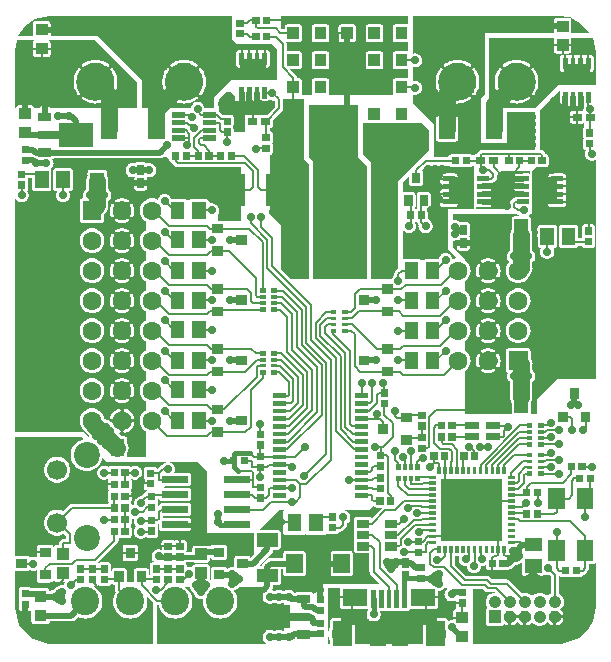
<source format=gbr>
G04 start of page 2 for group 0 idx 0 *
G04 Title: (unknown), top *
G04 Creator: pcb 20140316 *
G04 CreationDate: Mon 04 Feb 2019 19:55:54 GMT UTC *
G04 For: kier *
G04 Format: Gerber/RS-274X *
G04 PCB-Dimensions (mil): 2755.91 2913.39 *
G04 PCB-Coordinate-Origin: lower left *
%MOIN*%
%FSLAX25Y25*%
%LNTOP*%
%ADD47C,0.0256*%
%ADD46C,0.0315*%
%ADD45C,0.0394*%
%ADD44C,0.0512*%
%ADD43C,0.0118*%
%ADD42C,0.0276*%
%ADD41R,0.2047X0.2047*%
%ADD40R,0.0177X0.0177*%
%ADD39R,0.0697X0.0697*%
%ADD38R,0.0679X0.0679*%
%ADD37R,0.0640X0.0640*%
%ADD36R,0.0541X0.0541*%
%ADD35R,0.0575X0.0575*%
%ADD34R,0.0531X0.0531*%
%ADD33R,0.0118X0.0118*%
%ADD32R,0.0236X0.0236*%
%ADD31R,0.0551X0.0551*%
%ADD30R,0.0354X0.0354*%
%ADD29R,0.0787X0.0787*%
%ADD28R,0.0276X0.0276*%
%ADD27R,0.0374X0.0374*%
%ADD26R,0.0453X0.0453*%
%ADD25R,0.0315X0.0315*%
%ADD24R,0.0157X0.0157*%
%ADD23R,0.0244X0.0244*%
%ADD22C,0.0413*%
%ADD21C,0.0472*%
%ADD20C,0.1260*%
%ADD19C,0.0945*%
%ADD18C,0.0630*%
%ADD17C,0.0669*%
%ADD16C,0.0866*%
%ADD15C,0.0551*%
%ADD14C,0.0157*%
%ADD13C,0.0197*%
%ADD12C,0.0079*%
%ADD11C,0.0001*%
G54D11*G36*
X120472Y240945D02*X126772D01*
X128346Y239370D01*
Y228740D01*
X120472D01*
Y233163D01*
X120516Y233136D01*
X120659Y233077D01*
X120810Y233041D01*
X120965Y233032D01*
X122694Y233041D01*
X122844Y233077D01*
X122988Y233136D01*
X123031Y233163D01*
X123075Y233136D01*
X123219Y233077D01*
X123369Y233041D01*
X123524Y233032D01*
X125253Y233041D01*
X125404Y233077D01*
X125547Y233136D01*
X125679Y233217D01*
X125797Y233318D01*
X125897Y233435D01*
X125978Y233568D01*
X126037Y233711D01*
X126074Y233861D01*
X126083Y234016D01*
X126074Y238068D01*
X126037Y238218D01*
X125978Y238362D01*
X125897Y238494D01*
X125797Y238612D01*
X125679Y238712D01*
X125547Y238793D01*
X125404Y238852D01*
X125253Y238889D01*
X125098Y238898D01*
X123369Y238889D01*
X123219Y238852D01*
X123075Y238793D01*
X123031Y238766D01*
X122988Y238793D01*
X122844Y238852D01*
X122694Y238889D01*
X122539Y238898D01*
X120810Y238889D01*
X120659Y238852D01*
X120516Y238793D01*
X120472Y238766D01*
Y240945D01*
G37*
G36*
X103559Y229819D02*X103635Y229493D01*
X103714Y228922D01*
X103740Y228346D01*
X103714Y227771D01*
X103635Y227200D01*
X103559Y226874D01*
Y229819D01*
G37*
G36*
Y250394D02*X113386D01*
Y242520D01*
X114961Y240945D01*
X120472D01*
Y238766D01*
X120429Y238793D01*
X120285Y238852D01*
X120135Y238889D01*
X119980Y238898D01*
X118251Y238889D01*
X118100Y238852D01*
X117957Y238793D01*
X117913Y238766D01*
X117869Y238793D01*
X117726Y238852D01*
X117576Y238889D01*
X117421Y238898D01*
X115692Y238889D01*
X115541Y238852D01*
X115398Y238793D01*
X115266Y238712D01*
X115148Y238612D01*
X115048Y238494D01*
X114967Y238362D01*
X114907Y238218D01*
X114871Y238068D01*
X114862Y237913D01*
X114871Y233861D01*
X114907Y233711D01*
X114967Y233568D01*
X115048Y233435D01*
X115148Y233318D01*
X115266Y233217D01*
X115398Y233136D01*
X115541Y233077D01*
X115692Y233041D01*
X115846Y233032D01*
X117576Y233041D01*
X117726Y233077D01*
X117869Y233136D01*
X117913Y233163D01*
X117957Y233136D01*
X118100Y233077D01*
X118251Y233041D01*
X118406Y233032D01*
X120135Y233041D01*
X120285Y233077D01*
X120429Y233136D01*
X120472Y233163D01*
X120472Y233163D01*
Y228740D01*
X112992D01*
X107480Y223228D01*
Y219685D01*
X104303D01*
X104222Y220024D01*
X104080Y220367D01*
X103885Y220684D01*
X103644Y220967D01*
X103559Y221039D01*
Y224395D01*
X103661Y224542D01*
X103982Y225126D01*
X104249Y225737D01*
X104459Y226370D01*
X104610Y227020D01*
X104702Y227680D01*
X104732Y228346D01*
X104702Y229013D01*
X104610Y229673D01*
X104459Y230323D01*
X104249Y230956D01*
X103982Y231567D01*
X103661Y232151D01*
X103559Y232301D01*
Y250394D01*
G37*
G36*
X97444D02*X103559D01*
Y232301D01*
X103287Y232703D01*
X103236Y232763D01*
X103175Y232813D01*
X103108Y232853D01*
X103035Y232882D01*
X102959Y232900D01*
X102880Y232905D01*
X102802Y232898D01*
X102726Y232879D01*
X102654Y232848D01*
X102587Y232806D01*
X102528Y232754D01*
X102478Y232694D01*
X102438Y232626D01*
X102409Y232554D01*
X102391Y232477D01*
X102386Y232399D01*
X102393Y232321D01*
X102412Y232244D01*
X102443Y232172D01*
X102486Y232107D01*
X102815Y231633D01*
X103092Y231129D01*
X103323Y230601D01*
X103504Y230054D01*
X103559Y229819D01*
Y226874D01*
X103504Y226639D01*
X103323Y226092D01*
X103092Y225564D01*
X102815Y225059D01*
X102492Y224582D01*
X102449Y224518D01*
X102419Y224446D01*
X102400Y224371D01*
X102393Y224294D01*
X102398Y224217D01*
X102415Y224141D01*
X102444Y224069D01*
X102483Y224003D01*
X102533Y223943D01*
X102591Y223892D01*
X102657Y223851D01*
X102728Y223821D01*
X102803Y223802D01*
X102880Y223795D01*
X102958Y223800D01*
X103033Y223817D01*
X103105Y223846D01*
X103172Y223885D01*
X103231Y223935D01*
X103281Y223994D01*
X103559Y224395D01*
Y221039D01*
X103361Y221208D01*
X103044Y221403D01*
X102701Y221545D01*
X102339Y221632D01*
X101969Y221661D01*
X101598Y221632D01*
X101236Y221545D01*
X100893Y221403D01*
X100576Y221208D01*
X100293Y220967D01*
X100052Y220684D01*
X99857Y220367D01*
X99715Y220024D01*
X99634Y219685D01*
X97444D01*
Y221056D01*
X98107Y221086D01*
X98768Y221177D01*
X99417Y221328D01*
X100050Y221538D01*
X100661Y221805D01*
X101246Y222127D01*
X101798Y222500D01*
X101857Y222552D01*
X101908Y222612D01*
X101948Y222679D01*
X101977Y222752D01*
X101994Y222829D01*
X101999Y222907D01*
X101992Y222985D01*
X101973Y223061D01*
X101942Y223134D01*
X101900Y223200D01*
X101849Y223259D01*
X101788Y223309D01*
X101721Y223350D01*
X101648Y223379D01*
X101572Y223396D01*
X101493Y223401D01*
X101415Y223394D01*
X101339Y223375D01*
X101267Y223344D01*
X101201Y223301D01*
X100728Y222973D01*
X100223Y222695D01*
X99695Y222464D01*
X99148Y222283D01*
X98587Y222152D01*
X98016Y222074D01*
X97444Y222047D01*
Y234646D01*
X98016Y234619D01*
X98587Y234540D01*
X99148Y234410D01*
X99695Y234228D01*
X100223Y233998D01*
X100728Y233720D01*
X101205Y233397D01*
X101270Y233355D01*
X101341Y233324D01*
X101416Y233305D01*
X101493Y233298D01*
X101571Y233303D01*
X101646Y233321D01*
X101718Y233349D01*
X101785Y233389D01*
X101844Y233439D01*
X101895Y233497D01*
X101936Y233562D01*
X101967Y233634D01*
X101986Y233709D01*
X101993Y233786D01*
X101988Y233863D01*
X101971Y233939D01*
X101942Y234011D01*
X101902Y234077D01*
X101853Y234137D01*
X101793Y234186D01*
X101246Y234566D01*
X100661Y234888D01*
X100050Y235155D01*
X99417Y235365D01*
X98768Y235516D01*
X98107Y235607D01*
X97444Y235637D01*
Y250394D01*
G37*
G36*
X91323D02*X97444D01*
Y235637D01*
X97441Y235638D01*
X96775Y235607D01*
X96114Y235516D01*
X95465Y235365D01*
X94832Y235155D01*
X94221Y234888D01*
X93636Y234566D01*
X93084Y234193D01*
X93025Y234141D01*
X92974Y234081D01*
X92934Y234014D01*
X92905Y233941D01*
X92888Y233864D01*
X92882Y233786D01*
X92890Y233708D01*
X92909Y233631D01*
X92940Y233559D01*
X92982Y233493D01*
X93033Y233434D01*
X93094Y233384D01*
X93161Y233343D01*
X93234Y233314D01*
X93310Y233297D01*
X93389Y233292D01*
X93467Y233299D01*
X93543Y233318D01*
X93615Y233349D01*
X93681Y233392D01*
X94154Y233720D01*
X94659Y233998D01*
X95187Y234228D01*
X95734Y234410D01*
X96295Y234540D01*
X96865Y234619D01*
X97441Y234646D01*
X97444Y234646D01*
Y222047D01*
X97441Y222047D01*
X96865Y222074D01*
X96295Y222152D01*
X95734Y222283D01*
X95187Y222464D01*
X94659Y222695D01*
X94154Y222973D01*
X93677Y223296D01*
X93612Y223338D01*
X93541Y223369D01*
X93466Y223388D01*
X93389Y223395D01*
X93311Y223390D01*
X93236Y223372D01*
X93164Y223344D01*
X93097Y223304D01*
X93038Y223254D01*
X92987Y223196D01*
X92946Y223130D01*
X92915Y223059D01*
X92896Y222984D01*
X92889Y222907D01*
X92894Y222830D01*
X92911Y222754D01*
X92940Y222682D01*
X92980Y222616D01*
X93029Y222556D01*
X93089Y222506D01*
X93636Y222127D01*
X94221Y221805D01*
X94832Y221538D01*
X95465Y221328D01*
X96114Y221177D01*
X96775Y221086D01*
X97441Y221055D01*
X97444Y221056D01*
Y219685D01*
X91323D01*
Y224392D01*
X91595Y223990D01*
X91646Y223930D01*
X91706Y223880D01*
X91774Y223840D01*
X91847Y223811D01*
X91923Y223793D01*
X92002Y223788D01*
X92080Y223795D01*
X92156Y223814D01*
X92228Y223845D01*
X92294Y223887D01*
X92354Y223939D01*
X92404Y223999D01*
X92444Y224066D01*
X92473Y224139D01*
X92491Y224216D01*
X92496Y224294D01*
X92489Y224372D01*
X92469Y224448D01*
X92438Y224521D01*
X92395Y224586D01*
X92067Y225059D01*
X91789Y225564D01*
X91559Y226092D01*
X91378Y226639D01*
X91323Y226874D01*
Y229819D01*
X91378Y230054D01*
X91559Y230601D01*
X91789Y231129D01*
X92067Y231633D01*
X92390Y232111D01*
X92433Y232175D01*
X92463Y232247D01*
X92482Y232322D01*
X92489Y232399D01*
X92484Y232476D01*
X92467Y232552D01*
X92438Y232624D01*
X92398Y232690D01*
X92349Y232750D01*
X92291Y232801D01*
X92225Y232842D01*
X92154Y232872D01*
X92079Y232891D01*
X92002Y232898D01*
X91924Y232893D01*
X91849Y232876D01*
X91777Y232847D01*
X91710Y232808D01*
X91651Y232758D01*
X91601Y232699D01*
X91323Y232298D01*
Y250394D01*
G37*
G36*
Y226874D02*X91247Y227200D01*
X91168Y227771D01*
X91142Y228346D01*
X91168Y228922D01*
X91247Y229493D01*
X91323Y229819D01*
Y226874D01*
G37*
G36*
X42126Y243701D02*X44488Y246850D01*
X47638Y249213D01*
X52362Y250394D01*
X91323D01*
Y232298D01*
X91221Y232151D01*
X90900Y231567D01*
X90633Y230956D01*
X90423Y230323D01*
X90272Y229673D01*
X90180Y229013D01*
X90150Y228346D01*
X90180Y227680D01*
X90272Y227020D01*
X90423Y226370D01*
X90633Y225737D01*
X90900Y225126D01*
X91221Y224542D01*
X91323Y224392D01*
Y219685D01*
X83465D01*
Y228740D01*
X68504Y243701D01*
X52947D01*
X52953Y243799D01*
X52944Y247694D01*
X52907Y247844D01*
X52848Y247988D01*
X52767Y248120D01*
X52667Y248237D01*
X52549Y248338D01*
X52417Y248419D01*
X52274Y248478D01*
X52123Y248515D01*
X51969Y248524D01*
X47877Y248515D01*
X47726Y248478D01*
X47583Y248419D01*
X47451Y248338D01*
X47333Y248237D01*
X47233Y248120D01*
X47152Y247988D01*
X47093Y247844D01*
X47056Y247694D01*
X47047Y247539D01*
X47056Y243701D01*
X42126D01*
G37*
G36*
X74032Y229819D02*X74107Y229493D01*
X74186Y228922D01*
X74213Y228346D01*
X74186Y227771D01*
X74107Y227200D01*
X74032Y226874D01*
Y229819D01*
G37*
G36*
Y235811D02*X81890Y227953D01*
Y219685D01*
X74032D01*
Y224395D01*
X74133Y224542D01*
X74455Y225126D01*
X74722Y225737D01*
X74932Y226370D01*
X75083Y227020D01*
X75174Y227680D01*
X75204Y228346D01*
X75174Y229013D01*
X75083Y229673D01*
X74932Y230323D01*
X74722Y230956D01*
X74455Y231567D01*
X74133Y232151D01*
X74032Y232301D01*
Y235811D01*
G37*
G36*
X67917Y241926D02*X74032Y235811D01*
Y232301D01*
X73759Y232703D01*
X73708Y232763D01*
X73648Y232813D01*
X73580Y232853D01*
X73508Y232882D01*
X73431Y232900D01*
X73353Y232905D01*
X73275Y232898D01*
X73198Y232879D01*
X73126Y232848D01*
X73060Y232806D01*
X73001Y232754D01*
X72951Y232694D01*
X72910Y232626D01*
X72881Y232554D01*
X72864Y232477D01*
X72859Y232399D01*
X72866Y232321D01*
X72885Y232244D01*
X72916Y232172D01*
X72959Y232107D01*
X73287Y231633D01*
X73565Y231129D01*
X73795Y230601D01*
X73977Y230054D01*
X74032Y229819D01*
Y226874D01*
X73977Y226639D01*
X73795Y226092D01*
X73565Y225564D01*
X73287Y225059D01*
X72964Y224582D01*
X72922Y224518D01*
X72891Y224446D01*
X72872Y224371D01*
X72865Y224294D01*
X72870Y224217D01*
X72887Y224141D01*
X72916Y224069D01*
X72956Y224003D01*
X73006Y223943D01*
X73064Y223892D01*
X73129Y223851D01*
X73201Y223821D01*
X73276Y223802D01*
X73353Y223795D01*
X73430Y223800D01*
X73506Y223817D01*
X73578Y223846D01*
X73644Y223885D01*
X73704Y223935D01*
X73753Y223994D01*
X74032Y224395D01*
Y219685D01*
X67917D01*
Y221056D01*
X68580Y221086D01*
X69240Y221177D01*
X69890Y221328D01*
X70523Y221538D01*
X71134Y221805D01*
X71718Y222127D01*
X72270Y222500D01*
X72330Y222552D01*
X72380Y222612D01*
X72420Y222679D01*
X72449Y222752D01*
X72467Y222829D01*
X72472Y222907D01*
X72465Y222985D01*
X72446Y223061D01*
X72415Y223134D01*
X72373Y223200D01*
X72321Y223259D01*
X72261Y223309D01*
X72193Y223350D01*
X72120Y223379D01*
X72044Y223396D01*
X71966Y223401D01*
X71887Y223394D01*
X71811Y223375D01*
X71739Y223344D01*
X71674Y223301D01*
X71200Y222973D01*
X70696Y222695D01*
X70168Y222464D01*
X69621Y222283D01*
X69060Y222152D01*
X68489Y222074D01*
X67917Y222047D01*
Y234646D01*
X68489Y234619D01*
X69060Y234540D01*
X69621Y234410D01*
X70168Y234228D01*
X70696Y233998D01*
X71200Y233720D01*
X71678Y233397D01*
X71742Y233355D01*
X71813Y233324D01*
X71889Y233305D01*
X71966Y233298D01*
X72043Y233303D01*
X72119Y233321D01*
X72190Y233349D01*
X72257Y233389D01*
X72316Y233439D01*
X72368Y233497D01*
X72409Y233562D01*
X72439Y233634D01*
X72458Y233709D01*
X72465Y233786D01*
X72460Y233863D01*
X72443Y233939D01*
X72414Y234011D01*
X72375Y234077D01*
X72325Y234137D01*
X72266Y234186D01*
X71718Y234566D01*
X71134Y234888D01*
X70523Y235155D01*
X69890Y235365D01*
X69240Y235516D01*
X68580Y235607D01*
X67917Y235637D01*
Y241926D01*
G37*
G36*
X61795Y242126D02*X67717D01*
X67917Y241926D01*
Y235637D01*
X67913Y235638D01*
X67247Y235607D01*
X66587Y235516D01*
X65937Y235365D01*
X65304Y235155D01*
X64693Y234888D01*
X64109Y234566D01*
X63556Y234193D01*
X63497Y234141D01*
X63447Y234081D01*
X63407Y234014D01*
X63377Y233941D01*
X63360Y233864D01*
X63355Y233786D01*
X63362Y233708D01*
X63381Y233631D01*
X63412Y233559D01*
X63454Y233493D01*
X63506Y233434D01*
X63566Y233384D01*
X63633Y233343D01*
X63706Y233314D01*
X63783Y233297D01*
X63861Y233292D01*
X63939Y233299D01*
X64015Y233318D01*
X64088Y233349D01*
X64153Y233392D01*
X64626Y233720D01*
X65131Y233998D01*
X65659Y234228D01*
X66206Y234410D01*
X66767Y234540D01*
X67338Y234619D01*
X67913Y234646D01*
X67917Y234646D01*
Y222047D01*
X67913Y222047D01*
X67338Y222074D01*
X66767Y222152D01*
X66206Y222283D01*
X65659Y222464D01*
X65131Y222695D01*
X64626Y222973D01*
X64149Y223296D01*
X64084Y223338D01*
X64013Y223369D01*
X63938Y223388D01*
X63861Y223395D01*
X63784Y223390D01*
X63708Y223372D01*
X63636Y223344D01*
X63570Y223304D01*
X63510Y223254D01*
X63459Y223196D01*
X63418Y223130D01*
X63387Y223059D01*
X63368Y222984D01*
X63361Y222907D01*
X63367Y222830D01*
X63384Y222754D01*
X63413Y222682D01*
X63452Y222616D01*
X63502Y222556D01*
X63561Y222506D01*
X64109Y222127D01*
X64693Y221805D01*
X65304Y221538D01*
X65937Y221328D01*
X66587Y221177D01*
X67247Y221086D01*
X67913Y221055D01*
X67917Y221056D01*
Y219685D01*
X61795D01*
Y224392D01*
X62067Y223990D01*
X62119Y223930D01*
X62179Y223880D01*
X62246Y223840D01*
X62319Y223811D01*
X62396Y223793D01*
X62474Y223788D01*
X62552Y223795D01*
X62628Y223814D01*
X62700Y223845D01*
X62767Y223887D01*
X62826Y223939D01*
X62876Y223999D01*
X62916Y224066D01*
X62946Y224139D01*
X62963Y224216D01*
X62968Y224294D01*
X62961Y224372D01*
X62942Y224448D01*
X62911Y224521D01*
X62868Y224586D01*
X62540Y225059D01*
X62262Y225564D01*
X62031Y226092D01*
X61850Y226639D01*
X61795Y226874D01*
Y229819D01*
X61850Y230054D01*
X62031Y230601D01*
X62262Y231129D01*
X62540Y231633D01*
X62863Y232111D01*
X62905Y232175D01*
X62936Y232247D01*
X62955Y232322D01*
X62962Y232399D01*
X62956Y232476D01*
X62939Y232552D01*
X62911Y232624D01*
X62871Y232690D01*
X62821Y232750D01*
X62763Y232801D01*
X62697Y232842D01*
X62626Y232872D01*
X62551Y232891D01*
X62474Y232898D01*
X62397Y232893D01*
X62321Y232876D01*
X62249Y232847D01*
X62183Y232808D01*
X62123Y232758D01*
X62073Y232699D01*
X61795Y232298D01*
Y242126D01*
G37*
G36*
Y226874D02*X61719Y227200D01*
X61641Y227771D01*
X61614Y228346D01*
X61641Y228922D01*
X61719Y229493D01*
X61795Y229819D01*
Y226874D01*
G37*
G36*
X41732Y242126D02*X47598D01*
X47583Y242120D01*
X47451Y242039D01*
X47333Y241938D01*
X47233Y241820D01*
X47152Y241688D01*
X47093Y241545D01*
X47056Y241395D01*
X47047Y241240D01*
X47056Y237346D01*
X47093Y237195D01*
X47152Y237052D01*
X47233Y236920D01*
X47333Y236802D01*
X47451Y236701D01*
X47583Y236620D01*
X47726Y236561D01*
X47877Y236525D01*
X48031Y236516D01*
X52123Y236525D01*
X52274Y236561D01*
X52417Y236620D01*
X52549Y236701D01*
X52667Y236802D01*
X52767Y236920D01*
X52848Y237052D01*
X52907Y237195D01*
X52944Y237346D01*
X52953Y237500D01*
X52944Y241395D01*
X52907Y241545D01*
X52848Y241688D01*
X52767Y241820D01*
X52667Y241938D01*
X52549Y242039D01*
X52417Y242120D01*
X52402Y242126D01*
X61795D01*
Y232298D01*
X61694Y232151D01*
X61372Y231567D01*
X61105Y230956D01*
X60895Y230323D01*
X60744Y229673D01*
X60653Y229013D01*
X60622Y228346D01*
X60653Y227680D01*
X60744Y227020D01*
X60895Y226370D01*
X61105Y225737D01*
X61372Y225126D01*
X61694Y224542D01*
X61795Y224392D01*
Y219685D01*
X52728D01*
X52680Y219763D01*
X52479Y219999D01*
X52243Y220200D01*
X51979Y220362D01*
X51693Y220480D01*
X51392Y220553D01*
X51083Y220577D01*
X50774Y220553D01*
X50472Y220480D01*
X50186Y220362D01*
X49922Y220200D01*
X49686Y219999D01*
X49485Y219763D01*
X49437Y219685D01*
X47432D01*
X47432Y219741D01*
X47396Y219892D01*
X47336Y220035D01*
X47255Y220167D01*
X47155Y220285D01*
X47037Y220385D01*
X46905Y220466D01*
X46762Y220526D01*
X46611Y220562D01*
X46457Y220571D01*
X42365Y220562D01*
X42215Y220526D01*
X42071Y220466D01*
X41939Y220385D01*
X41822Y220285D01*
X41721Y220167D01*
X41640Y220035D01*
X41581Y219892D01*
X41545Y219741D01*
X41541Y219685D01*
X40945D01*
Y238583D01*
X41732Y242126D01*
G37*
G36*
X117717Y217323D02*Y211417D01*
X114012D01*
X114007Y212993D01*
X113970Y213144D01*
X113911Y213287D01*
X113850Y213386D01*
X113911Y213485D01*
X113970Y213628D01*
X114007Y213779D01*
X114016Y213933D01*
X114007Y216536D01*
X113970Y216687D01*
X113911Y216830D01*
X113830Y216962D01*
X113780Y217022D01*
Y217323D01*
X113328D01*
X113186Y217357D01*
X113031Y217366D01*
X110436Y217357D01*
X110294Y217323D01*
X110216D01*
X109379Y218161D01*
X109344Y218202D01*
X109179Y218343D01*
X109179Y218343D01*
X109055Y218418D01*
Y222441D01*
X111417Y224803D01*
X112992D01*
X114567Y223228D01*
Y222047D01*
X115124D01*
X115148Y222018D01*
X115266Y221918D01*
X115398Y221837D01*
X115541Y221778D01*
X115692Y221741D01*
X115846Y221732D01*
X117576Y221741D01*
X117726Y221778D01*
X117869Y221837D01*
X117913Y221864D01*
X117957Y221837D01*
X118100Y221778D01*
X118251Y221741D01*
X118406Y221732D01*
X120135Y221741D01*
X120285Y221778D01*
X120429Y221837D01*
X120472Y221864D01*
X120516Y221837D01*
X120659Y221778D01*
X120810Y221741D01*
X120965Y221732D01*
X122694Y221741D01*
X122844Y221778D01*
X122988Y221837D01*
X123031Y221864D01*
X123075Y221837D01*
X123219Y221778D01*
X123369Y221741D01*
X123524Y221732D01*
X125253Y221741D01*
X125404Y221778D01*
X125547Y221837D01*
X125679Y221918D01*
X125797Y222018D01*
X125821Y222047D01*
X127579D01*
X127756Y221870D01*
Y220059D01*
X125020Y217323D01*
X117717D01*
G37*
G36*
X83067Y113495D02*X83077Y113472D01*
X83417Y112917D01*
X83840Y112422D01*
X84334Y112000D01*
X84646Y111809D01*
Y103150D01*
X83067D01*
Y113495D01*
G37*
G36*
Y123495D02*X83077Y123472D01*
X83417Y122917D01*
X83840Y122422D01*
X84334Y122000D01*
X84646Y121809D01*
Y118900D01*
X84334Y118709D01*
X83840Y118286D01*
X83417Y117792D01*
X83077Y117237D01*
X83067Y117213D01*
Y123495D01*
G37*
G36*
Y133495D02*X83077Y133472D01*
X83417Y132917D01*
X83840Y132422D01*
X84334Y132000D01*
X84646Y131809D01*
Y128900D01*
X84334Y128709D01*
X83840Y128286D01*
X83417Y127792D01*
X83077Y127237D01*
X83067Y127213D01*
Y133495D01*
G37*
G36*
Y143495D02*X83077Y143472D01*
X83417Y142917D01*
X83840Y142422D01*
X84334Y142000D01*
X84646Y141809D01*
Y138900D01*
X84334Y138709D01*
X83840Y138286D01*
X83417Y137792D01*
X83077Y137237D01*
X83067Y137213D01*
Y143495D01*
G37*
G36*
Y153495D02*X83077Y153472D01*
X83417Y152917D01*
X83840Y152422D01*
X84334Y152000D01*
X84646Y151809D01*
Y148900D01*
X84334Y148709D01*
X83840Y148286D01*
X83417Y147792D01*
X83077Y147237D01*
X83067Y147213D01*
Y153495D01*
G37*
G36*
Y163495D02*X83077Y163472D01*
X83417Y162917D01*
X83840Y162422D01*
X84334Y162000D01*
X84646Y161809D01*
Y158900D01*
X84334Y158709D01*
X83840Y158286D01*
X83417Y157792D01*
X83077Y157237D01*
X83067Y157213D01*
Y163495D01*
G37*
G36*
Y173495D02*X83077Y173472D01*
X83417Y172917D01*
X83840Y172422D01*
X84334Y172000D01*
X84646Y171809D01*
Y168900D01*
X84334Y168709D01*
X83840Y168286D01*
X83417Y167792D01*
X83077Y167237D01*
X83067Y167213D01*
Y173495D01*
G37*
G36*
Y183495D02*X83077Y183472D01*
X83417Y182917D01*
X83840Y182422D01*
X84334Y182000D01*
X84646Y181809D01*
Y178900D01*
X84334Y178709D01*
X83840Y178286D01*
X83417Y177792D01*
X83077Y177237D01*
X83067Y177213D01*
Y183495D01*
G37*
G36*
Y202756D02*X89293D01*
X89370Y202750D01*
X89679Y202774D01*
X89679Y202774D01*
X89980Y202846D01*
X90267Y202965D01*
X90531Y203127D01*
X90557Y203150D01*
X91732D01*
X92485Y202397D01*
X92485Y202168D01*
X92522Y202018D01*
X92581Y201875D01*
X92662Y201743D01*
X92763Y201625D01*
X92880Y201524D01*
X93012Y201443D01*
X93156Y201384D01*
X93306Y201348D01*
X93371Y201344D01*
X93453Y201144D01*
X93567Y200959D01*
X93567Y200959D01*
X93708Y200794D01*
X93749Y200759D01*
X94263Y200245D01*
X94298Y200204D01*
X94463Y200063D01*
X94463Y200063D01*
X94648Y199950D01*
X94848Y199867D01*
X95009Y199828D01*
X95059Y199816D01*
X95059D01*
X95276Y199799D01*
X95330Y199803D01*
X116535D01*
Y193504D01*
X115354D01*
X115138Y193491D01*
X114927Y193441D01*
X114727Y193358D01*
X114542Y193244D01*
X114377Y193103D01*
X114236Y192938D01*
X114123Y192753D01*
X114040Y192553D01*
X113989Y192342D01*
X113972Y192126D01*
X113989Y191910D01*
X114040Y191699D01*
X114123Y191498D01*
X114236Y191314D01*
X114377Y191149D01*
X114542Y191008D01*
X114727Y190894D01*
X114927Y190811D01*
X115138Y190761D01*
X115354Y190748D01*
X116535D01*
Y181890D01*
X108661D01*
Y184124D01*
X108804Y184357D01*
X108946Y184701D01*
X109033Y185062D01*
X109055Y185433D01*
X109033Y185804D01*
X108946Y186165D01*
X108804Y186509D01*
X108610Y186826D01*
X108368Y187109D01*
X108086Y187350D01*
X107769Y187544D01*
X107425Y187687D01*
X107064Y187773D01*
X106693Y187803D01*
X106322Y187773D01*
X106321Y187773D01*
X105585Y188510D01*
X105565Y188592D01*
X105506Y188736D01*
X105425Y188868D01*
X105324Y188986D01*
X105206Y189086D01*
X105074Y189167D01*
X104931Y189226D01*
X104780Y189263D01*
X104626Y189272D01*
X99944Y189263D01*
X99793Y189226D01*
X99650Y189167D01*
X99518Y189086D01*
X99400Y188986D01*
X99392Y188976D01*
X98245D01*
X98237Y188986D01*
X98120Y189086D01*
X97988Y189167D01*
X97844Y189226D01*
X97694Y189263D01*
X97539Y189272D01*
X93211Y189263D01*
X93198Y189315D01*
X93056Y189658D01*
X92862Y189975D01*
X92620Y190258D01*
X92338Y190500D01*
X92021Y190694D01*
X91677Y190836D01*
X91316Y190923D01*
X90945Y190952D01*
X90574Y190923D01*
X90213Y190836D01*
X89869Y190694D01*
X89552Y190500D01*
X89269Y190258D01*
X89028Y189975D01*
X88834Y189658D01*
X88691Y189315D01*
X88630Y189059D01*
X88053Y189298D01*
X87420Y189450D01*
X86772Y189501D01*
X86123Y189450D01*
X85490Y189298D01*
X84889Y189049D01*
X84771Y188976D01*
X84646D01*
Y188900D01*
X84334Y188709D01*
X83840Y188286D01*
X83417Y187792D01*
X83077Y187237D01*
X83067Y187213D01*
Y192052D01*
X84406Y192056D01*
X84557Y192093D01*
X84700Y192152D01*
X84832Y192233D01*
X84950Y192333D01*
X85051Y192451D01*
X85132Y192583D01*
X85191Y192726D01*
X85227Y192877D01*
X85236Y193031D01*
X85227Y196336D01*
X85191Y196486D01*
X85165Y196548D01*
X85456Y196479D01*
X85827Y196449D01*
X86197Y196479D01*
X86559Y196565D01*
X86902Y196708D01*
X87220Y196902D01*
X87502Y197143D01*
X87744Y197426D01*
X87938Y197743D01*
X88080Y198087D01*
X88167Y198448D01*
X88189Y198819D01*
X88167Y199190D01*
X88080Y199551D01*
X87938Y199895D01*
X87744Y200212D01*
X87502Y200494D01*
X87220Y200736D01*
X86902Y200930D01*
X86559Y201072D01*
X86197Y201159D01*
X85827Y201188D01*
X85456Y201159D01*
X85095Y201072D01*
X85069Y201062D01*
X85051Y201092D01*
X84950Y201210D01*
X84832Y201311D01*
X84700Y201391D01*
X84557Y201451D01*
X84406Y201487D01*
X84252Y201496D01*
X83067Y201492D01*
Y202756D01*
G37*
G36*
X80175Y196460D02*X80315Y196449D01*
X80686Y196479D01*
X80977Y196548D01*
X80951Y196486D01*
X80915Y196336D01*
X80906Y196181D01*
X80915Y192877D01*
X80951Y192726D01*
X81010Y192583D01*
X81091Y192451D01*
X81192Y192333D01*
X81309Y192233D01*
X81442Y192152D01*
X81585Y192093D01*
X81735Y192056D01*
X81890Y192047D01*
X83067Y192052D01*
Y187213D01*
X82828Y186636D01*
X82676Y186003D01*
X82625Y185354D01*
X82676Y184706D01*
X82828Y184073D01*
X83067Y183495D01*
Y177213D01*
X82828Y176636D01*
X82676Y176003D01*
X82625Y175354D01*
X82676Y174706D01*
X82828Y174073D01*
X83067Y173495D01*
Y167213D01*
X82828Y166636D01*
X82676Y166003D01*
X82625Y165354D01*
X82676Y164706D01*
X82828Y164073D01*
X83067Y163495D01*
Y157213D01*
X82828Y156636D01*
X82676Y156003D01*
X82625Y155354D01*
X82676Y154706D01*
X82828Y154073D01*
X83067Y153495D01*
Y147213D01*
X82828Y146636D01*
X82676Y146003D01*
X82625Y145354D01*
X82676Y144706D01*
X82828Y144073D01*
X83067Y143495D01*
Y137213D01*
X82828Y136636D01*
X82676Y136003D01*
X82625Y135354D01*
X82676Y134706D01*
X82828Y134073D01*
X83067Y133495D01*
Y127213D01*
X82828Y126636D01*
X82676Y126003D01*
X82625Y125354D01*
X82676Y124706D01*
X82828Y124073D01*
X83067Y123495D01*
Y117213D01*
X82828Y116636D01*
X82676Y116003D01*
X82625Y115354D01*
X82676Y114706D01*
X82828Y114073D01*
X83067Y113495D01*
Y103150D01*
X80175D01*
Y113007D01*
X80297Y113187D01*
X80484Y113526D01*
X80639Y113881D01*
X80760Y114249D01*
X80775Y114326D01*
X80778Y114404D01*
X80768Y114481D01*
X80747Y114556D01*
X80714Y114627D01*
X80670Y114692D01*
X80617Y114749D01*
X80555Y114797D01*
X80487Y114834D01*
X80414Y114861D01*
X80337Y114876D01*
X80259Y114879D01*
X80182Y114869D01*
X80175Y114867D01*
Y115845D01*
X80183Y115843D01*
X80260Y115833D01*
X80337Y115836D01*
X80413Y115851D01*
X80486Y115877D01*
X80554Y115915D01*
X80615Y115963D01*
X80667Y116019D01*
X80711Y116083D01*
X80744Y116154D01*
X80765Y116228D01*
X80774Y116305D01*
X80772Y116382D01*
X80755Y116458D01*
X80639Y116827D01*
X80484Y117183D01*
X80297Y117522D01*
X80175Y117701D01*
Y123127D01*
X80213Y123149D01*
X80274Y123196D01*
X80327Y123253D01*
X80369Y123318D01*
X80548Y123661D01*
X80690Y124022D01*
X80797Y124394D01*
X80869Y124775D01*
X80906Y125161D01*
Y125548D01*
X80869Y125934D01*
X80797Y126315D01*
X80690Y126687D01*
X80548Y127047D01*
X80373Y127393D01*
X80330Y127458D01*
X80277Y127515D01*
X80215Y127563D01*
X80175Y127585D01*
Y133127D01*
X80213Y133149D01*
X80274Y133196D01*
X80327Y133253D01*
X80369Y133318D01*
X80548Y133661D01*
X80690Y134022D01*
X80797Y134394D01*
X80869Y134775D01*
X80906Y135161D01*
Y135548D01*
X80869Y135934D01*
X80797Y136315D01*
X80690Y136687D01*
X80548Y137047D01*
X80373Y137393D01*
X80330Y137458D01*
X80277Y137515D01*
X80215Y137563D01*
X80175Y137585D01*
Y143127D01*
X80213Y143149D01*
X80274Y143196D01*
X80327Y143253D01*
X80369Y143318D01*
X80548Y143661D01*
X80690Y144022D01*
X80797Y144394D01*
X80869Y144775D01*
X80906Y145161D01*
Y145548D01*
X80869Y145934D01*
X80797Y146315D01*
X80690Y146687D01*
X80548Y147047D01*
X80373Y147393D01*
X80330Y147458D01*
X80277Y147515D01*
X80215Y147563D01*
X80175Y147585D01*
Y153127D01*
X80213Y153149D01*
X80274Y153196D01*
X80327Y153253D01*
X80369Y153318D01*
X80548Y153661D01*
X80690Y154022D01*
X80797Y154394D01*
X80869Y154775D01*
X80906Y155161D01*
Y155548D01*
X80869Y155934D01*
X80797Y156315D01*
X80690Y156687D01*
X80548Y157047D01*
X80373Y157393D01*
X80330Y157458D01*
X80277Y157515D01*
X80215Y157563D01*
X80175Y157585D01*
Y163127D01*
X80213Y163149D01*
X80274Y163196D01*
X80327Y163253D01*
X80369Y163318D01*
X80548Y163661D01*
X80690Y164022D01*
X80797Y164394D01*
X80869Y164775D01*
X80906Y165161D01*
Y165548D01*
X80869Y165934D01*
X80797Y166315D01*
X80690Y166687D01*
X80548Y167047D01*
X80373Y167393D01*
X80330Y167458D01*
X80277Y167515D01*
X80215Y167563D01*
X80175Y167585D01*
Y173127D01*
X80213Y173149D01*
X80274Y173196D01*
X80327Y173253D01*
X80369Y173318D01*
X80548Y173661D01*
X80690Y174022D01*
X80797Y174394D01*
X80869Y174775D01*
X80906Y175161D01*
Y175548D01*
X80869Y175934D01*
X80797Y176315D01*
X80690Y176687D01*
X80548Y177047D01*
X80373Y177393D01*
X80330Y177458D01*
X80277Y177515D01*
X80215Y177563D01*
X80175Y177585D01*
Y183127D01*
X80213Y183149D01*
X80274Y183196D01*
X80327Y183253D01*
X80369Y183318D01*
X80548Y183661D01*
X80690Y184022D01*
X80797Y184394D01*
X80869Y184775D01*
X80906Y185161D01*
Y185548D01*
X80869Y185934D01*
X80797Y186315D01*
X80690Y186687D01*
X80548Y187047D01*
X80373Y187393D01*
X80330Y187458D01*
X80277Y187515D01*
X80215Y187563D01*
X80175Y187585D01*
Y196460D01*
G37*
G36*
Y202756D02*X83067D01*
Y201492D01*
X81735Y201487D01*
X81585Y201451D01*
X81442Y201391D01*
X81309Y201311D01*
X81192Y201210D01*
X81091Y201092D01*
X81073Y201062D01*
X81047Y201072D01*
X80686Y201159D01*
X80315Y201188D01*
X80175Y201177D01*
Y202756D01*
G37*
G36*
X76773D02*X80175D01*
Y201177D01*
X79944Y201159D01*
X79583Y201072D01*
X79239Y200930D01*
X78922Y200736D01*
X78639Y200494D01*
X78398Y200212D01*
X78204Y199895D01*
X78061Y199551D01*
X77975Y199190D01*
X77945Y198819D01*
X77975Y198448D01*
X78061Y198087D01*
X78204Y197743D01*
X78398Y197426D01*
X78639Y197143D01*
X78922Y196902D01*
X79239Y196708D01*
X79583Y196565D01*
X79944Y196479D01*
X80175Y196460D01*
Y187585D01*
X80147Y187601D01*
X80074Y187627D01*
X79997Y187642D01*
X79919Y187645D01*
X79842Y187636D01*
X79767Y187614D01*
X79696Y187581D01*
X79631Y187537D01*
X79574Y187484D01*
X79526Y187423D01*
X79488Y187354D01*
X79462Y187281D01*
X79447Y187205D01*
X79444Y187127D01*
X79454Y187049D01*
X79475Y186974D01*
X79510Y186904D01*
X79646Y186643D01*
X79754Y186368D01*
X79835Y186085D01*
X79890Y185795D01*
X79918Y185502D01*
Y185207D01*
X79890Y184913D01*
X79835Y184624D01*
X79754Y184340D01*
X79646Y184066D01*
X79513Y183803D01*
X79478Y183733D01*
X79457Y183659D01*
X79448Y183582D01*
X79450Y183504D01*
X79465Y183428D01*
X79492Y183356D01*
X79529Y183288D01*
X79577Y183227D01*
X79633Y183174D01*
X79698Y183131D01*
X79768Y183098D01*
X79842Y183077D01*
X79919Y183067D01*
X79997Y183070D01*
X80073Y183085D01*
X80145Y183111D01*
X80175Y183127D01*
Y177585D01*
X80147Y177601D01*
X80074Y177627D01*
X79997Y177642D01*
X79919Y177645D01*
X79842Y177636D01*
X79767Y177614D01*
X79696Y177581D01*
X79631Y177537D01*
X79574Y177484D01*
X79526Y177423D01*
X79488Y177354D01*
X79462Y177281D01*
X79447Y177205D01*
X79444Y177127D01*
X79454Y177049D01*
X79475Y176974D01*
X79510Y176904D01*
X79646Y176643D01*
X79754Y176368D01*
X79835Y176085D01*
X79890Y175795D01*
X79918Y175502D01*
Y175207D01*
X79890Y174913D01*
X79835Y174624D01*
X79754Y174340D01*
X79646Y174066D01*
X79513Y173803D01*
X79478Y173733D01*
X79457Y173659D01*
X79448Y173582D01*
X79450Y173504D01*
X79465Y173428D01*
X79492Y173356D01*
X79529Y173288D01*
X79577Y173227D01*
X79633Y173174D01*
X79698Y173131D01*
X79768Y173098D01*
X79842Y173077D01*
X79919Y173067D01*
X79997Y173070D01*
X80073Y173085D01*
X80145Y173111D01*
X80175Y173127D01*
Y167585D01*
X80147Y167601D01*
X80074Y167627D01*
X79997Y167642D01*
X79919Y167645D01*
X79842Y167636D01*
X79767Y167614D01*
X79696Y167581D01*
X79631Y167537D01*
X79574Y167484D01*
X79526Y167423D01*
X79488Y167354D01*
X79462Y167281D01*
X79447Y167205D01*
X79444Y167127D01*
X79454Y167049D01*
X79475Y166974D01*
X79510Y166904D01*
X79646Y166643D01*
X79754Y166368D01*
X79835Y166085D01*
X79890Y165795D01*
X79918Y165502D01*
Y165207D01*
X79890Y164913D01*
X79835Y164624D01*
X79754Y164340D01*
X79646Y164066D01*
X79513Y163803D01*
X79478Y163733D01*
X79457Y163659D01*
X79448Y163582D01*
X79450Y163504D01*
X79465Y163428D01*
X79492Y163356D01*
X79529Y163288D01*
X79577Y163227D01*
X79633Y163174D01*
X79698Y163131D01*
X79768Y163098D01*
X79842Y163077D01*
X79919Y163067D01*
X79997Y163070D01*
X80073Y163085D01*
X80145Y163111D01*
X80175Y163127D01*
Y157585D01*
X80147Y157601D01*
X80074Y157627D01*
X79997Y157642D01*
X79919Y157645D01*
X79842Y157636D01*
X79767Y157614D01*
X79696Y157581D01*
X79631Y157537D01*
X79574Y157484D01*
X79526Y157423D01*
X79488Y157354D01*
X79462Y157281D01*
X79447Y157205D01*
X79444Y157127D01*
X79454Y157049D01*
X79475Y156974D01*
X79510Y156904D01*
X79646Y156643D01*
X79754Y156368D01*
X79835Y156085D01*
X79890Y155795D01*
X79918Y155502D01*
Y155207D01*
X79890Y154913D01*
X79835Y154624D01*
X79754Y154340D01*
X79646Y154066D01*
X79513Y153803D01*
X79478Y153733D01*
X79457Y153659D01*
X79448Y153582D01*
X79450Y153504D01*
X79465Y153428D01*
X79492Y153356D01*
X79529Y153288D01*
X79577Y153227D01*
X79633Y153174D01*
X79698Y153131D01*
X79768Y153098D01*
X79842Y153077D01*
X79919Y153067D01*
X79997Y153070D01*
X80073Y153085D01*
X80145Y153111D01*
X80175Y153127D01*
Y147585D01*
X80147Y147601D01*
X80074Y147627D01*
X79997Y147642D01*
X79919Y147645D01*
X79842Y147636D01*
X79767Y147614D01*
X79696Y147581D01*
X79631Y147537D01*
X79574Y147484D01*
X79526Y147423D01*
X79488Y147354D01*
X79462Y147281D01*
X79447Y147205D01*
X79444Y147127D01*
X79454Y147049D01*
X79475Y146974D01*
X79510Y146904D01*
X79646Y146643D01*
X79754Y146368D01*
X79835Y146085D01*
X79890Y145795D01*
X79918Y145502D01*
Y145207D01*
X79890Y144913D01*
X79835Y144624D01*
X79754Y144340D01*
X79646Y144066D01*
X79513Y143803D01*
X79478Y143733D01*
X79457Y143659D01*
X79448Y143582D01*
X79450Y143504D01*
X79465Y143428D01*
X79492Y143356D01*
X79529Y143288D01*
X79577Y143227D01*
X79633Y143174D01*
X79698Y143131D01*
X79768Y143098D01*
X79842Y143077D01*
X79919Y143067D01*
X79997Y143070D01*
X80073Y143085D01*
X80145Y143111D01*
X80175Y143127D01*
Y137585D01*
X80147Y137601D01*
X80074Y137627D01*
X79997Y137642D01*
X79919Y137645D01*
X79842Y137636D01*
X79767Y137614D01*
X79696Y137581D01*
X79631Y137537D01*
X79574Y137484D01*
X79526Y137423D01*
X79488Y137354D01*
X79462Y137281D01*
X79447Y137205D01*
X79444Y137127D01*
X79454Y137049D01*
X79475Y136974D01*
X79510Y136904D01*
X79646Y136643D01*
X79754Y136368D01*
X79835Y136085D01*
X79890Y135795D01*
X79918Y135502D01*
Y135207D01*
X79890Y134913D01*
X79835Y134624D01*
X79754Y134340D01*
X79646Y134066D01*
X79513Y133803D01*
X79478Y133733D01*
X79457Y133659D01*
X79448Y133582D01*
X79450Y133504D01*
X79465Y133428D01*
X79492Y133356D01*
X79529Y133288D01*
X79577Y133227D01*
X79633Y133174D01*
X79698Y133131D01*
X79768Y133098D01*
X79842Y133077D01*
X79919Y133067D01*
X79997Y133070D01*
X80073Y133085D01*
X80145Y133111D01*
X80175Y133127D01*
Y127585D01*
X80147Y127601D01*
X80074Y127627D01*
X79997Y127642D01*
X79919Y127645D01*
X79842Y127636D01*
X79767Y127614D01*
X79696Y127581D01*
X79631Y127537D01*
X79574Y127484D01*
X79526Y127423D01*
X79488Y127354D01*
X79462Y127281D01*
X79447Y127205D01*
X79444Y127127D01*
X79454Y127049D01*
X79475Y126974D01*
X79510Y126904D01*
X79646Y126643D01*
X79754Y126368D01*
X79835Y126085D01*
X79890Y125795D01*
X79918Y125502D01*
Y125207D01*
X79890Y124913D01*
X79835Y124624D01*
X79754Y124340D01*
X79646Y124066D01*
X79513Y123803D01*
X79478Y123733D01*
X79457Y123659D01*
X79448Y123582D01*
X79450Y123504D01*
X79465Y123428D01*
X79492Y123356D01*
X79529Y123288D01*
X79577Y123227D01*
X79633Y123174D01*
X79698Y123131D01*
X79768Y123098D01*
X79842Y123077D01*
X79919Y123067D01*
X79997Y123070D01*
X80073Y123085D01*
X80145Y123111D01*
X80175Y123127D01*
Y117701D01*
X80079Y117842D01*
X79832Y118140D01*
X79558Y118414D01*
X79259Y118662D01*
X78939Y118880D01*
X78600Y119067D01*
X78245Y119222D01*
X77877Y119342D01*
X77800Y119358D01*
X77722Y119360D01*
X77645Y119351D01*
X77570Y119329D01*
X77499Y119296D01*
X77434Y119253D01*
X77377Y119200D01*
X77329Y119138D01*
X77292Y119070D01*
X77265Y118997D01*
X77250Y118920D01*
X77247Y118842D01*
X77257Y118765D01*
X77278Y118690D01*
X77311Y118619D01*
X77355Y118554D01*
X77408Y118497D01*
X77470Y118449D01*
X77538Y118411D01*
X77612Y118386D01*
X77893Y118298D01*
X78163Y118180D01*
X78421Y118037D01*
X78665Y117871D01*
X78892Y117683D01*
X79101Y117475D01*
X79289Y117248D01*
X79455Y117004D01*
X79597Y116746D01*
X79715Y116475D01*
X79807Y116195D01*
X79832Y116122D01*
X79869Y116054D01*
X79917Y115993D01*
X79974Y115940D01*
X80038Y115897D01*
X80108Y115864D01*
X80175Y115845D01*
Y114867D01*
X80107Y114848D01*
X80036Y114815D01*
X79972Y114771D01*
X79915Y114718D01*
X79867Y114656D01*
X79829Y114588D01*
X79804Y114514D01*
X79715Y114233D01*
X79597Y113963D01*
X79455Y113705D01*
X79289Y113461D01*
X79101Y113234D01*
X78892Y113025D01*
X78665Y112837D01*
X78421Y112671D01*
X78163Y112529D01*
X77893Y112411D01*
X77613Y112319D01*
X77539Y112294D01*
X77472Y112257D01*
X77411Y112209D01*
X77358Y112152D01*
X77314Y112088D01*
X77282Y112018D01*
X77260Y111943D01*
X77251Y111866D01*
X77253Y111789D01*
X77268Y111713D01*
X77295Y111640D01*
X77332Y111572D01*
X77380Y111511D01*
X77437Y111459D01*
X77501Y111415D01*
X77571Y111382D01*
X77645Y111361D01*
X77722Y111352D01*
X77800Y111354D01*
X77875Y111371D01*
X78245Y111487D01*
X78600Y111642D01*
X78939Y111829D01*
X79259Y112047D01*
X79558Y112294D01*
X79832Y112568D01*
X80079Y112867D01*
X80175Y113007D01*
Y103150D01*
X78402D01*
X78436Y103290D01*
X78445Y103445D01*
X78443Y104439D01*
X78540Y104596D01*
X78765Y105140D01*
X78902Y105712D01*
X78949Y106299D01*
X78902Y106886D01*
X78765Y107459D01*
X78540Y108002D01*
X78438Y108169D01*
X78436Y109308D01*
X78400Y109459D01*
X78340Y109602D01*
X78259Y109734D01*
X78159Y109852D01*
X78041Y109952D01*
X77909Y110033D01*
X77766Y110093D01*
X77615Y110129D01*
X77461Y110138D01*
X76773Y110136D01*
Y121220D01*
X76965D01*
X77351Y121257D01*
X77732Y121329D01*
X78104Y121436D01*
X78465Y121578D01*
X78810Y121753D01*
X78875Y121796D01*
X78932Y121849D01*
X78980Y121911D01*
X79018Y121979D01*
X79045Y122052D01*
X79060Y122129D01*
X79062Y122207D01*
X79053Y122284D01*
X79031Y122359D01*
X78998Y122430D01*
X78955Y122495D01*
X78901Y122552D01*
X78840Y122600D01*
X78772Y122638D01*
X78698Y122664D01*
X78622Y122679D01*
X78544Y122682D01*
X78467Y122672D01*
X78392Y122651D01*
X78322Y122616D01*
X78060Y122480D01*
X77786Y122372D01*
X77502Y122291D01*
X77213Y122236D01*
X76919Y122208D01*
X76773D01*
Y128500D01*
X76919D01*
X77213Y128473D01*
X77502Y128418D01*
X77786Y128336D01*
X78060Y128228D01*
X78323Y128095D01*
X78393Y128061D01*
X78467Y128040D01*
X78544Y128030D01*
X78621Y128033D01*
X78698Y128048D01*
X78770Y128074D01*
X78838Y128112D01*
X78899Y128159D01*
X78952Y128216D01*
X78995Y128280D01*
X79028Y128350D01*
X79049Y128425D01*
X79059Y128502D01*
X79056Y128579D01*
X79041Y128655D01*
X79015Y128728D01*
X78977Y128796D01*
X78930Y128857D01*
X78873Y128910D01*
X78808Y128952D01*
X78465Y129131D01*
X78104Y129272D01*
X77732Y129380D01*
X77351Y129452D01*
X76965Y129488D01*
X76773D01*
Y131220D01*
X76965D01*
X77351Y131257D01*
X77732Y131329D01*
X78104Y131436D01*
X78465Y131578D01*
X78810Y131753D01*
X78875Y131796D01*
X78932Y131849D01*
X78980Y131911D01*
X79018Y131979D01*
X79045Y132052D01*
X79060Y132129D01*
X79062Y132207D01*
X79053Y132284D01*
X79031Y132359D01*
X78998Y132430D01*
X78955Y132495D01*
X78901Y132552D01*
X78840Y132600D01*
X78772Y132638D01*
X78698Y132664D01*
X78622Y132679D01*
X78544Y132682D01*
X78467Y132672D01*
X78392Y132651D01*
X78322Y132616D01*
X78060Y132480D01*
X77786Y132372D01*
X77502Y132291D01*
X77213Y132236D01*
X76919Y132208D01*
X76773D01*
Y138500D01*
X76919D01*
X77213Y138473D01*
X77502Y138418D01*
X77786Y138336D01*
X78060Y138228D01*
X78323Y138095D01*
X78393Y138061D01*
X78467Y138040D01*
X78544Y138030D01*
X78621Y138033D01*
X78698Y138048D01*
X78770Y138074D01*
X78838Y138112D01*
X78899Y138159D01*
X78952Y138216D01*
X78995Y138280D01*
X79028Y138350D01*
X79049Y138425D01*
X79059Y138502D01*
X79056Y138579D01*
X79041Y138655D01*
X79015Y138728D01*
X78977Y138796D01*
X78930Y138857D01*
X78873Y138910D01*
X78808Y138952D01*
X78465Y139131D01*
X78104Y139272D01*
X77732Y139380D01*
X77351Y139452D01*
X76965Y139488D01*
X76773D01*
Y141220D01*
X76965D01*
X77351Y141257D01*
X77732Y141329D01*
X78104Y141436D01*
X78465Y141578D01*
X78810Y141753D01*
X78875Y141796D01*
X78932Y141849D01*
X78980Y141911D01*
X79018Y141979D01*
X79045Y142052D01*
X79060Y142129D01*
X79062Y142207D01*
X79053Y142284D01*
X79031Y142359D01*
X78998Y142430D01*
X78955Y142495D01*
X78901Y142552D01*
X78840Y142600D01*
X78772Y142638D01*
X78698Y142664D01*
X78622Y142679D01*
X78544Y142682D01*
X78467Y142672D01*
X78392Y142651D01*
X78322Y142616D01*
X78060Y142480D01*
X77786Y142372D01*
X77502Y142291D01*
X77213Y142236D01*
X76919Y142208D01*
X76773D01*
Y148500D01*
X76919D01*
X77213Y148473D01*
X77502Y148418D01*
X77786Y148336D01*
X78060Y148228D01*
X78323Y148095D01*
X78393Y148061D01*
X78467Y148040D01*
X78544Y148030D01*
X78621Y148033D01*
X78698Y148048D01*
X78770Y148074D01*
X78838Y148112D01*
X78899Y148159D01*
X78952Y148216D01*
X78995Y148280D01*
X79028Y148350D01*
X79049Y148425D01*
X79059Y148502D01*
X79056Y148579D01*
X79041Y148655D01*
X79015Y148728D01*
X78977Y148796D01*
X78930Y148857D01*
X78873Y148910D01*
X78808Y148952D01*
X78465Y149131D01*
X78104Y149272D01*
X77732Y149380D01*
X77351Y149452D01*
X76965Y149488D01*
X76773D01*
Y151220D01*
X76965D01*
X77351Y151257D01*
X77732Y151329D01*
X78104Y151436D01*
X78465Y151578D01*
X78810Y151753D01*
X78875Y151796D01*
X78932Y151849D01*
X78980Y151911D01*
X79018Y151979D01*
X79045Y152052D01*
X79060Y152129D01*
X79062Y152207D01*
X79053Y152284D01*
X79031Y152359D01*
X78998Y152430D01*
X78955Y152495D01*
X78901Y152552D01*
X78840Y152600D01*
X78772Y152638D01*
X78698Y152664D01*
X78622Y152679D01*
X78544Y152682D01*
X78467Y152672D01*
X78392Y152651D01*
X78322Y152616D01*
X78060Y152480D01*
X77786Y152372D01*
X77502Y152291D01*
X77213Y152236D01*
X76919Y152208D01*
X76773D01*
Y158500D01*
X76919D01*
X77213Y158473D01*
X77502Y158418D01*
X77786Y158336D01*
X78060Y158228D01*
X78323Y158095D01*
X78393Y158061D01*
X78467Y158040D01*
X78544Y158030D01*
X78621Y158033D01*
X78698Y158048D01*
X78770Y158074D01*
X78838Y158112D01*
X78899Y158159D01*
X78952Y158216D01*
X78995Y158280D01*
X79028Y158350D01*
X79049Y158425D01*
X79059Y158502D01*
X79056Y158579D01*
X79041Y158655D01*
X79015Y158728D01*
X78977Y158796D01*
X78930Y158857D01*
X78873Y158910D01*
X78808Y158952D01*
X78465Y159131D01*
X78104Y159272D01*
X77732Y159380D01*
X77351Y159452D01*
X76965Y159488D01*
X76773D01*
Y161220D01*
X76965D01*
X77351Y161257D01*
X77732Y161329D01*
X78104Y161436D01*
X78465Y161578D01*
X78810Y161753D01*
X78875Y161796D01*
X78932Y161849D01*
X78980Y161911D01*
X79018Y161979D01*
X79045Y162052D01*
X79060Y162129D01*
X79062Y162207D01*
X79053Y162284D01*
X79031Y162359D01*
X78998Y162430D01*
X78955Y162495D01*
X78901Y162552D01*
X78840Y162600D01*
X78772Y162638D01*
X78698Y162664D01*
X78622Y162679D01*
X78544Y162682D01*
X78467Y162672D01*
X78392Y162651D01*
X78322Y162616D01*
X78060Y162480D01*
X77786Y162372D01*
X77502Y162291D01*
X77213Y162236D01*
X76919Y162208D01*
X76773D01*
Y168500D01*
X76919D01*
X77213Y168473D01*
X77502Y168418D01*
X77786Y168336D01*
X78060Y168228D01*
X78323Y168095D01*
X78393Y168061D01*
X78467Y168040D01*
X78544Y168030D01*
X78621Y168033D01*
X78698Y168048D01*
X78770Y168074D01*
X78838Y168112D01*
X78899Y168159D01*
X78952Y168216D01*
X78995Y168280D01*
X79028Y168350D01*
X79049Y168425D01*
X79059Y168502D01*
X79056Y168579D01*
X79041Y168655D01*
X79015Y168728D01*
X78977Y168796D01*
X78930Y168857D01*
X78873Y168910D01*
X78808Y168952D01*
X78465Y169131D01*
X78104Y169272D01*
X77732Y169380D01*
X77351Y169452D01*
X76965Y169488D01*
X76773D01*
Y171220D01*
X76965D01*
X77351Y171257D01*
X77732Y171329D01*
X78104Y171436D01*
X78465Y171578D01*
X78810Y171753D01*
X78875Y171796D01*
X78932Y171849D01*
X78980Y171911D01*
X79018Y171979D01*
X79045Y172052D01*
X79060Y172129D01*
X79062Y172207D01*
X79053Y172284D01*
X79031Y172359D01*
X78998Y172430D01*
X78955Y172495D01*
X78901Y172552D01*
X78840Y172600D01*
X78772Y172638D01*
X78698Y172664D01*
X78622Y172679D01*
X78544Y172682D01*
X78467Y172672D01*
X78392Y172651D01*
X78322Y172616D01*
X78060Y172480D01*
X77786Y172372D01*
X77502Y172291D01*
X77213Y172236D01*
X76919Y172208D01*
X76773D01*
Y178500D01*
X76919D01*
X77213Y178473D01*
X77502Y178418D01*
X77786Y178336D01*
X78060Y178228D01*
X78323Y178095D01*
X78393Y178061D01*
X78467Y178040D01*
X78544Y178030D01*
X78621Y178033D01*
X78698Y178048D01*
X78770Y178074D01*
X78838Y178112D01*
X78899Y178159D01*
X78952Y178216D01*
X78995Y178280D01*
X79028Y178350D01*
X79049Y178425D01*
X79059Y178502D01*
X79056Y178579D01*
X79041Y178655D01*
X79015Y178728D01*
X78977Y178796D01*
X78930Y178857D01*
X78873Y178910D01*
X78808Y178952D01*
X78465Y179131D01*
X78104Y179272D01*
X77732Y179380D01*
X77351Y179452D01*
X76965Y179488D01*
X76773D01*
Y181220D01*
X76965D01*
X77351Y181257D01*
X77732Y181329D01*
X78104Y181436D01*
X78465Y181578D01*
X78810Y181753D01*
X78875Y181796D01*
X78932Y181849D01*
X78980Y181911D01*
X79018Y181979D01*
X79045Y182052D01*
X79060Y182129D01*
X79062Y182207D01*
X79053Y182284D01*
X79031Y182359D01*
X78998Y182430D01*
X78955Y182495D01*
X78901Y182552D01*
X78840Y182600D01*
X78772Y182638D01*
X78698Y182664D01*
X78622Y182679D01*
X78544Y182682D01*
X78467Y182672D01*
X78392Y182651D01*
X78322Y182616D01*
X78060Y182480D01*
X77786Y182372D01*
X77502Y182291D01*
X77213Y182236D01*
X76919Y182208D01*
X76773D01*
Y188500D01*
X76919D01*
X77213Y188473D01*
X77502Y188418D01*
X77786Y188336D01*
X78060Y188228D01*
X78323Y188095D01*
X78393Y188061D01*
X78467Y188040D01*
X78544Y188030D01*
X78621Y188033D01*
X78698Y188048D01*
X78770Y188074D01*
X78838Y188112D01*
X78899Y188159D01*
X78952Y188216D01*
X78995Y188280D01*
X79028Y188350D01*
X79049Y188425D01*
X79059Y188502D01*
X79056Y188579D01*
X79041Y188655D01*
X79015Y188728D01*
X78977Y188796D01*
X78930Y188857D01*
X78873Y188910D01*
X78808Y188952D01*
X78465Y189131D01*
X78104Y189272D01*
X77732Y189380D01*
X77351Y189452D01*
X76965Y189488D01*
X76773D01*
Y202756D01*
G37*
G36*
X73368D02*X76773D01*
Y189488D01*
X76578D01*
X76192Y189452D01*
X75811Y189380D01*
X75439Y189272D01*
X75079Y189131D01*
X74733Y188956D01*
X74668Y188912D01*
X74611Y188859D01*
X74563Y188798D01*
X74525Y188730D01*
X74499Y188656D01*
X74484Y188580D01*
X74481Y188502D01*
X74490Y188424D01*
X74512Y188349D01*
X74545Y188279D01*
X74589Y188214D01*
X74642Y188157D01*
X74703Y188109D01*
X74772Y188071D01*
X74845Y188044D01*
X74921Y188030D01*
X74999Y188027D01*
X75077Y188036D01*
X75152Y188058D01*
X75222Y188092D01*
X75483Y188228D01*
X75758Y188336D01*
X76041Y188418D01*
X76331Y188473D01*
X76624Y188500D01*
X76773D01*
Y182208D01*
X76624D01*
X76331Y182236D01*
X76041Y182291D01*
X75758Y182372D01*
X75483Y182480D01*
X75220Y182613D01*
X75151Y182648D01*
X75076Y182669D01*
X74999Y182678D01*
X74922Y182676D01*
X74846Y182661D01*
X74773Y182634D01*
X74705Y182597D01*
X74644Y182549D01*
X74591Y182493D01*
X74548Y182428D01*
X74515Y182358D01*
X74494Y182284D01*
X74484Y182207D01*
X74487Y182129D01*
X74502Y182053D01*
X74528Y181981D01*
X74566Y181913D01*
X74614Y181852D01*
X74670Y181799D01*
X74735Y181757D01*
X75079Y181578D01*
X75439Y181436D01*
X75811Y181329D01*
X76192Y181257D01*
X76578Y181220D01*
X76773D01*
Y179488D01*
X76578D01*
X76192Y179452D01*
X75811Y179380D01*
X75439Y179272D01*
X75079Y179131D01*
X74733Y178956D01*
X74668Y178912D01*
X74611Y178859D01*
X74563Y178798D01*
X74525Y178730D01*
X74499Y178656D01*
X74484Y178580D01*
X74481Y178502D01*
X74490Y178424D01*
X74512Y178349D01*
X74545Y178279D01*
X74589Y178214D01*
X74642Y178157D01*
X74703Y178109D01*
X74772Y178071D01*
X74845Y178044D01*
X74921Y178030D01*
X74999Y178027D01*
X75077Y178036D01*
X75152Y178058D01*
X75222Y178092D01*
X75483Y178228D01*
X75758Y178336D01*
X76041Y178418D01*
X76331Y178473D01*
X76624Y178500D01*
X76773D01*
Y172208D01*
X76624D01*
X76331Y172236D01*
X76041Y172291D01*
X75758Y172372D01*
X75483Y172480D01*
X75220Y172613D01*
X75151Y172648D01*
X75076Y172669D01*
X74999Y172678D01*
X74922Y172676D01*
X74846Y172661D01*
X74773Y172634D01*
X74705Y172597D01*
X74644Y172549D01*
X74591Y172493D01*
X74548Y172428D01*
X74515Y172358D01*
X74494Y172284D01*
X74484Y172207D01*
X74487Y172129D01*
X74502Y172053D01*
X74528Y171981D01*
X74566Y171913D01*
X74614Y171852D01*
X74670Y171799D01*
X74735Y171757D01*
X75079Y171578D01*
X75439Y171436D01*
X75811Y171329D01*
X76192Y171257D01*
X76578Y171220D01*
X76773D01*
Y169488D01*
X76578D01*
X76192Y169452D01*
X75811Y169380D01*
X75439Y169272D01*
X75079Y169131D01*
X74733Y168956D01*
X74668Y168912D01*
X74611Y168859D01*
X74563Y168798D01*
X74525Y168730D01*
X74499Y168656D01*
X74484Y168580D01*
X74481Y168502D01*
X74490Y168424D01*
X74512Y168349D01*
X74545Y168279D01*
X74589Y168214D01*
X74642Y168157D01*
X74703Y168109D01*
X74772Y168071D01*
X74845Y168044D01*
X74921Y168030D01*
X74999Y168027D01*
X75077Y168036D01*
X75152Y168058D01*
X75222Y168092D01*
X75483Y168228D01*
X75758Y168336D01*
X76041Y168418D01*
X76331Y168473D01*
X76624Y168500D01*
X76773D01*
Y162208D01*
X76624D01*
X76331Y162236D01*
X76041Y162291D01*
X75758Y162372D01*
X75483Y162480D01*
X75220Y162613D01*
X75151Y162648D01*
X75076Y162669D01*
X74999Y162678D01*
X74922Y162676D01*
X74846Y162661D01*
X74773Y162634D01*
X74705Y162597D01*
X74644Y162549D01*
X74591Y162493D01*
X74548Y162428D01*
X74515Y162358D01*
X74494Y162284D01*
X74484Y162207D01*
X74487Y162129D01*
X74502Y162053D01*
X74528Y161981D01*
X74566Y161913D01*
X74614Y161852D01*
X74670Y161799D01*
X74735Y161757D01*
X75079Y161578D01*
X75439Y161436D01*
X75811Y161329D01*
X76192Y161257D01*
X76578Y161220D01*
X76773D01*
Y159488D01*
X76578D01*
X76192Y159452D01*
X75811Y159380D01*
X75439Y159272D01*
X75079Y159131D01*
X74733Y158956D01*
X74668Y158912D01*
X74611Y158859D01*
X74563Y158798D01*
X74525Y158730D01*
X74499Y158656D01*
X74484Y158580D01*
X74481Y158502D01*
X74490Y158424D01*
X74512Y158349D01*
X74545Y158279D01*
X74589Y158214D01*
X74642Y158157D01*
X74703Y158109D01*
X74772Y158071D01*
X74845Y158044D01*
X74921Y158030D01*
X74999Y158027D01*
X75077Y158036D01*
X75152Y158058D01*
X75222Y158092D01*
X75483Y158228D01*
X75758Y158336D01*
X76041Y158418D01*
X76331Y158473D01*
X76624Y158500D01*
X76773D01*
Y152208D01*
X76624D01*
X76331Y152236D01*
X76041Y152291D01*
X75758Y152372D01*
X75483Y152480D01*
X75220Y152613D01*
X75151Y152648D01*
X75076Y152669D01*
X74999Y152678D01*
X74922Y152676D01*
X74846Y152661D01*
X74773Y152634D01*
X74705Y152597D01*
X74644Y152549D01*
X74591Y152493D01*
X74548Y152428D01*
X74515Y152358D01*
X74494Y152284D01*
X74484Y152207D01*
X74487Y152129D01*
X74502Y152053D01*
X74528Y151981D01*
X74566Y151913D01*
X74614Y151852D01*
X74670Y151799D01*
X74735Y151757D01*
X75079Y151578D01*
X75439Y151436D01*
X75811Y151329D01*
X76192Y151257D01*
X76578Y151220D01*
X76773D01*
Y149488D01*
X76578D01*
X76192Y149452D01*
X75811Y149380D01*
X75439Y149272D01*
X75079Y149131D01*
X74733Y148956D01*
X74668Y148912D01*
X74611Y148859D01*
X74563Y148798D01*
X74525Y148730D01*
X74499Y148656D01*
X74484Y148580D01*
X74481Y148502D01*
X74490Y148424D01*
X74512Y148349D01*
X74545Y148279D01*
X74589Y148214D01*
X74642Y148157D01*
X74703Y148109D01*
X74772Y148071D01*
X74845Y148044D01*
X74921Y148030D01*
X74999Y148027D01*
X75077Y148036D01*
X75152Y148058D01*
X75222Y148092D01*
X75483Y148228D01*
X75758Y148336D01*
X76041Y148418D01*
X76331Y148473D01*
X76624Y148500D01*
X76773D01*
Y142208D01*
X76624D01*
X76331Y142236D01*
X76041Y142291D01*
X75758Y142372D01*
X75483Y142480D01*
X75220Y142613D01*
X75151Y142648D01*
X75076Y142669D01*
X74999Y142678D01*
X74922Y142676D01*
X74846Y142661D01*
X74773Y142634D01*
X74705Y142597D01*
X74644Y142549D01*
X74591Y142493D01*
X74548Y142428D01*
X74515Y142358D01*
X74494Y142284D01*
X74484Y142207D01*
X74487Y142129D01*
X74502Y142053D01*
X74528Y141981D01*
X74566Y141913D01*
X74614Y141852D01*
X74670Y141799D01*
X74735Y141757D01*
X75079Y141578D01*
X75439Y141436D01*
X75811Y141329D01*
X76192Y141257D01*
X76578Y141220D01*
X76773D01*
Y139488D01*
X76578D01*
X76192Y139452D01*
X75811Y139380D01*
X75439Y139272D01*
X75079Y139131D01*
X74733Y138956D01*
X74668Y138912D01*
X74611Y138859D01*
X74563Y138798D01*
X74525Y138730D01*
X74499Y138656D01*
X74484Y138580D01*
X74481Y138502D01*
X74490Y138424D01*
X74512Y138349D01*
X74545Y138279D01*
X74589Y138214D01*
X74642Y138157D01*
X74703Y138109D01*
X74772Y138071D01*
X74845Y138044D01*
X74921Y138030D01*
X74999Y138027D01*
X75077Y138036D01*
X75152Y138058D01*
X75222Y138092D01*
X75483Y138228D01*
X75758Y138336D01*
X76041Y138418D01*
X76331Y138473D01*
X76624Y138500D01*
X76773D01*
Y132208D01*
X76624D01*
X76331Y132236D01*
X76041Y132291D01*
X75758Y132372D01*
X75483Y132480D01*
X75220Y132613D01*
X75151Y132648D01*
X75076Y132669D01*
X74999Y132678D01*
X74922Y132676D01*
X74846Y132661D01*
X74773Y132634D01*
X74705Y132597D01*
X74644Y132549D01*
X74591Y132493D01*
X74548Y132428D01*
X74515Y132358D01*
X74494Y132284D01*
X74484Y132207D01*
X74487Y132129D01*
X74502Y132053D01*
X74528Y131981D01*
X74566Y131913D01*
X74614Y131852D01*
X74670Y131799D01*
X74735Y131757D01*
X75079Y131578D01*
X75439Y131436D01*
X75811Y131329D01*
X76192Y131257D01*
X76578Y131220D01*
X76773D01*
Y129488D01*
X76578D01*
X76192Y129452D01*
X75811Y129380D01*
X75439Y129272D01*
X75079Y129131D01*
X74733Y128956D01*
X74668Y128912D01*
X74611Y128859D01*
X74563Y128798D01*
X74525Y128730D01*
X74499Y128656D01*
X74484Y128580D01*
X74481Y128502D01*
X74490Y128424D01*
X74512Y128349D01*
X74545Y128279D01*
X74589Y128214D01*
X74642Y128157D01*
X74703Y128109D01*
X74772Y128071D01*
X74845Y128044D01*
X74921Y128030D01*
X74999Y128027D01*
X75077Y128036D01*
X75152Y128058D01*
X75222Y128092D01*
X75483Y128228D01*
X75758Y128336D01*
X76041Y128418D01*
X76331Y128473D01*
X76624Y128500D01*
X76773D01*
Y122208D01*
X76624D01*
X76331Y122236D01*
X76041Y122291D01*
X75758Y122372D01*
X75483Y122480D01*
X75220Y122613D01*
X75151Y122648D01*
X75076Y122669D01*
X74999Y122678D01*
X74922Y122676D01*
X74846Y122661D01*
X74773Y122634D01*
X74705Y122597D01*
X74644Y122549D01*
X74591Y122493D01*
X74548Y122428D01*
X74515Y122358D01*
X74494Y122284D01*
X74484Y122207D01*
X74487Y122129D01*
X74502Y122053D01*
X74528Y121981D01*
X74566Y121913D01*
X74614Y121852D01*
X74670Y121799D01*
X74735Y121757D01*
X75079Y121578D01*
X75439Y121436D01*
X75811Y121329D01*
X76192Y121257D01*
X76578Y121220D01*
X76773D01*
Y110136D01*
X76649Y110136D01*
X75298Y111487D01*
X75299Y111487D01*
X75667Y111366D01*
X75743Y111351D01*
X75821Y111348D01*
X75899Y111358D01*
X75974Y111379D01*
X76044Y111412D01*
X76109Y111456D01*
X76166Y111509D01*
X76214Y111571D01*
X76252Y111639D01*
X76278Y111712D01*
X76293Y111789D01*
X76296Y111867D01*
X76286Y111944D01*
X76265Y112019D01*
X76232Y112090D01*
X76188Y112154D01*
X76135Y112211D01*
X76074Y112259D01*
X76005Y112297D01*
X75932Y112322D01*
X75651Y112411D01*
X75380Y112529D01*
X75122Y112671D01*
X75001Y112754D01*
X74946Y112887D01*
X74752Y113204D01*
X74510Y113487D01*
X74227Y113728D01*
X73998Y113868D01*
X73946Y113963D01*
X73828Y114233D01*
X73736Y114513D01*
X73711Y114587D01*
X73674Y114654D01*
X73626Y114715D01*
X73570Y114768D01*
X73505Y114812D01*
X73435Y114844D01*
X73368Y114863D01*
Y115842D01*
X73436Y115861D01*
X73507Y115894D01*
X73572Y115938D01*
X73629Y115991D01*
X73677Y116052D01*
X73715Y116121D01*
X73740Y116194D01*
X73828Y116475D01*
X73946Y116746D01*
X74089Y117004D01*
X74255Y117248D01*
X74443Y117475D01*
X74651Y117683D01*
X74878Y117871D01*
X75122Y118037D01*
X75380Y118180D01*
X75651Y118298D01*
X75931Y118390D01*
X76004Y118415D01*
X76072Y118452D01*
X76133Y118500D01*
X76186Y118556D01*
X76229Y118621D01*
X76262Y118691D01*
X76283Y118765D01*
X76293Y118842D01*
X76290Y118920D01*
X76275Y118996D01*
X76249Y119068D01*
X76211Y119136D01*
X76163Y119197D01*
X76107Y119250D01*
X76043Y119293D01*
X75972Y119326D01*
X75898Y119348D01*
X75821Y119357D01*
X75744Y119354D01*
X75668Y119338D01*
X75299Y119222D01*
X74943Y119067D01*
X74604Y118880D01*
X74284Y118662D01*
X73986Y118414D01*
X73712Y118140D01*
X73464Y117842D01*
X73368Y117701D01*
Y123123D01*
X73396Y123108D01*
X73470Y123081D01*
X73546Y123066D01*
X73624Y123064D01*
X73702Y123073D01*
X73777Y123095D01*
X73847Y123128D01*
X73912Y123171D01*
X73969Y123224D01*
X74017Y123286D01*
X74055Y123354D01*
X74082Y123428D01*
X74096Y123504D01*
X74099Y123582D01*
X74090Y123659D01*
X74068Y123734D01*
X74034Y123804D01*
X73898Y124066D01*
X73790Y124340D01*
X73708Y124624D01*
X73653Y124913D01*
X73626Y125207D01*
Y125502D01*
X73653Y125795D01*
X73708Y126085D01*
X73790Y126368D01*
X73898Y126643D01*
X74031Y126906D01*
X74065Y126975D01*
X74086Y127050D01*
X74096Y127127D01*
X74093Y127204D01*
X74078Y127280D01*
X74052Y127353D01*
X74014Y127421D01*
X73967Y127482D01*
X73910Y127535D01*
X73846Y127578D01*
X73776Y127611D01*
X73701Y127632D01*
X73624Y127642D01*
X73547Y127639D01*
X73471Y127624D01*
X73398Y127598D01*
X73368Y127581D01*
Y133123D01*
X73396Y133108D01*
X73470Y133081D01*
X73546Y133066D01*
X73624Y133064D01*
X73702Y133073D01*
X73777Y133095D01*
X73847Y133128D01*
X73912Y133171D01*
X73969Y133224D01*
X74017Y133286D01*
X74055Y133354D01*
X74082Y133428D01*
X74096Y133504D01*
X74099Y133582D01*
X74090Y133659D01*
X74068Y133734D01*
X74034Y133804D01*
X73898Y134066D01*
X73790Y134340D01*
X73708Y134624D01*
X73653Y134913D01*
X73626Y135207D01*
Y135502D01*
X73653Y135795D01*
X73708Y136085D01*
X73790Y136368D01*
X73898Y136643D01*
X74031Y136906D01*
X74065Y136975D01*
X74086Y137050D01*
X74096Y137127D01*
X74093Y137204D01*
X74078Y137280D01*
X74052Y137353D01*
X74014Y137421D01*
X73967Y137482D01*
X73910Y137535D01*
X73846Y137578D01*
X73776Y137611D01*
X73701Y137632D01*
X73624Y137642D01*
X73547Y137639D01*
X73471Y137624D01*
X73398Y137598D01*
X73368Y137581D01*
Y143123D01*
X73396Y143108D01*
X73470Y143081D01*
X73546Y143066D01*
X73624Y143064D01*
X73702Y143073D01*
X73777Y143095D01*
X73847Y143128D01*
X73912Y143171D01*
X73969Y143224D01*
X74017Y143286D01*
X74055Y143354D01*
X74082Y143428D01*
X74096Y143504D01*
X74099Y143582D01*
X74090Y143659D01*
X74068Y143734D01*
X74034Y143804D01*
X73898Y144066D01*
X73790Y144340D01*
X73708Y144624D01*
X73653Y144913D01*
X73626Y145207D01*
Y145502D01*
X73653Y145795D01*
X73708Y146085D01*
X73790Y146368D01*
X73898Y146643D01*
X74031Y146906D01*
X74065Y146975D01*
X74086Y147050D01*
X74096Y147127D01*
X74093Y147204D01*
X74078Y147280D01*
X74052Y147353D01*
X74014Y147421D01*
X73967Y147482D01*
X73910Y147535D01*
X73846Y147578D01*
X73776Y147611D01*
X73701Y147632D01*
X73624Y147642D01*
X73547Y147639D01*
X73471Y147624D01*
X73398Y147598D01*
X73368Y147581D01*
Y153123D01*
X73396Y153108D01*
X73470Y153081D01*
X73546Y153066D01*
X73624Y153064D01*
X73702Y153073D01*
X73777Y153095D01*
X73847Y153128D01*
X73912Y153171D01*
X73969Y153224D01*
X74017Y153286D01*
X74055Y153354D01*
X74082Y153428D01*
X74096Y153504D01*
X74099Y153582D01*
X74090Y153659D01*
X74068Y153734D01*
X74034Y153804D01*
X73898Y154066D01*
X73790Y154340D01*
X73708Y154624D01*
X73653Y154913D01*
X73626Y155207D01*
Y155502D01*
X73653Y155795D01*
X73708Y156085D01*
X73790Y156368D01*
X73898Y156643D01*
X74031Y156906D01*
X74065Y156975D01*
X74086Y157050D01*
X74096Y157127D01*
X74093Y157204D01*
X74078Y157280D01*
X74052Y157353D01*
X74014Y157421D01*
X73967Y157482D01*
X73910Y157535D01*
X73846Y157578D01*
X73776Y157611D01*
X73701Y157632D01*
X73624Y157642D01*
X73547Y157639D01*
X73471Y157624D01*
X73398Y157598D01*
X73368Y157581D01*
Y163123D01*
X73396Y163108D01*
X73470Y163081D01*
X73546Y163066D01*
X73624Y163064D01*
X73702Y163073D01*
X73777Y163095D01*
X73847Y163128D01*
X73912Y163171D01*
X73969Y163224D01*
X74017Y163286D01*
X74055Y163354D01*
X74082Y163428D01*
X74096Y163504D01*
X74099Y163582D01*
X74090Y163659D01*
X74068Y163734D01*
X74034Y163804D01*
X73898Y164066D01*
X73790Y164340D01*
X73708Y164624D01*
X73653Y164913D01*
X73626Y165207D01*
Y165502D01*
X73653Y165795D01*
X73708Y166085D01*
X73790Y166368D01*
X73898Y166643D01*
X74031Y166906D01*
X74065Y166975D01*
X74086Y167050D01*
X74096Y167127D01*
X74093Y167204D01*
X74078Y167280D01*
X74052Y167353D01*
X74014Y167421D01*
X73967Y167482D01*
X73910Y167535D01*
X73846Y167578D01*
X73776Y167611D01*
X73701Y167632D01*
X73624Y167642D01*
X73547Y167639D01*
X73471Y167624D01*
X73398Y167598D01*
X73368Y167581D01*
Y173123D01*
X73396Y173108D01*
X73470Y173081D01*
X73546Y173066D01*
X73624Y173064D01*
X73702Y173073D01*
X73777Y173095D01*
X73847Y173128D01*
X73912Y173171D01*
X73969Y173224D01*
X74017Y173286D01*
X74055Y173354D01*
X74082Y173428D01*
X74096Y173504D01*
X74099Y173582D01*
X74090Y173659D01*
X74068Y173734D01*
X74034Y173804D01*
X73898Y174066D01*
X73790Y174340D01*
X73708Y174624D01*
X73653Y174913D01*
X73626Y175207D01*
Y175502D01*
X73653Y175795D01*
X73708Y176085D01*
X73790Y176368D01*
X73898Y176643D01*
X74031Y176906D01*
X74065Y176975D01*
X74086Y177050D01*
X74096Y177127D01*
X74093Y177204D01*
X74078Y177280D01*
X74052Y177353D01*
X74014Y177421D01*
X73967Y177482D01*
X73910Y177535D01*
X73846Y177578D01*
X73776Y177611D01*
X73701Y177632D01*
X73624Y177642D01*
X73547Y177639D01*
X73471Y177624D01*
X73398Y177598D01*
X73368Y177581D01*
Y183123D01*
X73396Y183108D01*
X73470Y183081D01*
X73546Y183066D01*
X73624Y183064D01*
X73702Y183073D01*
X73777Y183095D01*
X73847Y183128D01*
X73912Y183171D01*
X73969Y183224D01*
X74017Y183286D01*
X74055Y183354D01*
X74082Y183428D01*
X74096Y183504D01*
X74099Y183582D01*
X74090Y183659D01*
X74068Y183734D01*
X74034Y183804D01*
X73898Y184066D01*
X73790Y184340D01*
X73708Y184624D01*
X73653Y184913D01*
X73626Y185207D01*
Y185502D01*
X73653Y185795D01*
X73708Y186085D01*
X73790Y186368D01*
X73898Y186643D01*
X74031Y186906D01*
X74065Y186975D01*
X74086Y187050D01*
X74096Y187127D01*
X74093Y187204D01*
X74078Y187280D01*
X74052Y187353D01*
X74014Y187421D01*
X73967Y187482D01*
X73910Y187535D01*
X73846Y187578D01*
X73776Y187611D01*
X73701Y187632D01*
X73624Y187642D01*
X73547Y187639D01*
X73471Y187624D01*
X73398Y187598D01*
X73368Y187581D01*
Y202756D01*
G37*
G36*
X67933D02*X73368D01*
Y187581D01*
X73330Y187560D01*
X73269Y187512D01*
X73216Y187456D01*
X73174Y187391D01*
X72995Y187047D01*
X72854Y186687D01*
X72746Y186315D01*
X72674Y185934D01*
X72638Y185548D01*
Y185161D01*
X72674Y184775D01*
X72746Y184394D01*
X72854Y184022D01*
X72995Y183661D01*
X73170Y183316D01*
X73214Y183251D01*
X73267Y183194D01*
X73328Y183146D01*
X73368Y183123D01*
Y177581D01*
X73330Y177560D01*
X73269Y177512D01*
X73216Y177456D01*
X73174Y177391D01*
X72995Y177047D01*
X72854Y176687D01*
X72746Y176315D01*
X72674Y175934D01*
X72638Y175548D01*
Y175161D01*
X72674Y174775D01*
X72746Y174394D01*
X72854Y174022D01*
X72995Y173661D01*
X73170Y173316D01*
X73214Y173251D01*
X73267Y173194D01*
X73328Y173146D01*
X73368Y173123D01*
Y167581D01*
X73330Y167560D01*
X73269Y167512D01*
X73216Y167456D01*
X73174Y167391D01*
X72995Y167047D01*
X72854Y166687D01*
X72746Y166315D01*
X72674Y165934D01*
X72638Y165548D01*
Y165161D01*
X72674Y164775D01*
X72746Y164394D01*
X72854Y164022D01*
X72995Y163661D01*
X73170Y163316D01*
X73214Y163251D01*
X73267Y163194D01*
X73328Y163146D01*
X73368Y163123D01*
Y157581D01*
X73330Y157560D01*
X73269Y157512D01*
X73216Y157456D01*
X73174Y157391D01*
X72995Y157047D01*
X72854Y156687D01*
X72746Y156315D01*
X72674Y155934D01*
X72638Y155548D01*
Y155161D01*
X72674Y154775D01*
X72746Y154394D01*
X72854Y154022D01*
X72995Y153661D01*
X73170Y153316D01*
X73214Y153251D01*
X73267Y153194D01*
X73328Y153146D01*
X73368Y153123D01*
Y147581D01*
X73330Y147560D01*
X73269Y147512D01*
X73216Y147456D01*
X73174Y147391D01*
X72995Y147047D01*
X72854Y146687D01*
X72746Y146315D01*
X72674Y145934D01*
X72638Y145548D01*
Y145161D01*
X72674Y144775D01*
X72746Y144394D01*
X72854Y144022D01*
X72995Y143661D01*
X73170Y143316D01*
X73214Y143251D01*
X73267Y143194D01*
X73328Y143146D01*
X73368Y143123D01*
Y137581D01*
X73330Y137560D01*
X73269Y137512D01*
X73216Y137456D01*
X73174Y137391D01*
X72995Y137047D01*
X72854Y136687D01*
X72746Y136315D01*
X72674Y135934D01*
X72638Y135548D01*
Y135161D01*
X72674Y134775D01*
X72746Y134394D01*
X72854Y134022D01*
X72995Y133661D01*
X73170Y133316D01*
X73214Y133251D01*
X73267Y133194D01*
X73328Y133146D01*
X73368Y133123D01*
Y127581D01*
X73330Y127560D01*
X73269Y127512D01*
X73216Y127456D01*
X73174Y127391D01*
X72995Y127047D01*
X72854Y126687D01*
X72746Y126315D01*
X72674Y125934D01*
X72638Y125548D01*
Y125161D01*
X72674Y124775D01*
X72746Y124394D01*
X72854Y124022D01*
X72995Y123661D01*
X73170Y123316D01*
X73214Y123251D01*
X73267Y123194D01*
X73328Y123146D01*
X73368Y123123D01*
Y117701D01*
X73246Y117522D01*
X73059Y117183D01*
X72904Y116827D01*
X72783Y116459D01*
X72768Y116383D01*
X72765Y116305D01*
X72775Y116227D01*
X72797Y116152D01*
X72830Y116082D01*
X72873Y116017D01*
X72926Y115960D01*
X72988Y115912D01*
X73056Y115874D01*
X73129Y115848D01*
X73206Y115833D01*
X73284Y115830D01*
X73361Y115840D01*
X73368Y115842D01*
Y114863D01*
X73361Y114866D01*
X73284Y114875D01*
X73206Y114872D01*
X73130Y114858D01*
X73114Y114852D01*
X72935Y115061D01*
X72653Y115303D01*
X72336Y115497D01*
X71992Y115639D01*
X71631Y115726D01*
X71260Y115755D01*
X71047Y115739D01*
X70873Y115913D01*
X70867Y116003D01*
X70715Y116636D01*
X70466Y117237D01*
X70126Y117792D01*
X69704Y118286D01*
X69209Y118709D01*
X68654Y119049D01*
X68053Y119298D01*
X67933Y119327D01*
Y121382D01*
X68053Y121411D01*
X68654Y121660D01*
X69209Y122000D01*
X69704Y122422D01*
X70126Y122917D01*
X70466Y123472D01*
X70715Y124073D01*
X70867Y124706D01*
X70906Y125354D01*
X70867Y126003D01*
X70715Y126636D01*
X70466Y127237D01*
X70126Y127792D01*
X69704Y128286D01*
X69209Y128709D01*
X68654Y129049D01*
X68053Y129298D01*
X67933Y129327D01*
Y131382D01*
X68053Y131411D01*
X68654Y131660D01*
X69209Y132000D01*
X69704Y132422D01*
X70126Y132917D01*
X70466Y133472D01*
X70715Y134073D01*
X70867Y134706D01*
X70906Y135354D01*
X70867Y136003D01*
X70715Y136636D01*
X70466Y137237D01*
X70126Y137792D01*
X69704Y138286D01*
X69209Y138709D01*
X68654Y139049D01*
X68053Y139298D01*
X67933Y139327D01*
Y141382D01*
X68053Y141411D01*
X68654Y141660D01*
X69209Y142000D01*
X69704Y142422D01*
X70126Y142917D01*
X70466Y143472D01*
X70715Y144073D01*
X70867Y144706D01*
X70906Y145354D01*
X70867Y146003D01*
X70715Y146636D01*
X70466Y147237D01*
X70126Y147792D01*
X69704Y148286D01*
X69209Y148709D01*
X68654Y149049D01*
X68053Y149298D01*
X67933Y149327D01*
Y151382D01*
X68053Y151411D01*
X68654Y151660D01*
X69209Y152000D01*
X69704Y152422D01*
X70126Y152917D01*
X70466Y153472D01*
X70715Y154073D01*
X70867Y154706D01*
X70906Y155354D01*
X70867Y156003D01*
X70715Y156636D01*
X70466Y157237D01*
X70126Y157792D01*
X69704Y158286D01*
X69209Y158709D01*
X68654Y159049D01*
X68053Y159298D01*
X67933Y159327D01*
Y161382D01*
X68053Y161411D01*
X68654Y161660D01*
X69209Y162000D01*
X69704Y162422D01*
X70126Y162917D01*
X70466Y163472D01*
X70715Y164073D01*
X70867Y164706D01*
X70906Y165354D01*
X70867Y166003D01*
X70715Y166636D01*
X70466Y167237D01*
X70126Y167792D01*
X69704Y168286D01*
X69209Y168709D01*
X68654Y169049D01*
X68053Y169298D01*
X67933Y169327D01*
Y171382D01*
X68053Y171411D01*
X68654Y171660D01*
X69209Y172000D01*
X69704Y172422D01*
X70126Y172917D01*
X70466Y173472D01*
X70715Y174073D01*
X70867Y174706D01*
X70906Y175354D01*
X70867Y176003D01*
X70715Y176636D01*
X70466Y177237D01*
X70126Y177792D01*
X69704Y178286D01*
X69209Y178709D01*
X68654Y179049D01*
X68053Y179298D01*
X67933Y179327D01*
Y181227D01*
X70076Y181230D01*
X70226Y181266D01*
X70369Y181325D01*
X70502Y181406D01*
X70619Y181507D01*
X70720Y181624D01*
X70801Y181757D01*
X70860Y181900D01*
X70896Y182050D01*
X70906Y182205D01*
X70903Y184196D01*
X71045Y184338D01*
X71157Y184434D01*
X71539Y184881D01*
X71539Y184881D01*
X71847Y185383D01*
X72072Y185927D01*
X72209Y186500D01*
X72256Y187087D01*
X72244Y187233D01*
Y188625D01*
X72259Y188634D01*
X72542Y188876D01*
X72783Y189158D01*
X72977Y189475D01*
X73120Y189819D01*
X73206Y190181D01*
X73228Y190551D01*
X73206Y190922D01*
X73120Y191283D01*
X72977Y191627D01*
X72783Y191944D01*
X72542Y192227D01*
X72259Y192468D01*
X72244Y192477D01*
Y195197D01*
X72209Y195784D01*
X72072Y196356D01*
X71847Y196900D01*
X71745Y197067D01*
X71743Y198206D01*
X71707Y198356D01*
X71647Y198499D01*
X71566Y198632D01*
X71466Y198749D01*
X71348Y198850D01*
X71216Y198931D01*
X71073Y198990D01*
X70922Y199026D01*
X70768Y199035D01*
X67933Y199030D01*
Y202756D01*
G37*
G36*
X57087D02*X67933D01*
Y199030D01*
X66086Y199026D01*
X65935Y198990D01*
X65792Y198931D01*
X65660Y198850D01*
X65542Y198749D01*
X65441Y198632D01*
X65360Y198499D01*
X65301Y198356D01*
X65265Y198206D01*
X65256Y198051D01*
X65257Y197057D01*
X65161Y196900D01*
X64936Y196356D01*
X64798Y195784D01*
X64764Y195197D01*
Y192477D01*
X64749Y192468D01*
X64466Y192227D01*
X64225Y191944D01*
X64030Y191627D01*
X63888Y191283D01*
X63801Y190922D01*
X63772Y190551D01*
X63801Y190181D01*
X63888Y189819D01*
X64029Y189480D01*
X63468Y189479D01*
X63317Y189443D01*
X63174Y189384D01*
X63042Y189303D01*
X62924Y189202D01*
X62823Y189084D01*
X62742Y188952D01*
X62683Y188809D01*
X62647Y188658D01*
X62638Y188504D01*
X62647Y182050D01*
X62683Y181900D01*
X62742Y181757D01*
X62823Y181624D01*
X62924Y181507D01*
X63042Y181406D01*
X63174Y181325D01*
X63317Y181266D01*
X63468Y181230D01*
X63622Y181220D01*
X67933Y181227D01*
Y179327D01*
X67420Y179450D01*
X66772Y179501D01*
X66123Y179450D01*
X65490Y179298D01*
X64889Y179049D01*
X64334Y178709D01*
X63840Y178286D01*
X63417Y177792D01*
X63077Y177237D01*
X62828Y176636D01*
X62676Y176003D01*
X62625Y175354D01*
X62676Y174706D01*
X62828Y174073D01*
X63077Y173472D01*
X63417Y172917D01*
X63840Y172422D01*
X64334Y172000D01*
X64889Y171660D01*
X65490Y171411D01*
X66123Y171259D01*
X66772Y171208D01*
X67420Y171259D01*
X67933Y171382D01*
Y169327D01*
X67420Y169450D01*
X66772Y169501D01*
X66123Y169450D01*
X65490Y169298D01*
X64889Y169049D01*
X64334Y168709D01*
X63840Y168286D01*
X63417Y167792D01*
X63077Y167237D01*
X62828Y166636D01*
X62676Y166003D01*
X62625Y165354D01*
X62676Y164706D01*
X62828Y164073D01*
X63077Y163472D01*
X63417Y162917D01*
X63840Y162422D01*
X64334Y162000D01*
X64889Y161660D01*
X65490Y161411D01*
X66123Y161259D01*
X66772Y161208D01*
X67420Y161259D01*
X67933Y161382D01*
Y159327D01*
X67420Y159450D01*
X66772Y159501D01*
X66123Y159450D01*
X65490Y159298D01*
X64889Y159049D01*
X64334Y158709D01*
X63840Y158286D01*
X63417Y157792D01*
X63077Y157237D01*
X62828Y156636D01*
X62676Y156003D01*
X62625Y155354D01*
X62676Y154706D01*
X62828Y154073D01*
X63077Y153472D01*
X63417Y152917D01*
X63840Y152422D01*
X64334Y152000D01*
X64889Y151660D01*
X65490Y151411D01*
X66123Y151259D01*
X66772Y151208D01*
X67420Y151259D01*
X67933Y151382D01*
Y149327D01*
X67420Y149450D01*
X66772Y149501D01*
X66123Y149450D01*
X65490Y149298D01*
X64889Y149049D01*
X64334Y148709D01*
X63840Y148286D01*
X63417Y147792D01*
X63077Y147237D01*
X62828Y146636D01*
X62676Y146003D01*
X62625Y145354D01*
X62676Y144706D01*
X62828Y144073D01*
X63077Y143472D01*
X63417Y142917D01*
X63840Y142422D01*
X64334Y142000D01*
X64889Y141660D01*
X65490Y141411D01*
X66123Y141259D01*
X66772Y141208D01*
X67420Y141259D01*
X67933Y141382D01*
Y139327D01*
X67420Y139450D01*
X66772Y139501D01*
X66123Y139450D01*
X65490Y139298D01*
X64889Y139049D01*
X64334Y138709D01*
X63840Y138286D01*
X63417Y137792D01*
X63077Y137237D01*
X62828Y136636D01*
X62676Y136003D01*
X62625Y135354D01*
X62676Y134706D01*
X62828Y134073D01*
X63077Y133472D01*
X63417Y132917D01*
X63840Y132422D01*
X64334Y132000D01*
X64889Y131660D01*
X65490Y131411D01*
X66123Y131259D01*
X66772Y131208D01*
X67420Y131259D01*
X67933Y131382D01*
Y129327D01*
X67420Y129450D01*
X66772Y129501D01*
X66123Y129450D01*
X65490Y129298D01*
X64889Y129049D01*
X64334Y128709D01*
X63840Y128286D01*
X63417Y127792D01*
X63077Y127237D01*
X62828Y126636D01*
X62676Y126003D01*
X62625Y125354D01*
X62676Y124706D01*
X62828Y124073D01*
X63077Y123472D01*
X63417Y122917D01*
X63840Y122422D01*
X64334Y122000D01*
X64889Y121660D01*
X65490Y121411D01*
X66123Y121259D01*
X66772Y121208D01*
X67420Y121259D01*
X67933Y121382D01*
Y119327D01*
X67420Y119450D01*
X66772Y119501D01*
X66123Y119450D01*
X65490Y119298D01*
X64889Y119049D01*
X64334Y118709D01*
X63840Y118286D01*
X63417Y117792D01*
X63077Y117237D01*
X62828Y116636D01*
X62676Y116003D01*
X62625Y115354D01*
X62676Y114706D01*
X62828Y114073D01*
X63077Y113472D01*
X63417Y112917D01*
X63685Y112603D01*
X63736Y112519D01*
X64119Y112072D01*
X64231Y111976D01*
X65758Y110449D01*
X65741Y110236D01*
X65770Y109866D01*
X65784Y109806D01*
X64173Y111417D01*
X57087D01*
Y188182D01*
X57457Y188211D01*
X57819Y188298D01*
X58162Y188440D01*
X58479Y188634D01*
X58762Y188876D01*
X59004Y189158D01*
X59198Y189475D01*
X59340Y189819D01*
X59427Y190181D01*
X59449Y190551D01*
X59427Y190922D01*
X59340Y191283D01*
X59198Y191627D01*
X59068Y191839D01*
X59505Y191840D01*
X59655Y191876D01*
X59799Y191935D01*
X59931Y192016D01*
X60049Y192117D01*
X60149Y192235D01*
X60230Y192367D01*
X60289Y192510D01*
X60326Y192661D01*
X60335Y192815D01*
X60326Y198678D01*
X60289Y198829D01*
X60230Y198972D01*
X60149Y199104D01*
X60049Y199222D01*
X59931Y199322D01*
X59799Y199403D01*
X59655Y199463D01*
X59505Y199499D01*
X59350Y199508D01*
X57087Y199503D01*
Y202756D01*
G37*
G36*
X45209Y191961D02*X45226Y191975D01*
X45326Y192093D01*
X45407Y192225D01*
X45467Y192368D01*
X45503Y192519D01*
X45512Y192673D01*
X45503Y195276D01*
X45467Y195427D01*
X45407Y195570D01*
X45347Y195669D01*
X45407Y195768D01*
X45467Y195911D01*
X45503Y196062D01*
X45503Y196063D01*
X46756D01*
X46761Y192661D01*
X46797Y192510D01*
X46857Y192367D01*
X46937Y192235D01*
X47038Y192117D01*
X47156Y192016D01*
X47288Y191935D01*
X47431Y191876D01*
X47582Y191840D01*
X47736Y191831D01*
X52418Y191840D01*
X52569Y191876D01*
X52712Y191935D01*
X52844Y192016D01*
X52962Y192117D01*
X53063Y192235D01*
X53143Y192367D01*
X53203Y192510D01*
X53239Y192661D01*
X53248Y192815D01*
X53239Y198678D01*
X53203Y198829D01*
X53143Y198972D01*
X53063Y199104D01*
X52962Y199222D01*
X52935Y199244D01*
X52968Y199264D01*
X53250Y199506D01*
X53492Y199788D01*
X53686Y200105D01*
X53828Y200449D01*
X53915Y200810D01*
X53937Y201181D01*
X53915Y201552D01*
X53828Y201913D01*
X53686Y202257D01*
X53585Y202421D01*
X53696Y202467D01*
X53828Y202548D01*
X53946Y202648D01*
X54038Y202756D01*
X57087D01*
Y199503D01*
X54668Y199499D01*
X54518Y199463D01*
X54375Y199403D01*
X54243Y199322D01*
X54125Y199222D01*
X54024Y199104D01*
X53943Y198972D01*
X53884Y198829D01*
X53848Y198678D01*
X53839Y198524D01*
X53848Y192661D01*
X53884Y192510D01*
X53943Y192367D01*
X54024Y192235D01*
X54125Y192117D01*
X54243Y192016D01*
X54375Y191935D01*
X54518Y191876D01*
X54668Y191840D01*
X54823Y191831D01*
X55101Y191831D01*
X54975Y191627D01*
X54833Y191283D01*
X54746Y190922D01*
X54717Y190551D01*
X54746Y190181D01*
X54833Y189819D01*
X54975Y189475D01*
X55170Y189158D01*
X55411Y188876D01*
X55694Y188634D01*
X56011Y188440D01*
X56354Y188298D01*
X56716Y188211D01*
X57087Y188182D01*
Y111417D01*
X40945D01*
Y190459D01*
X40967Y190181D01*
X41054Y189819D01*
X41196Y189475D01*
X41390Y189158D01*
X41632Y188876D01*
X41914Y188634D01*
X42231Y188440D01*
X42575Y188298D01*
X42936Y188211D01*
X43307Y188182D01*
X43678Y188211D01*
X44039Y188298D01*
X44383Y188440D01*
X44700Y188634D01*
X44983Y188876D01*
X45224Y189158D01*
X45418Y189475D01*
X45561Y189819D01*
X45647Y190181D01*
X45669Y190551D01*
X45647Y190922D01*
X45561Y191283D01*
X45418Y191627D01*
X45224Y191944D01*
X45209Y191961D01*
G37*
G36*
X55111Y76956D02*X55118Y76955D01*
X55798Y77009D01*
X56460Y77168D01*
X57090Y77429D01*
X57425Y77634D01*
X58071Y76988D01*
Y75787D01*
X57141D01*
X57087Y75792D01*
X56870Y75775D01*
X56659Y75724D01*
X56459Y75641D01*
X56274Y75528D01*
X56109Y75387D01*
X55968Y75222D01*
X55855Y75037D01*
X55772Y74837D01*
X55721Y74626D01*
X55721Y74625D01*
X55704Y74409D01*
X55709Y74356D01*
Y74006D01*
X55111Y74004D01*
Y76956D01*
G37*
G36*
X79957Y87108D02*X79955Y87595D01*
X79919Y87746D01*
X79860Y87889D01*
X79779Y88021D01*
X79678Y88139D01*
X79620Y88189D01*
X79678Y88239D01*
X79779Y88357D01*
X79860Y88489D01*
X79919Y88632D01*
X79955Y88783D01*
X79965Y88937D01*
X79955Y91532D01*
X79919Y91683D01*
X79860Y91826D01*
X79779Y91958D01*
X79678Y92076D01*
X79620Y92126D01*
X79678Y92176D01*
X79779Y92294D01*
X79860Y92426D01*
X79919Y92569D01*
X79955Y92720D01*
X79965Y92874D01*
X79955Y95469D01*
X79919Y95620D01*
X79860Y95763D01*
X79779Y95895D01*
X79678Y96013D01*
X79620Y96063D01*
X79678Y96113D01*
X79692Y96129D01*
X79710Y96115D01*
X80027Y95920D01*
X80370Y95778D01*
X80732Y95691D01*
X81102Y95662D01*
X81473Y95691D01*
X81835Y95778D01*
X82178Y95920D01*
X82495Y96115D01*
X82778Y96356D01*
X83019Y96639D01*
X83214Y96956D01*
X83356Y97299D01*
X83443Y97661D01*
X83465Y98031D01*
X83443Y98402D01*
X83356Y98764D01*
X83214Y99107D01*
X83019Y99424D01*
X82778Y99707D01*
X82495Y99948D01*
X82178Y100143D01*
X81835Y100285D01*
X81473Y100372D01*
X81102Y100401D01*
X80732Y100372D01*
X80370Y100285D01*
X80027Y100143D01*
X79710Y99948D01*
X79692Y99934D01*
X79678Y99950D01*
X79561Y100051D01*
X79429Y100132D01*
X79285Y100191D01*
X79135Y100227D01*
X78980Y100236D01*
X76377Y100227D01*
X76226Y100191D01*
X76083Y100132D01*
X75984Y100071D01*
X75885Y100132D01*
X75742Y100191D01*
X75591Y100227D01*
X75437Y100236D01*
X72834Y100227D01*
X72683Y100191D01*
X72540Y100132D01*
X72408Y100051D01*
X72290Y99950D01*
X72276Y99934D01*
X72259Y99948D01*
X71942Y100143D01*
X71598Y100285D01*
X71237Y100372D01*
X70866Y100401D01*
X70495Y100372D01*
X70134Y100285D01*
X69790Y100143D01*
X69473Y99948D01*
X69191Y99707D01*
X68949Y99424D01*
X68755Y99107D01*
X68613Y98764D01*
X68526Y98402D01*
X68497Y98031D01*
X68526Y97661D01*
X68613Y97299D01*
X68755Y96956D01*
X68949Y96639D01*
X69191Y96356D01*
X69473Y96115D01*
X69790Y95920D01*
X70134Y95778D01*
X70495Y95691D01*
X70866Y95662D01*
X71237Y95691D01*
X71598Y95778D01*
X71942Y95920D01*
X72259Y96115D01*
X72276Y96129D01*
X72290Y96113D01*
X72349Y96063D01*
X72290Y96013D01*
X72189Y95895D01*
X72109Y95763D01*
X72049Y95620D01*
X72013Y95469D01*
X72004Y95315D01*
X72013Y92720D01*
X72049Y92569D01*
X72109Y92426D01*
X72189Y92294D01*
X72290Y92176D01*
X72349Y92126D01*
X72290Y92076D01*
X72189Y91958D01*
X72109Y91826D01*
X72049Y91683D01*
X72013Y91532D01*
X72004Y91378D01*
X72013Y88783D01*
X72049Y88632D01*
X72109Y88489D01*
X72189Y88357D01*
X72290Y88239D01*
X72349Y88189D01*
X72290Y88139D01*
X72189Y88021D01*
X72109Y87889D01*
X72049Y87746D01*
X72014Y87598D01*
X60093D01*
X60039Y87603D01*
X59823Y87586D01*
X59612Y87535D01*
X59412Y87452D01*
X59227Y87339D01*
X59227Y87339D01*
X59062Y87198D01*
X59027Y87157D01*
X57055Y85185D01*
X56460Y85431D01*
X55798Y85590D01*
X55118Y85643D01*
X55111Y85643D01*
Y94672D01*
X55118Y94672D01*
X55798Y94725D01*
X56460Y94884D01*
X57090Y95145D01*
X57671Y95501D01*
X58190Y95944D01*
X58633Y96462D01*
X58989Y97044D01*
X59250Y97673D01*
X59409Y98336D01*
X59449Y99016D01*
X59409Y99695D01*
X59250Y100358D01*
X58989Y100988D01*
X58633Y101569D01*
X58190Y102087D01*
X57671Y102530D01*
X57090Y102886D01*
X56460Y103147D01*
X55798Y103306D01*
X55118Y103360D01*
X55111Y103359D01*
Y109843D01*
X63386D01*
X64045Y109183D01*
X63313Y109007D01*
X62540Y108687D01*
X61827Y108250D01*
X61191Y107707D01*
X60647Y107071D01*
X60210Y106357D01*
X59890Y105584D01*
X59695Y104771D01*
X59629Y103937D01*
X59695Y103103D01*
X59890Y102290D01*
X60210Y101517D01*
X60647Y100803D01*
X61191Y100167D01*
X61827Y99624D01*
X62540Y99187D01*
X63313Y98867D01*
X64127Y98671D01*
X64961Y98606D01*
X65795Y98671D01*
X66608Y98867D01*
X67381Y99187D01*
X68094Y99624D01*
X68730Y100167D01*
X69274Y100803D01*
X69711Y101517D01*
X70031Y102290D01*
X70207Y103022D01*
X71654Y101575D01*
X92033D01*
X91755Y101553D01*
X91394Y101466D01*
X91050Y101324D01*
X90733Y101130D01*
X90450Y100888D01*
X90209Y100605D01*
X90195Y100582D01*
X90138Y100578D01*
X89927Y100527D01*
X89727Y100444D01*
X89542Y100331D01*
X89542Y100331D01*
X89377Y100190D01*
X89342Y100149D01*
X88414Y99221D01*
X88380Y99364D01*
X88321Y99507D01*
X88240Y99639D01*
X88139Y99757D01*
X88021Y99858D01*
X87889Y99939D01*
X87746Y99998D01*
X87595Y100034D01*
X87441Y100043D01*
X84846Y100034D01*
X84695Y99998D01*
X84552Y99939D01*
X84420Y99858D01*
X84302Y99757D01*
X84201Y99639D01*
X84120Y99507D01*
X84061Y99364D01*
X84025Y99214D01*
X84016Y99059D01*
X84025Y96456D01*
X84061Y96305D01*
X84120Y96162D01*
X84181Y96063D01*
X84120Y95964D01*
X84061Y95821D01*
X84025Y95670D01*
X84016Y95516D01*
X84025Y92912D01*
X84061Y92762D01*
X84120Y92619D01*
X84201Y92487D01*
X84302Y92369D01*
X84420Y92268D01*
X84552Y92187D01*
X84695Y92128D01*
X84846Y92092D01*
X84990Y92083D01*
X84945Y92065D01*
X84813Y91984D01*
X84696Y91883D01*
X84595Y91765D01*
X84514Y91633D01*
X84455Y91490D01*
X84419Y91339D01*
X84415Y91275D01*
X84215Y91192D01*
X84030Y91079D01*
X84030Y91079D01*
X83865Y90938D01*
X83830Y90897D01*
X83096Y90163D01*
X83071Y90165D01*
X82700Y90136D01*
X82339Y90049D01*
X81995Y89907D01*
X81678Y89712D01*
X81395Y89471D01*
X81154Y89188D01*
X80960Y88871D01*
X80817Y88527D01*
X80731Y88166D01*
X80701Y87795D01*
X80731Y87425D01*
X80741Y87380D01*
X80732Y87380D01*
X80370Y87293D01*
X80027Y87151D01*
X79957Y87108D01*
G37*
G36*
X55111Y85643D02*X54439Y85590D01*
X53776Y85431D01*
X53146Y85170D01*
X52565Y84814D01*
X52046Y84371D01*
X51604Y83853D01*
X51248Y83271D01*
X50987Y82642D01*
X50828Y81979D01*
X50774Y81299D01*
X50828Y80620D01*
X50987Y79957D01*
X51248Y79327D01*
X51604Y78746D01*
X52046Y78227D01*
X52565Y77785D01*
X53146Y77429D01*
X53776Y77168D01*
X54439Y77009D01*
X55111Y76956D01*
Y74004D01*
X54917Y74004D01*
X54721Y73957D01*
X54535Y73880D01*
X54364Y73775D01*
X54211Y73644D01*
X54080Y73491D01*
X53975Y73319D01*
X53925Y73199D01*
X53892Y73337D01*
X53832Y73480D01*
X53751Y73612D01*
X53651Y73730D01*
X53533Y73830D01*
X53401Y73911D01*
X53258Y73970D01*
X53107Y74007D01*
X52953Y74016D01*
X49255Y74007D01*
X49104Y73970D01*
X48961Y73911D01*
X48829Y73830D01*
X48711Y73730D01*
X48611Y73612D01*
X48530Y73480D01*
X48470Y73337D01*
X48434Y73186D01*
X48425Y73031D01*
X48434Y69758D01*
X48320Y69828D01*
X47976Y69970D01*
X47615Y70057D01*
X47244Y70086D01*
X46873Y70057D01*
X46512Y69970D01*
X46168Y69828D01*
X45972Y69707D01*
X45958Y69740D01*
X45877Y69872D01*
X45777Y69989D01*
X45659Y70090D01*
X45527Y70171D01*
X45384Y70230D01*
X45233Y70266D01*
X45079Y70276D01*
X41381Y70266D01*
X41230Y70230D01*
X41087Y70171D01*
X40955Y70090D01*
X40945Y70081D01*
Y109843D01*
X55111D01*
Y103359D01*
X54439Y103306D01*
X53776Y103147D01*
X53146Y102886D01*
X52565Y102530D01*
X52046Y102087D01*
X51604Y101569D01*
X51248Y100988D01*
X50987Y100358D01*
X50828Y99695D01*
X50774Y99016D01*
X50828Y98336D01*
X50987Y97673D01*
X51248Y97044D01*
X51604Y96462D01*
X52046Y95944D01*
X52565Y95501D01*
X53146Y95145D01*
X53776Y94884D01*
X54439Y94725D01*
X55111Y94672D01*
Y85643D01*
G37*
G36*
X100197Y72736D02*X100199Y71654D01*
X98102D01*
X98163Y71753D01*
X98222Y71896D01*
X98259Y72046D01*
X98268Y72201D01*
X98259Y74804D01*
X98222Y74955D01*
X98163Y75098D01*
X98082Y75230D01*
X97982Y75348D01*
X97864Y75448D01*
X97732Y75529D01*
X97589Y75589D01*
X97438Y75625D01*
X97283Y75634D01*
X94688Y75625D01*
X94537Y75589D01*
X94394Y75529D01*
X94262Y75448D01*
X94144Y75348D01*
X94094Y75289D01*
X94045Y75348D01*
X93927Y75448D01*
X93795Y75529D01*
X93652Y75589D01*
X93501Y75625D01*
X93346Y75634D01*
X90751Y75625D01*
X90600Y75589D01*
X90457Y75529D01*
X90325Y75448D01*
X90207Y75348D01*
X90107Y75230D01*
X90026Y75098D01*
X89967Y74955D01*
X89930Y74804D01*
X89921Y74650D01*
X89930Y72241D01*
X89709Y72332D01*
X89347Y72419D01*
X88976Y72448D01*
X88606Y72419D01*
X88244Y72332D01*
X87901Y72190D01*
X87584Y71996D01*
X87301Y71754D01*
X87059Y71471D01*
X86865Y71154D01*
X86723Y70811D01*
X86636Y70449D01*
X86607Y70079D01*
X86636Y69708D01*
X86723Y69347D01*
X86865Y69003D01*
X87059Y68686D01*
X87301Y68403D01*
X87584Y68162D01*
X87607Y68147D01*
X86814Y68144D01*
X86663Y68108D01*
X86520Y68049D01*
X86388Y67968D01*
X86270Y67867D01*
X86170Y67750D01*
X86089Y67618D01*
X86030Y67474D01*
X85993Y67324D01*
X85984Y67169D01*
X85993Y64566D01*
X86030Y64415D01*
X86089Y64272D01*
X86150Y64173D01*
X86089Y64074D01*
X86030Y63931D01*
X85993Y63780D01*
X85993Y63780D01*
X85821D01*
X85818Y65312D01*
X85781Y65463D01*
X85722Y65606D01*
X85641Y65738D01*
X85541Y65856D01*
X85423Y65956D01*
X85291Y66037D01*
X85148Y66096D01*
X84997Y66133D01*
X84843Y66142D01*
X81538Y66133D01*
X81388Y66096D01*
X81245Y66037D01*
X81113Y65956D01*
X80995Y65856D01*
X80894Y65738D01*
X80813Y65606D01*
X80754Y65463D01*
X80718Y65312D01*
X80709Y65157D01*
X80718Y61460D01*
X80728Y61417D01*
X79528D01*
Y68508D01*
X81257Y68513D01*
X81407Y68549D01*
X81551Y68609D01*
X81683Y68689D01*
X81800Y68790D01*
X81901Y68908D01*
X81982Y69040D01*
X82041Y69183D01*
X82077Y69334D01*
X82087Y69488D01*
X82077Y73186D01*
X82041Y73337D01*
X81982Y73480D01*
X81901Y73612D01*
X81800Y73730D01*
X81683Y73830D01*
X81551Y73911D01*
X81407Y73970D01*
X81257Y74007D01*
X81102Y74016D01*
X79528Y74011D01*
Y76307D01*
X79561Y76327D01*
X79678Y76428D01*
X79779Y76546D01*
X79860Y76678D01*
X79919Y76821D01*
X79955Y76972D01*
X79965Y77126D01*
X79955Y79721D01*
X79919Y79872D01*
X79860Y80015D01*
X79779Y80147D01*
X79678Y80265D01*
X79620Y80315D01*
X79678Y80365D01*
X79779Y80483D01*
X79860Y80615D01*
X79919Y80758D01*
X79955Y80909D01*
X79965Y81063D01*
X79960Y82322D01*
X80413Y82775D01*
X80732Y82699D01*
X80846Y82690D01*
X80817Y82622D01*
X80731Y82260D01*
X80701Y81890D01*
X80731Y81519D01*
X80817Y81158D01*
X80960Y80814D01*
X81154Y80497D01*
X81395Y80214D01*
X81508Y80118D01*
X81395Y80022D01*
X81154Y79739D01*
X80960Y79422D01*
X80817Y79079D01*
X80731Y78717D01*
X80701Y78346D01*
X80731Y77976D01*
X80817Y77614D01*
X80960Y77271D01*
X81154Y76954D01*
X81395Y76671D01*
X81678Y76430D01*
X81995Y76235D01*
X82339Y76093D01*
X82700Y76006D01*
X83071Y75977D01*
X83442Y76006D01*
X83803Y76093D01*
X84147Y76235D01*
X84464Y76430D01*
X84692Y76625D01*
X84696Y76621D01*
X84813Y76520D01*
X84945Y76439D01*
X85089Y76380D01*
X85239Y76344D01*
X85394Y76335D01*
X87989Y76344D01*
X88140Y76380D01*
X88283Y76439D01*
X88415Y76520D01*
X88533Y76621D01*
X88633Y76739D01*
X88714Y76871D01*
X88774Y77014D01*
X88810Y77164D01*
X88819Y77319D01*
X88810Y79922D01*
X88774Y80073D01*
X88714Y80216D01*
X88654Y80315D01*
X88714Y80414D01*
X88774Y80557D01*
X88810Y80708D01*
X88814Y80772D01*
X89013Y80855D01*
X89177Y80955D01*
X89182Y79353D01*
X89219Y79203D01*
X89278Y79060D01*
X89359Y78928D01*
X89459Y78810D01*
X89577Y78709D01*
X89709Y78628D01*
X89852Y78569D01*
X90003Y78533D01*
X90157Y78524D01*
X98973Y78533D01*
X99124Y78569D01*
X99267Y78628D01*
X99399Y78709D01*
X99517Y78810D01*
X99618Y78928D01*
X99699Y79060D01*
X99758Y79203D01*
X99794Y79353D01*
X99803Y79508D01*
X99794Y82025D01*
X99758Y82175D01*
X99699Y82318D01*
X99618Y82450D01*
X99517Y82568D01*
X99399Y82669D01*
X99267Y82750D01*
X99124Y82809D01*
X98973Y82845D01*
X98819Y82854D01*
X90354Y82846D01*
Y83524D01*
X98973Y83533D01*
X99124Y83569D01*
X99267Y83628D01*
X99399Y83709D01*
X99517Y83810D01*
X99618Y83928D01*
X99699Y84060D01*
X99758Y84203D01*
X99794Y84353D01*
X99803Y84508D01*
X99794Y87025D01*
X99758Y87175D01*
X99699Y87318D01*
X99618Y87450D01*
X99517Y87568D01*
X99399Y87669D01*
X99267Y87750D01*
X99124Y87809D01*
X98973Y87845D01*
X98819Y87854D01*
X90003Y87845D01*
X89852Y87809D01*
X89709Y87750D01*
X89577Y87669D01*
X89459Y87568D01*
X89359Y87450D01*
X89278Y87318D01*
X89219Y87175D01*
X89182Y87025D01*
X89181Y86996D01*
X88998Y86921D01*
X88814Y86807D01*
X88813Y86807D01*
X88813Y86807D01*
X88810Y87796D01*
X88774Y87947D01*
X88714Y88090D01*
X88654Y88189D01*
X88714Y88288D01*
X88774Y88431D01*
X88810Y88582D01*
X88819Y88736D01*
X88817Y89311D01*
X89193D01*
X89219Y89203D01*
X89278Y89060D01*
X89359Y88928D01*
X89459Y88810D01*
X89577Y88709D01*
X89709Y88628D01*
X89852Y88569D01*
X90003Y88533D01*
X90157Y88524D01*
X98973Y88533D01*
X99124Y88569D01*
X99267Y88628D01*
X99399Y88709D01*
X99517Y88810D01*
X99618Y88928D01*
X99699Y89060D01*
X99758Y89203D01*
X99794Y89353D01*
X99803Y89508D01*
X99794Y92025D01*
X99758Y92175D01*
X99699Y92318D01*
X99618Y92450D01*
X99517Y92568D01*
X99399Y92669D01*
X99267Y92750D01*
X99124Y92809D01*
X98973Y92845D01*
X98819Y92854D01*
X90484Y92846D01*
X90945Y93307D01*
Y93524D01*
X98973Y93533D01*
X99124Y93569D01*
X99267Y93628D01*
X99399Y93709D01*
X99517Y93810D01*
X99618Y93928D01*
X99699Y94060D01*
X99758Y94203D01*
X99794Y94353D01*
X99803Y94508D01*
X99794Y97025D01*
X99758Y97175D01*
X99699Y97318D01*
X99618Y97450D01*
X99517Y97568D01*
X99399Y97669D01*
X99267Y97750D01*
X99124Y97809D01*
X98973Y97845D01*
X98819Y97854D01*
X94061Y97849D01*
X94237Y98137D01*
X94380Y98480D01*
X94466Y98842D01*
X94488Y99213D01*
X94466Y99583D01*
X94380Y99945D01*
X94237Y100288D01*
X94043Y100605D01*
X93801Y100888D01*
X93519Y101130D01*
X93202Y101324D01*
X92858Y101466D01*
X92497Y101553D01*
X92219Y101575D01*
X101969D01*
X105118Y98425D01*
Y77953D01*
X120675D01*
X120669Y77854D01*
X120678Y73172D01*
X120715Y73022D01*
X120774Y72879D01*
X120855Y72746D01*
X120866Y72733D01*
Y70894D01*
X119657Y69685D01*
X119603D01*
X119580Y69740D01*
X119500Y69872D01*
X119399Y69989D01*
X119281Y70090D01*
X119149Y70171D01*
X119006Y70230D01*
X118855Y70266D01*
X118701Y70276D01*
X115003Y70266D01*
X114852Y70230D01*
X114709Y70171D01*
X114577Y70090D01*
X114459Y69989D01*
X114359Y69872D01*
X114278Y69740D01*
X114219Y69596D01*
X114182Y69446D01*
X114173Y69291D01*
X114181Y66401D01*
X114118Y66427D01*
X113756Y66514D01*
X113386Y66543D01*
X113015Y66514D01*
X112654Y66427D01*
X112310Y66284D01*
X111993Y66090D01*
X111823Y65945D01*
X111729D01*
X111706Y65999D01*
X111626Y66131D01*
X111525Y66249D01*
X111407Y66350D01*
X111275Y66431D01*
X111132Y66490D01*
X110981Y66526D01*
X110827Y66535D01*
X107129Y66526D01*
X106978Y66490D01*
X106835Y66431D01*
X106703Y66350D01*
X106585Y66249D01*
X106485Y66131D01*
X106404Y65999D01*
X106344Y65856D01*
X106308Y65706D01*
X106299Y65551D01*
X106308Y62384D01*
X106117Y62547D01*
X106094Y62561D01*
X106102Y62697D01*
X106093Y66591D01*
X106057Y66742D01*
X105998Y66885D01*
X105917Y67017D01*
X105816Y67135D01*
X105698Y67236D01*
X105566Y67317D01*
X105423Y67376D01*
X105273Y67412D01*
X105118Y67421D01*
X101027Y67412D01*
X100876Y67376D01*
X100733Y67317D01*
X100601Y67236D01*
X100483Y67135D01*
X100382Y67017D01*
X100301Y66885D01*
X100242Y66742D01*
X100206Y66591D01*
X100197Y66437D01*
X100197Y66322D01*
X99945Y66427D01*
X99583Y66514D01*
X99213Y66543D01*
X98842Y66514D01*
X98480Y66427D01*
X98262Y66336D01*
X98259Y67324D01*
X98222Y67474D01*
X98163Y67618D01*
X98082Y67750D01*
X97982Y67867D01*
X97928Y67913D01*
X97982Y67959D01*
X98082Y68077D01*
X98102Y68110D01*
X100748D01*
X100876Y68057D01*
X101027Y68021D01*
X101181Y68012D01*
X105273Y68021D01*
X105423Y68057D01*
X105566Y68116D01*
X105698Y68197D01*
X105816Y68298D01*
X105917Y68416D01*
X105998Y68548D01*
X106057Y68691D01*
X106093Y68842D01*
X106102Y68996D01*
X106101Y69488D01*
X106381D01*
X106404Y69434D01*
X106485Y69302D01*
X106585Y69184D01*
X106703Y69083D01*
X106835Y69002D01*
X106978Y68943D01*
X107129Y68907D01*
X107283Y68898D01*
X110981Y68907D01*
X111132Y68943D01*
X111275Y69002D01*
X111407Y69083D01*
X111525Y69184D01*
X111626Y69302D01*
X111706Y69434D01*
X111766Y69577D01*
X111802Y69727D01*
X111811Y69882D01*
X111802Y73186D01*
X111766Y73337D01*
X111706Y73480D01*
X111626Y73612D01*
X111525Y73730D01*
X111407Y73830D01*
X111275Y73911D01*
X111132Y73970D01*
X110981Y74007D01*
X110827Y74016D01*
X107129Y74007D01*
X106978Y73970D01*
X106835Y73911D01*
X106703Y73830D01*
X106585Y73730D01*
X106485Y73612D01*
X106404Y73480D01*
X106381Y73425D01*
X105824D01*
X105816Y73434D01*
X105698Y73535D01*
X105566Y73616D01*
X105423Y73675D01*
X105273Y73711D01*
X105118Y73720D01*
X101027Y73711D01*
X100876Y73675D01*
X100733Y73616D01*
X100601Y73535D01*
X100483Y73434D01*
X100382Y73317D01*
X100301Y73184D01*
X100242Y73041D01*
X100206Y72891D01*
X100197Y72736D01*
G37*
G36*
X79528Y61417D02*X78327D01*
X78337Y61460D01*
X78346Y61614D01*
X78337Y65312D01*
X78301Y65463D01*
X78242Y65606D01*
X78161Y65738D01*
X78060Y65856D01*
X77943Y65956D01*
X77810Y66037D01*
X77667Y66096D01*
X77517Y66133D01*
X77362Y66142D01*
X74058Y66133D01*
X73908Y66096D01*
X73764Y66037D01*
X73632Y65956D01*
X73514Y65856D01*
X73414Y65738D01*
X73333Y65606D01*
X73274Y65463D01*
X73237Y65312D01*
X73228Y65157D01*
X73232Y63780D01*
X73062D01*
X73062Y63780D01*
X73026Y63931D01*
X72966Y64074D01*
X72906Y64173D01*
X72966Y64272D01*
X73026Y64415D01*
X73062Y64566D01*
X73071Y64720D01*
X73062Y67324D01*
X73026Y67474D01*
X72966Y67618D01*
X72885Y67750D01*
X72785Y67867D01*
X72667Y67968D01*
X72535Y68049D01*
X72392Y68108D01*
X72241Y68144D01*
X72087Y68154D01*
X69491Y68144D01*
X69341Y68108D01*
X69197Y68049D01*
X69065Y67968D01*
X68948Y67867D01*
X68898Y67809D01*
Y68130D01*
X75149Y74381D01*
X75190Y74416D01*
X75331Y74581D01*
X75331Y74581D01*
X75444Y74766D01*
X75527Y74967D01*
X75578Y75177D01*
X75595Y75394D01*
X75591Y75448D01*
Y76151D01*
X75591Y76151D01*
X75742Y76187D01*
X75885Y76246D01*
X75984Y76307D01*
X76083Y76246D01*
X76226Y76187D01*
X76377Y76151D01*
X76531Y76142D01*
X79135Y76151D01*
X79285Y76187D01*
X79429Y76246D01*
X79528Y76307D01*
Y74011D01*
X77798Y74007D01*
X77648Y73970D01*
X77505Y73911D01*
X77372Y73830D01*
X77255Y73730D01*
X77154Y73612D01*
X77073Y73480D01*
X77014Y73337D01*
X76978Y73186D01*
X76969Y73031D01*
X76978Y69334D01*
X77014Y69183D01*
X77073Y69040D01*
X77154Y68908D01*
X77255Y68790D01*
X77372Y68689D01*
X77505Y68609D01*
X77648Y68549D01*
X77798Y68513D01*
X77953Y68504D01*
X79528Y68508D01*
Y61417D01*
G37*
G36*
X214386Y229819D02*X214462Y229493D01*
X214541Y228922D01*
X214567Y228346D01*
X214541Y227771D01*
X214462Y227200D01*
X214386Y226874D01*
Y229819D01*
G37*
G36*
X228346Y242913D02*X233858D01*
X234646Y238189D01*
Y227165D01*
X228346D01*
Y231588D01*
X228390Y231561D01*
X228533Y231502D01*
X228684Y231466D01*
X228839Y231457D01*
X230568Y231466D01*
X230718Y231502D01*
X230862Y231561D01*
X230906Y231588D01*
X230949Y231561D01*
X231093Y231502D01*
X231243Y231466D01*
X231398Y231457D01*
X233127Y231466D01*
X233278Y231502D01*
X233421Y231561D01*
X233553Y231642D01*
X233671Y231743D01*
X233771Y231861D01*
X233852Y231993D01*
X233911Y232136D01*
X233948Y232287D01*
X233957Y232441D01*
X233948Y236493D01*
X233911Y236644D01*
X233852Y236787D01*
X233771Y236919D01*
X233671Y237037D01*
X233553Y237137D01*
X233421Y237218D01*
X233278Y237278D01*
X233127Y237314D01*
X232972Y237323D01*
X231243Y237314D01*
X231093Y237278D01*
X230949Y237218D01*
X230906Y237191D01*
X230862Y237218D01*
X230718Y237278D01*
X230568Y237314D01*
X230413Y237323D01*
X228684Y237314D01*
X228533Y237278D01*
X228390Y237218D01*
X228346Y237191D01*
Y242913D01*
G37*
G36*
X214386D02*X220801D01*
X220774Y242869D01*
X220715Y242726D01*
X220678Y242576D01*
X220669Y242421D01*
X220678Y238527D01*
X220715Y238376D01*
X220774Y238233D01*
X220855Y238101D01*
X220955Y237983D01*
X221073Y237882D01*
X221205Y237801D01*
X221348Y237742D01*
X221499Y237706D01*
X221654Y237697D01*
X225745Y237706D01*
X225896Y237742D01*
X226039Y237801D01*
X226171Y237882D01*
X226289Y237983D01*
X226389Y238101D01*
X226470Y238233D01*
X226530Y238376D01*
X226566Y238527D01*
X226575Y238681D01*
X226566Y242576D01*
X226530Y242726D01*
X226470Y242869D01*
X226443Y242913D01*
X228346D01*
Y237191D01*
X228303Y237218D01*
X228159Y237278D01*
X228009Y237314D01*
X227854Y237323D01*
X226125Y237314D01*
X225974Y237278D01*
X225831Y237218D01*
X225787Y237191D01*
X225743Y237218D01*
X225600Y237278D01*
X225450Y237314D01*
X225295Y237323D01*
X223566Y237314D01*
X223415Y237278D01*
X223272Y237218D01*
X223140Y237137D01*
X223022Y237037D01*
X222922Y236919D01*
X222841Y236787D01*
X222782Y236644D01*
X222745Y236493D01*
X222736Y236339D01*
X222745Y232287D01*
X222782Y232136D01*
X222841Y231993D01*
X222922Y231861D01*
X223022Y231743D01*
X223140Y231642D01*
X223272Y231561D01*
X223415Y231502D01*
X223566Y231466D01*
X223720Y231457D01*
X225450Y231466D01*
X225600Y231502D01*
X225743Y231561D01*
X225787Y231588D01*
X225831Y231561D01*
X225974Y231502D01*
X226125Y231466D01*
X226280Y231457D01*
X228009Y231466D01*
X228159Y231502D01*
X228303Y231561D01*
X228346Y231588D01*
X228346Y231588D01*
Y227165D01*
X222047D01*
X214567Y219685D01*
X214386D01*
Y224395D01*
X214487Y224542D01*
X214809Y225126D01*
X215076Y225737D01*
X215286Y226370D01*
X215437Y227020D01*
X215528Y227680D01*
X215559Y228346D01*
X215528Y229013D01*
X215437Y229673D01*
X215286Y230323D01*
X215076Y230956D01*
X214809Y231567D01*
X214487Y232151D01*
X214386Y232301D01*
Y242913D01*
G37*
G36*
X208271D02*X214386D01*
Y232301D01*
X214114Y232703D01*
X214063Y232763D01*
X214002Y232813D01*
X213935Y232853D01*
X213862Y232882D01*
X213785Y232900D01*
X213707Y232905D01*
X213629Y232898D01*
X213553Y232879D01*
X213481Y232848D01*
X213414Y232806D01*
X213355Y232754D01*
X213305Y232694D01*
X213265Y232626D01*
X213235Y232554D01*
X213218Y232477D01*
X213213Y232399D01*
X213220Y232321D01*
X213239Y232244D01*
X213270Y232172D01*
X213313Y232107D01*
X213641Y231633D01*
X213919Y231129D01*
X214150Y230601D01*
X214331Y230054D01*
X214386Y229819D01*
Y226874D01*
X214331Y226639D01*
X214150Y226092D01*
X213919Y225564D01*
X213641Y225059D01*
X213319Y224582D01*
X213276Y224518D01*
X213246Y224446D01*
X213227Y224371D01*
X213220Y224294D01*
X213225Y224217D01*
X213242Y224141D01*
X213271Y224069D01*
X213310Y224003D01*
X213360Y223943D01*
X213418Y223892D01*
X213484Y223851D01*
X213555Y223821D01*
X213630Y223802D01*
X213707Y223795D01*
X213784Y223800D01*
X213860Y223817D01*
X213932Y223846D01*
X213998Y223885D01*
X214058Y223935D01*
X214108Y223994D01*
X214386Y224395D01*
Y219685D01*
X208271D01*
Y221056D01*
X208934Y221086D01*
X209594Y221177D01*
X210244Y221328D01*
X210877Y221538D01*
X211488Y221805D01*
X212072Y222127D01*
X212625Y222500D01*
X212684Y222552D01*
X212734Y222612D01*
X212774Y222679D01*
X212804Y222752D01*
X212821Y222829D01*
X212826Y222907D01*
X212819Y222985D01*
X212800Y223061D01*
X212769Y223134D01*
X212727Y223200D01*
X212675Y223259D01*
X212615Y223309D01*
X212548Y223350D01*
X212475Y223379D01*
X212398Y223396D01*
X212320Y223401D01*
X212242Y223394D01*
X212166Y223375D01*
X212094Y223344D01*
X212028Y223301D01*
X211555Y222973D01*
X211050Y222695D01*
X210522Y222464D01*
X209975Y222283D01*
X209414Y222152D01*
X208843Y222074D01*
X208271Y222047D01*
Y234646D01*
X208843Y234619D01*
X209414Y234540D01*
X209975Y234410D01*
X210522Y234228D01*
X211050Y233998D01*
X211555Y233720D01*
X212032Y233397D01*
X212097Y233355D01*
X212168Y233324D01*
X212243Y233305D01*
X212320Y233298D01*
X212397Y233303D01*
X212473Y233321D01*
X212545Y233349D01*
X212611Y233389D01*
X212671Y233439D01*
X212722Y233497D01*
X212763Y233562D01*
X212794Y233634D01*
X212813Y233709D01*
X212820Y233786D01*
X212814Y233863D01*
X212797Y233939D01*
X212769Y234011D01*
X212729Y234077D01*
X212679Y234137D01*
X212620Y234186D01*
X212072Y234566D01*
X211488Y234888D01*
X210877Y235155D01*
X210244Y235365D01*
X209594Y235516D01*
X208934Y235607D01*
X208271Y235637D01*
Y242913D01*
G37*
G36*
X202150D02*X208271D01*
Y235637D01*
X208268Y235638D01*
X207602Y235607D01*
X206941Y235516D01*
X206291Y235365D01*
X205658Y235155D01*
X205047Y234888D01*
X204463Y234566D01*
X203911Y234193D01*
X203851Y234141D01*
X203801Y234081D01*
X203761Y234014D01*
X203732Y233941D01*
X203714Y233864D01*
X203709Y233786D01*
X203716Y233708D01*
X203736Y233631D01*
X203766Y233559D01*
X203808Y233493D01*
X203860Y233434D01*
X203920Y233384D01*
X203988Y233343D01*
X204061Y233314D01*
X204137Y233297D01*
X204215Y233292D01*
X204294Y233299D01*
X204370Y233318D01*
X204442Y233349D01*
X204507Y233392D01*
X204981Y233720D01*
X205485Y233998D01*
X206013Y234228D01*
X206560Y234410D01*
X207121Y234540D01*
X207692Y234619D01*
X208268Y234646D01*
X208271Y234646D01*
Y222047D01*
X208268Y222047D01*
X207692Y222074D01*
X207121Y222152D01*
X206560Y222283D01*
X206013Y222464D01*
X205485Y222695D01*
X204981Y222973D01*
X204503Y223296D01*
X204439Y223338D01*
X204368Y223369D01*
X204293Y223388D01*
X204215Y223395D01*
X204138Y223390D01*
X204063Y223372D01*
X203991Y223344D01*
X203924Y223304D01*
X203865Y223254D01*
X203814Y223196D01*
X203772Y223130D01*
X203742Y223059D01*
X203723Y222984D01*
X203716Y222907D01*
X203721Y222830D01*
X203738Y222754D01*
X203767Y222682D01*
X203807Y222616D01*
X203856Y222556D01*
X203915Y222506D01*
X204463Y222127D01*
X205047Y221805D01*
X205658Y221538D01*
X206291Y221328D01*
X206941Y221177D01*
X207602Y221086D01*
X208268Y221055D01*
X208271Y221056D01*
Y219685D01*
X202150D01*
Y224392D01*
X202422Y223990D01*
X202473Y223930D01*
X202533Y223880D01*
X202601Y223840D01*
X202674Y223811D01*
X202750Y223793D01*
X202828Y223788D01*
X202907Y223795D01*
X202983Y223814D01*
X203055Y223845D01*
X203121Y223887D01*
X203180Y223939D01*
X203231Y223999D01*
X203271Y224066D01*
X203300Y224139D01*
X203317Y224216D01*
X203323Y224294D01*
X203315Y224372D01*
X203296Y224448D01*
X203265Y224521D01*
X203222Y224586D01*
X202894Y225059D01*
X202616Y225564D01*
X202386Y226092D01*
X202204Y226639D01*
X202150Y226874D01*
Y229819D01*
X202204Y230054D01*
X202386Y230601D01*
X202616Y231129D01*
X202894Y231633D01*
X203217Y232111D01*
X203259Y232175D01*
X203290Y232247D01*
X203309Y232322D01*
X203316Y232399D01*
X203311Y232476D01*
X203294Y232552D01*
X203265Y232624D01*
X203225Y232690D01*
X203176Y232750D01*
X203117Y232801D01*
X203052Y232842D01*
X202981Y232872D01*
X202905Y232891D01*
X202828Y232898D01*
X202751Y232893D01*
X202675Y232876D01*
X202604Y232847D01*
X202537Y232808D01*
X202478Y232758D01*
X202428Y232699D01*
X202150Y232298D01*
Y242913D01*
G37*
G36*
Y226874D02*X202074Y227200D01*
X201995Y227771D01*
X201969Y228346D01*
X201995Y228922D01*
X202074Y229493D01*
X202150Y229819D01*
Y226874D01*
G37*
G36*
X199213Y242913D02*X202150D01*
Y232298D01*
X202048Y232151D01*
X201726Y231567D01*
X201460Y230956D01*
X201250Y230323D01*
X201098Y229673D01*
X201007Y229013D01*
X200977Y228346D01*
X201007Y227680D01*
X201098Y227020D01*
X201250Y226370D01*
X201460Y225737D01*
X201726Y225126D01*
X202048Y224542D01*
X202150Y224392D01*
Y219685D01*
X199213D01*
Y242913D01*
G37*
G36*
X194701Y229819D02*X194777Y229493D01*
X194856Y228922D01*
X194882Y228346D01*
X194856Y227771D01*
X194777Y227200D01*
X194701Y226874D01*
Y229819D01*
G37*
G36*
X232677Y244488D02*X226443D01*
X226470Y244532D01*
X226530Y244675D01*
X226566Y244826D01*
X226575Y244980D01*
X226566Y248875D01*
X226530Y249026D01*
X226470Y249169D01*
X226389Y249301D01*
X226289Y249419D01*
X226171Y249519D01*
X226039Y249600D01*
X225896Y249659D01*
X225745Y249696D01*
X225591Y249705D01*
X221499Y249696D01*
X221348Y249659D01*
X221205Y249600D01*
X221073Y249519D01*
X220955Y249419D01*
X220855Y249301D01*
X220774Y249169D01*
X220715Y249026D01*
X220678Y248875D01*
X220669Y248720D01*
X220678Y244826D01*
X220715Y244675D01*
X220774Y244532D01*
X220801Y244488D01*
X197638D01*
Y224016D01*
X196457Y222835D01*
Y207874D01*
X205118D01*
Y218110D01*
X214567D01*
Y205709D01*
X205763D01*
X205709Y205713D01*
X205655Y205709D01*
X196904D01*
X196850Y205713D01*
X196634Y205696D01*
X196423Y205645D01*
X196223Y205562D01*
X196038Y205449D01*
X196038Y205449D01*
X195873Y205308D01*
X195838Y205267D01*
X195324Y204753D01*
X195282Y204718D01*
X195142Y204553D01*
X195028Y204368D01*
X194945Y204167D01*
X194935Y204126D01*
X194701Y204125D01*
Y224395D01*
X194802Y224542D01*
X195124Y225126D01*
X195391Y225737D01*
X195601Y226370D01*
X195752Y227020D01*
X195843Y227680D01*
X195874Y228346D01*
X195843Y229013D01*
X195752Y229673D01*
X195601Y230323D01*
X195391Y230956D01*
X195124Y231567D01*
X194802Y232151D01*
X194701Y232301D01*
Y250394D01*
X222441D01*
X225984Y250000D01*
X229921Y247638D01*
X232677Y244488D01*
G37*
G36*
X194701Y204125D02*X194531Y204125D01*
X194380Y204089D01*
X194237Y204029D01*
X194105Y203948D01*
X194091Y203937D01*
X193400D01*
X193340Y203988D01*
X193208Y204069D01*
X193065Y204128D01*
X192914Y204164D01*
X192760Y204173D01*
X190157Y204164D01*
X190006Y204128D01*
X189863Y204069D01*
X189764Y204008D01*
X189665Y204069D01*
X189522Y204128D01*
X189371Y204164D01*
X189217Y204173D01*
X186613Y204164D01*
X186463Y204128D01*
X186319Y204069D01*
X186187Y203988D01*
X186128Y203937D01*
X185827D01*
X185236Y203346D01*
X185039D01*
Y208390D01*
X187950Y208395D01*
X188100Y208431D01*
X188243Y208490D01*
X188376Y208571D01*
X188493Y208672D01*
X188594Y208790D01*
X188675Y208922D01*
X188734Y209065D01*
X188770Y209216D01*
X188780Y209370D01*
X188770Y215981D01*
X188734Y216132D01*
X188675Y216275D01*
X188594Y216407D01*
X188493Y216525D01*
X188376Y216626D01*
X188243Y216706D01*
X188100Y216766D01*
X187950Y216802D01*
X187795Y216811D01*
X185039Y216807D01*
Y221983D01*
X185362Y221805D01*
X185973Y221538D01*
X186606Y221328D01*
X187256Y221177D01*
X187916Y221086D01*
X188583Y221055D01*
X189249Y221086D01*
X189909Y221177D01*
X190559Y221328D01*
X191192Y221538D01*
X191803Y221805D01*
X192387Y222127D01*
X192940Y222500D01*
X192999Y222552D01*
X193049Y222612D01*
X193089Y222679D01*
X193119Y222752D01*
X193136Y222829D01*
X193141Y222907D01*
X193134Y222985D01*
X193115Y223061D01*
X193084Y223134D01*
X193042Y223200D01*
X192990Y223259D01*
X192930Y223309D01*
X192863Y223350D01*
X192790Y223379D01*
X192713Y223396D01*
X192635Y223401D01*
X192557Y223394D01*
X192481Y223375D01*
X192408Y223344D01*
X192343Y223301D01*
X191870Y222973D01*
X191365Y222695D01*
X190837Y222464D01*
X190290Y222283D01*
X189729Y222152D01*
X189158Y222074D01*
X188583Y222047D01*
X188007Y222074D01*
X187436Y222152D01*
X186875Y222283D01*
X186328Y222464D01*
X185800Y222695D01*
X185296Y222973D01*
X185039Y223146D01*
Y233542D01*
X185296Y233720D01*
X185800Y233998D01*
X186328Y234228D01*
X186875Y234410D01*
X187436Y234540D01*
X188007Y234619D01*
X188583Y234646D01*
X189158Y234619D01*
X189729Y234540D01*
X190290Y234410D01*
X190837Y234228D01*
X191365Y233998D01*
X191870Y233720D01*
X192347Y233397D01*
X192412Y233355D01*
X192483Y233324D01*
X192558Y233305D01*
X192635Y233298D01*
X192712Y233303D01*
X192788Y233321D01*
X192860Y233349D01*
X192926Y233389D01*
X192986Y233439D01*
X193037Y233497D01*
X193078Y233562D01*
X193109Y233634D01*
X193128Y233709D01*
X193135Y233786D01*
X193129Y233863D01*
X193112Y233939D01*
X193084Y234011D01*
X193044Y234077D01*
X192994Y234137D01*
X192935Y234186D01*
X192387Y234566D01*
X191803Y234888D01*
X191192Y235155D01*
X190559Y235365D01*
X189909Y235516D01*
X189249Y235607D01*
X188583Y235638D01*
X187916Y235607D01*
X187256Y235516D01*
X186606Y235365D01*
X185973Y235155D01*
X185362Y234888D01*
X185039Y234710D01*
Y250394D01*
X194701D01*
Y232301D01*
X194429Y232703D01*
X194377Y232763D01*
X194317Y232813D01*
X194250Y232853D01*
X194177Y232882D01*
X194100Y232900D01*
X194022Y232905D01*
X193944Y232898D01*
X193868Y232879D01*
X193796Y232848D01*
X193729Y232806D01*
X193670Y232754D01*
X193620Y232694D01*
X193580Y232626D01*
X193550Y232554D01*
X193533Y232477D01*
X193528Y232399D01*
X193535Y232321D01*
X193554Y232244D01*
X193585Y232172D01*
X193628Y232107D01*
X193956Y231633D01*
X194234Y231129D01*
X194465Y230601D01*
X194646Y230054D01*
X194701Y229819D01*
Y226874D01*
X194646Y226639D01*
X194465Y226092D01*
X194234Y225564D01*
X193956Y225059D01*
X193633Y224582D01*
X193591Y224518D01*
X193560Y224446D01*
X193541Y224371D01*
X193534Y224294D01*
X193540Y224217D01*
X193557Y224141D01*
X193586Y224069D01*
X193625Y224003D01*
X193675Y223943D01*
X193733Y223892D01*
X193799Y223851D01*
X193870Y223821D01*
X193945Y223802D01*
X194022Y223795D01*
X194099Y223800D01*
X194175Y223817D01*
X194247Y223846D01*
X194313Y223885D01*
X194373Y223935D01*
X194423Y223994D01*
X194701Y224395D01*
Y204125D01*
G37*
G36*
X182465Y250394D02*X185039D01*
Y234710D01*
X184778Y234566D01*
X184226Y234193D01*
X184166Y234141D01*
X184116Y234081D01*
X184076Y234014D01*
X184047Y233941D01*
X184029Y233864D01*
X184024Y233786D01*
X184031Y233708D01*
X184050Y233631D01*
X184081Y233559D01*
X184123Y233493D01*
X184175Y233434D01*
X184235Y233384D01*
X184303Y233343D01*
X184376Y233314D01*
X184452Y233297D01*
X184530Y233292D01*
X184609Y233299D01*
X184685Y233318D01*
X184757Y233349D01*
X184822Y233392D01*
X185039Y233542D01*
Y223146D01*
X184818Y223296D01*
X184754Y223338D01*
X184683Y223369D01*
X184607Y223388D01*
X184530Y223395D01*
X184453Y223390D01*
X184378Y223372D01*
X184306Y223344D01*
X184239Y223304D01*
X184180Y223254D01*
X184129Y223196D01*
X184087Y223130D01*
X184057Y223059D01*
X184038Y222984D01*
X184031Y222907D01*
X184036Y222830D01*
X184053Y222754D01*
X184082Y222682D01*
X184122Y222616D01*
X184171Y222556D01*
X184230Y222506D01*
X184778Y222127D01*
X185039Y221983D01*
Y216807D01*
X182465Y216802D01*
Y224392D01*
X182737Y223990D01*
X182788Y223930D01*
X182848Y223880D01*
X182916Y223840D01*
X182988Y223811D01*
X183065Y223793D01*
X183143Y223788D01*
X183222Y223795D01*
X183298Y223814D01*
X183370Y223845D01*
X183436Y223887D01*
X183495Y223939D01*
X183546Y223999D01*
X183586Y224066D01*
X183615Y224139D01*
X183632Y224216D01*
X183638Y224294D01*
X183630Y224372D01*
X183611Y224448D01*
X183580Y224521D01*
X183537Y224586D01*
X183209Y225059D01*
X182931Y225564D01*
X182701Y226092D01*
X182519Y226639D01*
X182465Y226874D01*
Y229819D01*
X182519Y230054D01*
X182701Y230601D01*
X182931Y231129D01*
X183209Y231633D01*
X183532Y232111D01*
X183574Y232175D01*
X183605Y232247D01*
X183624Y232322D01*
X183631Y232399D01*
X183626Y232476D01*
X183609Y232552D01*
X183580Y232624D01*
X183540Y232690D01*
X183491Y232750D01*
X183432Y232801D01*
X183367Y232842D01*
X183296Y232872D01*
X183220Y232891D01*
X183143Y232898D01*
X183066Y232893D01*
X182990Y232876D01*
X182919Y232847D01*
X182852Y232808D01*
X182792Y232758D01*
X182743Y232699D01*
X182465Y232298D01*
Y250394D01*
G37*
G36*
X185039Y203346D02*X182465D01*
Y208386D01*
X185039Y208390D01*
Y203346D01*
G37*
G36*
X182465Y226874D02*X182389Y227200D01*
X182310Y227771D01*
X182283Y228346D01*
X182310Y228922D01*
X182389Y229493D01*
X182465Y229819D01*
Y226874D01*
G37*
G36*
Y203346D02*X180709D01*
Y214173D01*
X173622Y221260D01*
Y224147D01*
X173677Y224124D01*
X174039Y224038D01*
X174409Y224008D01*
X174780Y224038D01*
X175142Y224124D01*
X175485Y224267D01*
X175802Y224461D01*
X176085Y224702D01*
X176326Y224985D01*
X176521Y225302D01*
X176663Y225646D01*
X176750Y226007D01*
X176772Y226378D01*
X176750Y226749D01*
X176663Y227110D01*
X176521Y227454D01*
X176326Y227771D01*
X176085Y228053D01*
X175802Y228295D01*
X175485Y228489D01*
X175142Y228631D01*
X174780Y228718D01*
X174409Y228747D01*
X174039Y228718D01*
X173677Y228631D01*
X173622Y228609D01*
Y233202D01*
X173677Y233180D01*
X174039Y233093D01*
X174409Y233064D01*
X174780Y233093D01*
X175142Y233180D01*
X175485Y233322D01*
X175802Y233516D01*
X176085Y233758D01*
X176326Y234040D01*
X176521Y234357D01*
X176663Y234701D01*
X176750Y235062D01*
X176772Y235433D01*
X176750Y235804D01*
X176663Y236165D01*
X176521Y236509D01*
X176326Y236826D01*
X176085Y237109D01*
X175802Y237350D01*
X175485Y237544D01*
X175142Y237687D01*
X174780Y237773D01*
X174409Y237803D01*
X174039Y237773D01*
X173677Y237687D01*
X173622Y237664D01*
Y250394D01*
X182465D01*
Y232298D01*
X182363Y232151D01*
X182041Y231567D01*
X181774Y230956D01*
X181565Y230323D01*
X181413Y229673D01*
X181322Y229013D01*
X181292Y228346D01*
X181322Y227680D01*
X181413Y227020D01*
X181565Y226370D01*
X181774Y225737D01*
X182041Y225126D01*
X182363Y224542D01*
X182465Y224392D01*
Y216802D01*
X182129Y216802D01*
X181978Y216766D01*
X181835Y216706D01*
X181703Y216626D01*
X181585Y216525D01*
X181485Y216407D01*
X181404Y216275D01*
X181344Y216132D01*
X181308Y215981D01*
X181299Y215827D01*
X181308Y209216D01*
X181344Y209065D01*
X181404Y208922D01*
X181485Y208790D01*
X181585Y208672D01*
X181703Y208571D01*
X181835Y208490D01*
X181978Y208431D01*
X182129Y208395D01*
X182283Y208386D01*
X182465Y208386D01*
Y203346D01*
G37*
G36*
X222441Y225197D02*X222746D01*
X222745Y225194D01*
X222736Y225039D01*
X222745Y220987D01*
X222782Y220837D01*
X222841Y220694D01*
X222922Y220561D01*
X223022Y220444D01*
X223140Y220343D01*
X223272Y220262D01*
X223415Y220203D01*
X223566Y220167D01*
X223720Y220157D01*
X225450Y220167D01*
X225600Y220203D01*
X225743Y220262D01*
X225787Y220289D01*
X225831Y220262D01*
X225974Y220203D01*
X226125Y220167D01*
X226280Y220157D01*
X228009Y220167D01*
X228159Y220203D01*
X228303Y220262D01*
X228346Y220289D01*
X228390Y220262D01*
X228533Y220203D01*
X228684Y220167D01*
X228839Y220157D01*
X230483Y220166D01*
X230424Y220024D01*
X230337Y219662D01*
X230308Y219291D01*
X230337Y218921D01*
X230399Y218661D01*
X230273Y218692D01*
X230118Y218701D01*
X226814Y218692D01*
X226663Y218655D01*
X226520Y218596D01*
X226388Y218515D01*
X226270Y218415D01*
X226170Y218297D01*
X226089Y218165D01*
X226030Y218022D01*
X225993Y217871D01*
X225984Y217717D01*
X225993Y215200D01*
X226030Y215049D01*
X226089Y214906D01*
X226170Y214774D01*
X226270Y214656D01*
X226388Y214556D01*
X226520Y214475D01*
X226663Y214415D01*
X226814Y214379D01*
X226969Y214370D01*
X230273Y214379D01*
X230423Y214415D01*
X230566Y214475D01*
X230698Y214556D01*
X230709Y214564D01*
Y213085D01*
X230658Y213025D01*
X230577Y212893D01*
X230518Y212750D01*
X230482Y212599D01*
X230472Y212445D01*
X230482Y209842D01*
X230518Y209691D01*
X230577Y209548D01*
X230638Y209449D01*
X230577Y209350D01*
X230518Y209207D01*
X230482Y209056D01*
X230472Y208902D01*
X230482Y206298D01*
X230518Y206148D01*
X230577Y206005D01*
X230658Y205872D01*
X230759Y205755D01*
X230876Y205654D01*
X231008Y205573D01*
X231152Y205514D01*
X231299Y205478D01*
Y205276D01*
X231211Y205063D01*
X231124Y204701D01*
X231095Y204331D01*
X231124Y203960D01*
X231211Y203598D01*
X231353Y203255D01*
X231548Y202938D01*
X231789Y202655D01*
X232072Y202414D01*
X232389Y202219D01*
X232732Y202077D01*
X233094Y201990D01*
X233465Y201961D01*
X233835Y201990D01*
X234197Y202077D01*
X234540Y202219D01*
X234646Y202284D01*
Y177559D01*
X234487D01*
X234479Y179922D01*
X234443Y180073D01*
X234384Y180216D01*
X234303Y180348D01*
X234202Y180466D01*
X234084Y180566D01*
X233952Y180647D01*
X233809Y180707D01*
X233658Y180743D01*
X233504Y180752D01*
X230909Y180743D01*
X230758Y180707D01*
X230615Y180647D01*
X230483Y180566D01*
X230365Y180466D01*
X230264Y180348D01*
X230183Y180216D01*
X230124Y180073D01*
X230088Y179922D01*
X230079Y179768D01*
X230086Y177559D01*
X228833D01*
X228829Y179780D01*
X228793Y179931D01*
X228734Y180074D01*
X228653Y180206D01*
X228552Y180324D01*
X228435Y180425D01*
X228303Y180506D01*
X228159Y180565D01*
X228009Y180601D01*
X227854Y180610D01*
X223172Y180601D01*
X223022Y180565D01*
X222879Y180506D01*
X222746Y180425D01*
X222629Y180324D01*
X222528Y180206D01*
X222447Y180074D01*
X222388Y179931D01*
X222352Y179780D01*
X222343Y179626D01*
X222346Y177559D01*
X221791D01*
Y186520D01*
X223895Y186525D01*
X224045Y186561D01*
X224188Y186620D01*
X224320Y186701D01*
X224438Y186802D01*
X224539Y186920D01*
X224620Y187052D01*
X224679Y187195D01*
X224715Y187346D01*
X224724Y187500D01*
X224715Y189229D01*
X224679Y189380D01*
X224620Y189523D01*
X224593Y189567D01*
X224620Y189611D01*
X224679Y189754D01*
X224715Y189905D01*
X224724Y190059D01*
X224715Y191788D01*
X224679Y191939D01*
X224620Y192082D01*
X224593Y192126D01*
X224620Y192170D01*
X224679Y192313D01*
X224715Y192464D01*
X224724Y192618D01*
X224715Y194347D01*
X224679Y194498D01*
X224620Y194641D01*
X224593Y194685D01*
X224620Y194729D01*
X224679Y194872D01*
X224715Y195023D01*
X224724Y195177D01*
X224715Y196906D01*
X224679Y197057D01*
X224620Y197200D01*
X224539Y197332D01*
X224438Y197450D01*
X224320Y197551D01*
X224188Y197632D01*
X224045Y197691D01*
X223895Y197727D01*
X223740Y197736D01*
X221791Y197732D01*
Y224547D01*
X222441Y225197D01*
G37*
G36*
X221791Y177559D02*X221746D01*
X221743Y179780D01*
X221707Y179931D01*
X221647Y180074D01*
X221566Y180206D01*
X221466Y180324D01*
X221348Y180425D01*
X221216Y180506D01*
X221073Y180565D01*
X220922Y180601D01*
X220768Y180610D01*
X216086Y180601D01*
X215935Y180565D01*
X215792Y180506D01*
X215660Y180425D01*
X215542Y180324D01*
X215441Y180206D01*
X215360Y180074D01*
X215301Y179931D01*
X215265Y179780D01*
X215256Y179626D01*
X215259Y177559D01*
X213559D01*
X213548Y177752D01*
X213411Y178325D01*
X213386Y178384D01*
Y187220D01*
X213416Y187346D01*
X213425Y187500D01*
X213416Y189229D01*
X213386Y189355D01*
Y189779D01*
X213416Y189905D01*
X213425Y190059D01*
X213416Y191788D01*
X213386Y191914D01*
Y192338D01*
X213416Y192464D01*
X213425Y192618D01*
X213416Y194347D01*
X213386Y194473D01*
Y194897D01*
X213416Y195023D01*
X213425Y195177D01*
X213416Y196906D01*
X213386Y197032D01*
Y198425D01*
X214806Y199845D01*
X214862Y199868D01*
X214961Y199929D01*
X215060Y199868D01*
X215203Y199809D01*
X215353Y199773D01*
X215508Y199764D01*
X218111Y199773D01*
X218262Y199809D01*
X218405Y199868D01*
X218537Y199949D01*
X218655Y200050D01*
X218755Y200168D01*
X218836Y200300D01*
X218896Y200443D01*
X218932Y200594D01*
X218941Y200748D01*
X218932Y203343D01*
X218896Y203494D01*
X218836Y203637D01*
X218755Y203769D01*
X218655Y203887D01*
X218537Y203988D01*
X218405Y204069D01*
X218262Y204128D01*
X218111Y204164D01*
X218047Y204168D01*
X217964Y204368D01*
X217851Y204553D01*
X217710Y204718D01*
X217668Y204753D01*
X217154Y205267D01*
X217119Y205308D01*
X216954Y205449D01*
X216769Y205562D01*
X216569Y205645D01*
X216358Y205696D01*
X216358Y205696D01*
X216142Y205713D01*
X216142D01*
Y218898D01*
X221791Y224547D01*
Y197732D01*
X219688Y197727D01*
X219537Y197691D01*
X219394Y197632D01*
X219262Y197551D01*
X219144Y197450D01*
X219044Y197332D01*
X218963Y197200D01*
X218904Y197057D01*
X218867Y196906D01*
X218858Y196752D01*
X218867Y195023D01*
X218904Y194872D01*
X218963Y194729D01*
X218990Y194685D01*
X218963Y194641D01*
X218904Y194498D01*
X218867Y194347D01*
X218858Y194193D01*
X218867Y192464D01*
X218904Y192313D01*
X218963Y192170D01*
X218990Y192126D01*
X218963Y192082D01*
X218904Y191939D01*
X218867Y191788D01*
X218858Y191634D01*
X218867Y189905D01*
X218904Y189754D01*
X218963Y189611D01*
X218990Y189567D01*
X218963Y189523D01*
X218904Y189380D01*
X218867Y189229D01*
X218858Y189075D01*
X218867Y187346D01*
X218904Y187195D01*
X218963Y187052D01*
X219044Y186920D01*
X219144Y186802D01*
X219262Y186701D01*
X219394Y186620D01*
X219537Y186561D01*
X219688Y186525D01*
X219843Y186516D01*
X221791Y186520D01*
Y177559D01*
G37*
G36*
X194882Y185827D02*Y186526D01*
X194885Y186525D01*
X195039Y186516D01*
X199091Y186525D01*
X199242Y186561D01*
X199385Y186620D01*
X199517Y186701D01*
X199635Y186802D01*
X199736Y186920D01*
X199817Y187052D01*
X199876Y187195D01*
X199912Y187346D01*
X199921Y187500D01*
X199912Y189229D01*
X199876Y189380D01*
X199817Y189523D01*
X199790Y189567D01*
X199817Y189611D01*
X199876Y189754D01*
X199912Y189905D01*
X199921Y190059D01*
X199912Y191788D01*
X199876Y191939D01*
X199817Y192082D01*
X199790Y192126D01*
X199817Y192170D01*
X199876Y192313D01*
X199912Y192464D01*
X199921Y192618D01*
X199912Y194347D01*
X199876Y194498D01*
X199839Y194587D01*
X199848D01*
X199902Y194582D01*
X200118Y194599D01*
X200329Y194650D01*
X200529Y194733D01*
X200714Y194846D01*
X200879Y194987D01*
X200914Y195028D01*
X201330Y195444D01*
X201371Y195479D01*
X201512Y195644D01*
X201512Y195644D01*
X201625Y195829D01*
X201708Y196030D01*
X201759Y196240D01*
X201776Y196457D01*
X201772Y196511D01*
Y197047D01*
X203150Y198425D01*
X212598D01*
Y197726D01*
X212595Y197727D01*
X212441Y197736D01*
X208389Y197727D01*
X208238Y197691D01*
X208095Y197632D01*
X207963Y197551D01*
X207845Y197450D01*
X207745Y197332D01*
X207664Y197200D01*
X207604Y197057D01*
X207568Y196906D01*
X207559Y196752D01*
X207568Y195023D01*
X207604Y194872D01*
X207664Y194729D01*
X207691Y194685D01*
X207664Y194641D01*
X207604Y194498D01*
X207568Y194347D01*
X207559Y194193D01*
X207568Y192464D01*
X207604Y192313D01*
X207664Y192170D01*
X207691Y192126D01*
X207664Y192082D01*
X207604Y191939D01*
X207568Y191788D01*
X207559Y191634D01*
X207568Y189905D01*
X207604Y189754D01*
X207656Y189629D01*
X207545Y189602D01*
X207345Y189519D01*
X207160Y189406D01*
X207160Y189405D01*
X206995Y189265D01*
X206960Y189224D01*
X206544Y188808D01*
X206503Y188773D01*
X206362Y188608D01*
X206249Y188423D01*
X206166Y188222D01*
X206115Y188012D01*
X206115Y188011D01*
X206098Y187795D01*
X206102Y187741D01*
Y187598D01*
X204331Y185827D01*
X194882D01*
G37*
G36*
X228415Y184252D02*X234646D01*
Y129134D01*
X228415D01*
Y173107D01*
X228435Y173119D01*
X228552Y173219D01*
X228653Y173337D01*
X228734Y173469D01*
X228793Y173612D01*
X228796Y173622D01*
X230088D01*
X230088Y173621D01*
X230124Y173470D01*
X230183Y173327D01*
X230264Y173195D01*
X230365Y173077D01*
X230483Y172977D01*
X230615Y172896D01*
X230758Y172837D01*
X230909Y172800D01*
X231063Y172791D01*
X233658Y172800D01*
X233809Y172837D01*
X233952Y172896D01*
X234084Y172977D01*
X234202Y173077D01*
X234303Y173195D01*
X234384Y173327D01*
X234443Y173470D01*
X234479Y173621D01*
X234488Y173776D01*
X234479Y176379D01*
X234443Y176530D01*
X234384Y176673D01*
X234323Y176772D01*
X234384Y176871D01*
X234443Y177014D01*
X234479Y177164D01*
X234488Y177319D01*
X234479Y179922D01*
X234443Y180073D01*
X234384Y180216D01*
X234303Y180348D01*
X234202Y180466D01*
X234084Y180566D01*
X233952Y180647D01*
X233809Y180707D01*
X233658Y180743D01*
X233504Y180752D01*
X230909Y180743D01*
X230758Y180707D01*
X230615Y180647D01*
X230483Y180566D01*
X230365Y180466D01*
X230264Y180348D01*
X230183Y180216D01*
X230124Y180073D01*
X230088Y179922D01*
X230079Y179768D01*
X230088Y177164D01*
X230124Y177014D01*
X230183Y176871D01*
X230244Y176772D01*
X230183Y176673D01*
X230124Y176530D01*
X230088Y176379D01*
X230088Y176378D01*
X228835D01*
X228829Y179780D01*
X228793Y179931D01*
X228734Y180074D01*
X228653Y180206D01*
X228552Y180324D01*
X228435Y180425D01*
X228415Y180437D01*
Y184252D01*
G37*
G36*
X218504D02*X228415D01*
Y180437D01*
X228303Y180506D01*
X228159Y180565D01*
X228009Y180601D01*
X227854Y180610D01*
X223172Y180601D01*
X223022Y180565D01*
X222879Y180506D01*
X222746Y180425D01*
X222629Y180324D01*
X222528Y180206D01*
X222447Y180074D01*
X222388Y179931D01*
X222352Y179780D01*
X222343Y179626D01*
X222352Y173763D01*
X222388Y173612D01*
X222447Y173469D01*
X222528Y173337D01*
X222629Y173219D01*
X222746Y173119D01*
X222879Y173038D01*
X223022Y172978D01*
X223172Y172942D01*
X223327Y172933D01*
X228009Y172942D01*
X228159Y172978D01*
X228303Y173038D01*
X228415Y173107D01*
Y129134D01*
X221654D01*
X218504Y125984D01*
Y169284D01*
X218875Y169313D01*
X219236Y169400D01*
X219580Y169542D01*
X219897Y169737D01*
X220179Y169978D01*
X220421Y170261D01*
X220615Y170578D01*
X220757Y170921D01*
X220844Y171283D01*
X220866Y171654D01*
X220844Y172024D01*
X220757Y172386D01*
X220615Y172729D01*
X220485Y172941D01*
X220922Y172942D01*
X221073Y172978D01*
X221216Y173038D01*
X221348Y173119D01*
X221466Y173219D01*
X221566Y173337D01*
X221647Y173469D01*
X221707Y173612D01*
X221743Y173763D01*
X221752Y173917D01*
X221743Y179780D01*
X221707Y179931D01*
X221647Y180074D01*
X221566Y180206D01*
X221466Y180324D01*
X221348Y180425D01*
X221216Y180506D01*
X221073Y180565D01*
X220922Y180601D01*
X220768Y180610D01*
X218504Y180606D01*
Y184252D01*
G37*
G36*
X208813Y183924D02*X208954Y183758D01*
X209237Y183516D01*
X209330Y183459D01*
X208813Y183458D01*
Y183924D01*
G37*
G36*
X212106Y183465D02*X211938Y183464D01*
X212023Y183516D01*
X212305Y183758D01*
X212547Y184040D01*
X212677Y184252D01*
X218504D01*
Y180606D01*
X216086Y180601D01*
X215935Y180565D01*
X215792Y180506D01*
X215660Y180425D01*
X215542Y180324D01*
X215441Y180206D01*
X215360Y180074D01*
X215301Y179931D01*
X215265Y179780D01*
X215256Y179626D01*
X215265Y173763D01*
X215301Y173612D01*
X215360Y173469D01*
X215441Y173337D01*
X215542Y173219D01*
X215660Y173119D01*
X215792Y173038D01*
X215935Y172978D01*
X216086Y172942D01*
X216240Y172933D01*
X216518Y172934D01*
X216393Y172729D01*
X216250Y172386D01*
X216164Y172024D01*
X216134Y171654D01*
X216164Y171283D01*
X216250Y170921D01*
X216393Y170578D01*
X216587Y170261D01*
X216828Y169978D01*
X217111Y169737D01*
X217428Y169542D01*
X217772Y169400D01*
X218133Y169313D01*
X218504Y169284D01*
Y125984D01*
X214961Y122441D01*
Y117717D01*
X213071D01*
X213081Y117759D01*
X213091Y117913D01*
X213088Y121366D01*
X213185Y121525D01*
X213411Y122069D01*
X213548Y122641D01*
X213583Y123228D01*
Y128389D01*
X213597Y128398D01*
X213880Y128639D01*
X214122Y128922D01*
X214316Y129239D01*
X214458Y129583D01*
X214545Y129944D01*
X214567Y130315D01*
X214545Y130686D01*
X214458Y131047D01*
X214316Y131391D01*
X214122Y131708D01*
X213880Y131990D01*
X213597Y132232D01*
X213583Y132241D01*
Y134184D01*
X213594Y134331D01*
X213548Y134917D01*
X213548Y134918D01*
X213411Y135490D01*
X213185Y136034D01*
X212947Y136423D01*
X212944Y138658D01*
X212907Y138809D01*
X212848Y138952D01*
X212767Y139084D01*
X212667Y139202D01*
X212549Y139303D01*
X212417Y139384D01*
X212274Y139443D01*
X212123Y139479D01*
X211969Y139488D01*
X208813Y139484D01*
Y141208D01*
X208819Y141208D01*
X209468Y141259D01*
X210100Y141411D01*
X210701Y141660D01*
X211256Y142000D01*
X211751Y142422D01*
X212174Y142917D01*
X212514Y143472D01*
X212763Y144073D01*
X212914Y144706D01*
X212953Y145354D01*
X212914Y146003D01*
X212763Y146636D01*
X212514Y147237D01*
X212174Y147792D01*
X211751Y148286D01*
X211256Y148709D01*
X210701Y149049D01*
X210100Y149298D01*
X209468Y149450D01*
X208819Y149501D01*
X208813Y149500D01*
Y151208D01*
X208819Y151208D01*
X209468Y151259D01*
X210100Y151411D01*
X210701Y151660D01*
X211256Y152000D01*
X211751Y152422D01*
X212174Y152917D01*
X212514Y153472D01*
X212763Y154073D01*
X212914Y154706D01*
X212953Y155354D01*
X212914Y156003D01*
X212763Y156636D01*
X212514Y157237D01*
X212174Y157792D01*
X211751Y158286D01*
X211256Y158709D01*
X210701Y159049D01*
X210100Y159298D01*
X209468Y159450D01*
X208819Y159501D01*
X208813Y159500D01*
Y161208D01*
X208819Y161208D01*
X209468Y161259D01*
X210100Y161411D01*
X210701Y161660D01*
X211256Y162000D01*
X211751Y162422D01*
X212174Y162917D01*
X212514Y163472D01*
X212734Y164005D01*
X212878Y164173D01*
X212878Y164173D01*
X213185Y164675D01*
X213411Y165219D01*
X213548Y165791D01*
X213594Y166378D01*
X213583Y166525D01*
Y168153D01*
X213597Y168162D01*
X213880Y168403D01*
X214122Y168686D01*
X214316Y169003D01*
X214458Y169347D01*
X214545Y169708D01*
X214567Y170079D01*
X214545Y170449D01*
X214458Y170811D01*
X214316Y171154D01*
X214122Y171471D01*
X213880Y171754D01*
X213597Y171996D01*
X213583Y172005D01*
Y177165D01*
X213548Y177752D01*
X213411Y178325D01*
X213185Y178869D01*
X213084Y179033D01*
X213081Y182635D01*
X213045Y182785D01*
X212986Y182929D01*
X212905Y183061D01*
X212804Y183178D01*
X212687Y183279D01*
X212555Y183360D01*
X212411Y183419D01*
X212261Y183455D01*
X212106Y183465D01*
G37*
G36*
X208813Y139484D02*X205515Y139479D01*
X205364Y139443D01*
X205221Y139384D01*
X205089Y139303D01*
X204971Y139202D01*
X204871Y139084D01*
X204790Y138952D01*
X204730Y138809D01*
X204694Y138658D01*
X204685Y138504D01*
X204694Y132050D01*
X204730Y131900D01*
X204790Y131757D01*
X204871Y131624D01*
X204971Y131507D01*
X205089Y131406D01*
X205221Y131325D01*
X205324Y131282D01*
X205227Y131047D01*
X205140Y130686D01*
X205111Y130315D01*
X205140Y129944D01*
X205227Y129583D01*
X205369Y129239D01*
X205563Y128922D01*
X205805Y128639D01*
X206088Y128398D01*
X206102Y128389D01*
Y123228D01*
X206137Y122641D01*
X206274Y122069D01*
X206500Y121525D01*
X206601Y121361D01*
X206604Y117759D01*
X206614Y117717D01*
X202222D01*
Y133127D01*
X202260Y133149D01*
X202321Y133196D01*
X202374Y133253D01*
X202416Y133318D01*
X202595Y133661D01*
X202737Y134022D01*
X202844Y134394D01*
X202917Y134775D01*
X202953Y135161D01*
Y135548D01*
X202917Y135934D01*
X202844Y136315D01*
X202737Y136687D01*
X202595Y137047D01*
X202420Y137393D01*
X202377Y137458D01*
X202324Y137515D01*
X202262Y137563D01*
X202222Y137585D01*
Y143127D01*
X202260Y143149D01*
X202321Y143196D01*
X202374Y143253D01*
X202416Y143318D01*
X202595Y143661D01*
X202737Y144022D01*
X202844Y144394D01*
X202917Y144775D01*
X202953Y145161D01*
Y145548D01*
X202917Y145934D01*
X202844Y146315D01*
X202737Y146687D01*
X202595Y147047D01*
X202420Y147393D01*
X202377Y147458D01*
X202324Y147515D01*
X202262Y147563D01*
X202222Y147585D01*
Y153127D01*
X202260Y153149D01*
X202321Y153196D01*
X202374Y153253D01*
X202416Y153318D01*
X202595Y153661D01*
X202737Y154022D01*
X202844Y154394D01*
X202917Y154775D01*
X202953Y155161D01*
Y155548D01*
X202917Y155934D01*
X202844Y156315D01*
X202737Y156687D01*
X202595Y157047D01*
X202420Y157393D01*
X202377Y157458D01*
X202324Y157515D01*
X202262Y157563D01*
X202222Y157585D01*
Y163127D01*
X202260Y163149D01*
X202321Y163196D01*
X202374Y163253D01*
X202416Y163318D01*
X202595Y163661D01*
X202737Y164022D01*
X202844Y164394D01*
X202917Y164775D01*
X202953Y165161D01*
Y165548D01*
X202917Y165934D01*
X202844Y166315D01*
X202737Y166687D01*
X202595Y167047D01*
X202420Y167393D01*
X202377Y167458D01*
X202324Y167515D01*
X202262Y167563D01*
X202222Y167585D01*
Y184252D01*
X207952D01*
X208034Y184202D01*
X208234Y184119D01*
X208395Y184080D01*
X208445Y184068D01*
X208445D01*
X208661Y184051D01*
X208704Y184054D01*
X208713Y184040D01*
X208813Y183924D01*
Y183458D01*
X207424Y183455D01*
X207274Y183419D01*
X207131Y183360D01*
X206998Y183279D01*
X206881Y183178D01*
X206780Y183061D01*
X206699Y182929D01*
X206640Y182785D01*
X206604Y182635D01*
X206594Y182480D01*
X206597Y179028D01*
X206500Y178869D01*
X206274Y178325D01*
X206137Y177752D01*
X206102Y177165D01*
Y172005D01*
X206088Y171996D01*
X205805Y171754D01*
X205563Y171471D01*
X205369Y171154D01*
X205227Y170811D01*
X205140Y170449D01*
X205111Y170079D01*
X205140Y169708D01*
X205227Y169347D01*
X205369Y169003D01*
X205563Y168686D01*
X205805Y168403D01*
X205914Y168310D01*
X205887Y168286D01*
X205464Y167792D01*
X205124Y167237D01*
X204875Y166636D01*
X204723Y166003D01*
X204672Y165354D01*
X204723Y164706D01*
X204875Y164073D01*
X205124Y163472D01*
X205464Y162917D01*
X205887Y162422D01*
X206382Y162000D01*
X206936Y161660D01*
X207538Y161411D01*
X208170Y161259D01*
X208813Y161208D01*
Y159500D01*
X208170Y159450D01*
X207538Y159298D01*
X206936Y159049D01*
X206382Y158709D01*
X205887Y158286D01*
X205464Y157792D01*
X205124Y157237D01*
X204875Y156636D01*
X204723Y156003D01*
X204672Y155354D01*
X204723Y154706D01*
X204875Y154073D01*
X205124Y153472D01*
X205464Y152917D01*
X205887Y152422D01*
X206382Y152000D01*
X206936Y151660D01*
X207538Y151411D01*
X208170Y151259D01*
X208813Y151208D01*
Y149500D01*
X208170Y149450D01*
X207538Y149298D01*
X206936Y149049D01*
X206382Y148709D01*
X205887Y148286D01*
X205464Y147792D01*
X205124Y147237D01*
X204875Y146636D01*
X204723Y146003D01*
X204672Y145354D01*
X204723Y144706D01*
X204875Y144073D01*
X205124Y143472D01*
X205464Y142917D01*
X205887Y142422D01*
X206382Y142000D01*
X206936Y141660D01*
X207538Y141411D01*
X208170Y141259D01*
X208813Y141208D01*
Y139484D01*
G37*
G36*
X202222Y117717D02*X198821D01*
Y131220D01*
X199013D01*
X199398Y131257D01*
X199779Y131329D01*
X200151Y131436D01*
X200512Y131578D01*
X200858Y131753D01*
X200923Y131796D01*
X200980Y131849D01*
X201028Y131911D01*
X201065Y131979D01*
X201092Y132052D01*
X201107Y132129D01*
X201110Y132207D01*
X201100Y132284D01*
X201079Y132359D01*
X201046Y132430D01*
X201002Y132495D01*
X200949Y132552D01*
X200887Y132600D01*
X200819Y132638D01*
X200746Y132664D01*
X200669Y132679D01*
X200591Y132682D01*
X200514Y132672D01*
X200439Y132651D01*
X200369Y132616D01*
X200107Y132480D01*
X199833Y132372D01*
X199550Y132291D01*
X199260Y132236D01*
X198966Y132208D01*
X198821D01*
Y138500D01*
X198966D01*
X199260Y138473D01*
X199550Y138418D01*
X199833Y138336D01*
X200107Y138228D01*
X200371Y138095D01*
X200440Y138061D01*
X200514Y138040D01*
X200591Y138030D01*
X200669Y138033D01*
X200745Y138048D01*
X200818Y138074D01*
X200885Y138112D01*
X200946Y138159D01*
X200999Y138216D01*
X201043Y138280D01*
X201075Y138350D01*
X201097Y138425D01*
X201106Y138502D01*
X201103Y138579D01*
X201089Y138655D01*
X201062Y138728D01*
X201025Y138796D01*
X200977Y138857D01*
X200920Y138910D01*
X200855Y138952D01*
X200512Y139131D01*
X200151Y139272D01*
X199779Y139380D01*
X199398Y139452D01*
X199013Y139488D01*
X198821D01*
Y141220D01*
X199013D01*
X199398Y141257D01*
X199779Y141329D01*
X200151Y141436D01*
X200512Y141578D01*
X200858Y141753D01*
X200923Y141796D01*
X200980Y141849D01*
X201028Y141911D01*
X201065Y141979D01*
X201092Y142052D01*
X201107Y142129D01*
X201110Y142207D01*
X201100Y142284D01*
X201079Y142359D01*
X201046Y142430D01*
X201002Y142495D01*
X200949Y142552D01*
X200887Y142600D01*
X200819Y142638D01*
X200746Y142664D01*
X200669Y142679D01*
X200591Y142682D01*
X200514Y142672D01*
X200439Y142651D01*
X200369Y142616D01*
X200107Y142480D01*
X199833Y142372D01*
X199550Y142291D01*
X199260Y142236D01*
X198966Y142208D01*
X198821D01*
Y148500D01*
X198966D01*
X199260Y148473D01*
X199550Y148418D01*
X199833Y148336D01*
X200107Y148228D01*
X200371Y148095D01*
X200440Y148061D01*
X200514Y148040D01*
X200591Y148030D01*
X200669Y148033D01*
X200745Y148048D01*
X200818Y148074D01*
X200885Y148112D01*
X200946Y148159D01*
X200999Y148216D01*
X201043Y148280D01*
X201075Y148350D01*
X201097Y148425D01*
X201106Y148502D01*
X201103Y148579D01*
X201089Y148655D01*
X201062Y148728D01*
X201025Y148796D01*
X200977Y148857D01*
X200920Y148910D01*
X200855Y148952D01*
X200512Y149131D01*
X200151Y149272D01*
X199779Y149380D01*
X199398Y149452D01*
X199013Y149488D01*
X198821D01*
Y151220D01*
X199013D01*
X199398Y151257D01*
X199779Y151329D01*
X200151Y151436D01*
X200512Y151578D01*
X200858Y151753D01*
X200923Y151796D01*
X200980Y151849D01*
X201028Y151911D01*
X201065Y151979D01*
X201092Y152052D01*
X201107Y152129D01*
X201110Y152207D01*
X201100Y152284D01*
X201079Y152359D01*
X201046Y152430D01*
X201002Y152495D01*
X200949Y152552D01*
X200887Y152600D01*
X200819Y152638D01*
X200746Y152664D01*
X200669Y152679D01*
X200591Y152682D01*
X200514Y152672D01*
X200439Y152651D01*
X200369Y152616D01*
X200107Y152480D01*
X199833Y152372D01*
X199550Y152291D01*
X199260Y152236D01*
X198966Y152208D01*
X198821D01*
Y158500D01*
X198966D01*
X199260Y158473D01*
X199550Y158418D01*
X199833Y158336D01*
X200107Y158228D01*
X200371Y158095D01*
X200440Y158061D01*
X200514Y158040D01*
X200591Y158030D01*
X200669Y158033D01*
X200745Y158048D01*
X200818Y158074D01*
X200885Y158112D01*
X200946Y158159D01*
X200999Y158216D01*
X201043Y158280D01*
X201075Y158350D01*
X201097Y158425D01*
X201106Y158502D01*
X201103Y158579D01*
X201089Y158655D01*
X201062Y158728D01*
X201025Y158796D01*
X200977Y158857D01*
X200920Y158910D01*
X200855Y158952D01*
X200512Y159131D01*
X200151Y159272D01*
X199779Y159380D01*
X199398Y159452D01*
X199013Y159488D01*
X198821D01*
Y161220D01*
X199013D01*
X199398Y161257D01*
X199779Y161329D01*
X200151Y161436D01*
X200512Y161578D01*
X200858Y161753D01*
X200923Y161796D01*
X200980Y161849D01*
X201028Y161911D01*
X201065Y161979D01*
X201092Y162052D01*
X201107Y162129D01*
X201110Y162207D01*
X201100Y162284D01*
X201079Y162359D01*
X201046Y162430D01*
X201002Y162495D01*
X200949Y162552D01*
X200887Y162600D01*
X200819Y162638D01*
X200746Y162664D01*
X200669Y162679D01*
X200591Y162682D01*
X200514Y162672D01*
X200439Y162651D01*
X200369Y162616D01*
X200107Y162480D01*
X199833Y162372D01*
X199550Y162291D01*
X199260Y162236D01*
X198966Y162208D01*
X198821D01*
Y168500D01*
X198966D01*
X199260Y168473D01*
X199550Y168418D01*
X199833Y168336D01*
X200107Y168228D01*
X200371Y168095D01*
X200440Y168061D01*
X200514Y168040D01*
X200591Y168030D01*
X200669Y168033D01*
X200745Y168048D01*
X200818Y168074D01*
X200885Y168112D01*
X200946Y168159D01*
X200999Y168216D01*
X201043Y168280D01*
X201075Y168350D01*
X201097Y168425D01*
X201106Y168502D01*
X201103Y168579D01*
X201089Y168655D01*
X201062Y168728D01*
X201025Y168796D01*
X200977Y168857D01*
X200920Y168910D01*
X200855Y168952D01*
X200512Y169131D01*
X200151Y169272D01*
X199779Y169380D01*
X199398Y169452D01*
X199013Y169488D01*
X198821D01*
Y184252D01*
X202222D01*
Y167585D01*
X202194Y167601D01*
X202121Y167627D01*
X202044Y167642D01*
X201966Y167645D01*
X201889Y167636D01*
X201814Y167614D01*
X201743Y167581D01*
X201678Y167537D01*
X201621Y167484D01*
X201573Y167423D01*
X201536Y167354D01*
X201509Y167281D01*
X201494Y167205D01*
X201491Y167127D01*
X201501Y167049D01*
X201522Y166974D01*
X201557Y166904D01*
X201693Y166643D01*
X201801Y166368D01*
X201883Y166085D01*
X201937Y165795D01*
X201965Y165502D01*
Y165207D01*
X201937Y164913D01*
X201883Y164624D01*
X201801Y164340D01*
X201693Y164066D01*
X201560Y163803D01*
X201526Y163733D01*
X201504Y163659D01*
X201495Y163582D01*
X201498Y163504D01*
X201512Y163428D01*
X201539Y163356D01*
X201576Y163288D01*
X201624Y163227D01*
X201681Y163174D01*
X201745Y163131D01*
X201815Y163098D01*
X201890Y163077D01*
X201966Y163067D01*
X202044Y163070D01*
X202120Y163085D01*
X202193Y163111D01*
X202222Y163127D01*
Y157585D01*
X202194Y157601D01*
X202121Y157627D01*
X202044Y157642D01*
X201966Y157645D01*
X201889Y157636D01*
X201814Y157614D01*
X201743Y157581D01*
X201678Y157537D01*
X201621Y157484D01*
X201573Y157423D01*
X201536Y157354D01*
X201509Y157281D01*
X201494Y157205D01*
X201491Y157127D01*
X201501Y157049D01*
X201522Y156974D01*
X201557Y156904D01*
X201693Y156643D01*
X201801Y156368D01*
X201883Y156085D01*
X201937Y155795D01*
X201965Y155502D01*
Y155207D01*
X201937Y154913D01*
X201883Y154624D01*
X201801Y154340D01*
X201693Y154066D01*
X201560Y153803D01*
X201526Y153733D01*
X201504Y153659D01*
X201495Y153582D01*
X201498Y153504D01*
X201512Y153428D01*
X201539Y153356D01*
X201576Y153288D01*
X201624Y153227D01*
X201681Y153174D01*
X201745Y153131D01*
X201815Y153098D01*
X201890Y153077D01*
X201966Y153067D01*
X202044Y153070D01*
X202120Y153085D01*
X202193Y153111D01*
X202222Y153127D01*
Y147585D01*
X202194Y147601D01*
X202121Y147627D01*
X202044Y147642D01*
X201966Y147645D01*
X201889Y147636D01*
X201814Y147614D01*
X201743Y147581D01*
X201678Y147537D01*
X201621Y147484D01*
X201573Y147423D01*
X201536Y147354D01*
X201509Y147281D01*
X201494Y147205D01*
X201491Y147127D01*
X201501Y147049D01*
X201522Y146974D01*
X201557Y146904D01*
X201693Y146643D01*
X201801Y146368D01*
X201883Y146085D01*
X201937Y145795D01*
X201965Y145502D01*
Y145207D01*
X201937Y144913D01*
X201883Y144624D01*
X201801Y144340D01*
X201693Y144066D01*
X201560Y143803D01*
X201526Y143733D01*
X201504Y143659D01*
X201495Y143582D01*
X201498Y143504D01*
X201512Y143428D01*
X201539Y143356D01*
X201576Y143288D01*
X201624Y143227D01*
X201681Y143174D01*
X201745Y143131D01*
X201815Y143098D01*
X201890Y143077D01*
X201966Y143067D01*
X202044Y143070D01*
X202120Y143085D01*
X202193Y143111D01*
X202222Y143127D01*
Y137585D01*
X202194Y137601D01*
X202121Y137627D01*
X202044Y137642D01*
X201966Y137645D01*
X201889Y137636D01*
X201814Y137614D01*
X201743Y137581D01*
X201678Y137537D01*
X201621Y137484D01*
X201573Y137423D01*
X201536Y137354D01*
X201509Y137281D01*
X201494Y137205D01*
X201491Y137127D01*
X201501Y137049D01*
X201522Y136974D01*
X201557Y136904D01*
X201693Y136643D01*
X201801Y136368D01*
X201883Y136085D01*
X201937Y135795D01*
X201965Y135502D01*
Y135207D01*
X201937Y134913D01*
X201883Y134624D01*
X201801Y134340D01*
X201693Y134066D01*
X201560Y133803D01*
X201526Y133733D01*
X201504Y133659D01*
X201495Y133582D01*
X201498Y133504D01*
X201512Y133428D01*
X201539Y133356D01*
X201576Y133288D01*
X201624Y133227D01*
X201681Y133174D01*
X201745Y133131D01*
X201815Y133098D01*
X201890Y133077D01*
X201966Y133067D01*
X202044Y133070D01*
X202120Y133085D01*
X202193Y133111D01*
X202222Y133127D01*
Y117717D01*
G37*
G36*
X198821D02*X195416D01*
Y133123D01*
X195444Y133108D01*
X195517Y133081D01*
X195594Y133066D01*
X195672Y133064D01*
X195749Y133073D01*
X195824Y133095D01*
X195895Y133128D01*
X195959Y133171D01*
X196016Y133224D01*
X196064Y133286D01*
X196102Y133354D01*
X196129Y133428D01*
X196144Y133504D01*
X196146Y133582D01*
X196137Y133659D01*
X196115Y133734D01*
X196081Y133804D01*
X195945Y134066D01*
X195837Y134340D01*
X195755Y134624D01*
X195700Y134913D01*
X195673Y135207D01*
Y135502D01*
X195700Y135795D01*
X195755Y136085D01*
X195837Y136368D01*
X195945Y136643D01*
X196078Y136906D01*
X196112Y136975D01*
X196133Y137050D01*
X196143Y137127D01*
X196140Y137204D01*
X196125Y137280D01*
X196099Y137353D01*
X196061Y137421D01*
X196014Y137482D01*
X195957Y137535D01*
X195893Y137578D01*
X195823Y137611D01*
X195748Y137632D01*
X195671Y137642D01*
X195594Y137639D01*
X195518Y137624D01*
X195445Y137598D01*
X195416Y137581D01*
Y143123D01*
X195444Y143108D01*
X195517Y143081D01*
X195594Y143066D01*
X195672Y143064D01*
X195749Y143073D01*
X195824Y143095D01*
X195895Y143128D01*
X195959Y143171D01*
X196016Y143224D01*
X196064Y143286D01*
X196102Y143354D01*
X196129Y143428D01*
X196144Y143504D01*
X196146Y143582D01*
X196137Y143659D01*
X196115Y143734D01*
X196081Y143804D01*
X195945Y144066D01*
X195837Y144340D01*
X195755Y144624D01*
X195700Y144913D01*
X195673Y145207D01*
Y145502D01*
X195700Y145795D01*
X195755Y146085D01*
X195837Y146368D01*
X195945Y146643D01*
X196078Y146906D01*
X196112Y146975D01*
X196133Y147050D01*
X196143Y147127D01*
X196140Y147204D01*
X196125Y147280D01*
X196099Y147353D01*
X196061Y147421D01*
X196014Y147482D01*
X195957Y147535D01*
X195893Y147578D01*
X195823Y147611D01*
X195748Y147632D01*
X195671Y147642D01*
X195594Y147639D01*
X195518Y147624D01*
X195445Y147598D01*
X195416Y147581D01*
Y153123D01*
X195444Y153108D01*
X195517Y153081D01*
X195594Y153066D01*
X195672Y153064D01*
X195749Y153073D01*
X195824Y153095D01*
X195895Y153128D01*
X195959Y153171D01*
X196016Y153224D01*
X196064Y153286D01*
X196102Y153354D01*
X196129Y153428D01*
X196144Y153504D01*
X196146Y153582D01*
X196137Y153659D01*
X196115Y153734D01*
X196081Y153804D01*
X195945Y154066D01*
X195837Y154340D01*
X195755Y154624D01*
X195700Y154913D01*
X195673Y155207D01*
Y155502D01*
X195700Y155795D01*
X195755Y156085D01*
X195837Y156368D01*
X195945Y156643D01*
X196078Y156906D01*
X196112Y156975D01*
X196133Y157050D01*
X196143Y157127D01*
X196140Y157204D01*
X196125Y157280D01*
X196099Y157353D01*
X196061Y157421D01*
X196014Y157482D01*
X195957Y157535D01*
X195893Y157578D01*
X195823Y157611D01*
X195748Y157632D01*
X195671Y157642D01*
X195594Y157639D01*
X195518Y157624D01*
X195445Y157598D01*
X195416Y157581D01*
Y163123D01*
X195444Y163108D01*
X195517Y163081D01*
X195594Y163066D01*
X195672Y163064D01*
X195749Y163073D01*
X195824Y163095D01*
X195895Y163128D01*
X195959Y163171D01*
X196016Y163224D01*
X196064Y163286D01*
X196102Y163354D01*
X196129Y163428D01*
X196144Y163504D01*
X196146Y163582D01*
X196137Y163659D01*
X196115Y163734D01*
X196081Y163804D01*
X195945Y164066D01*
X195837Y164340D01*
X195755Y164624D01*
X195700Y164913D01*
X195673Y165207D01*
Y165502D01*
X195700Y165795D01*
X195755Y166085D01*
X195837Y166368D01*
X195945Y166643D01*
X196078Y166906D01*
X196112Y166975D01*
X196133Y167050D01*
X196143Y167127D01*
X196140Y167204D01*
X196125Y167280D01*
X196099Y167353D01*
X196061Y167421D01*
X196014Y167482D01*
X195957Y167535D01*
X195893Y167578D01*
X195823Y167611D01*
X195748Y167632D01*
X195671Y167642D01*
X195594Y167639D01*
X195518Y167624D01*
X195445Y167598D01*
X195416Y167581D01*
Y184252D01*
X198821D01*
Y169488D01*
X198625D01*
X198239Y169452D01*
X197859Y169380D01*
X197486Y169272D01*
X197126Y169131D01*
X196780Y168956D01*
X196715Y168912D01*
X196658Y168859D01*
X196610Y168798D01*
X196572Y168730D01*
X196546Y168656D01*
X196531Y168580D01*
X196528Y168502D01*
X196538Y168424D01*
X196559Y168349D01*
X196592Y168279D01*
X196636Y168214D01*
X196689Y168157D01*
X196751Y168109D01*
X196819Y168071D01*
X196892Y168044D01*
X196969Y168030D01*
X197047Y168027D01*
X197124Y168036D01*
X197199Y168058D01*
X197269Y168092D01*
X197530Y168228D01*
X197805Y168336D01*
X198088Y168418D01*
X198378Y168473D01*
X198671Y168500D01*
X198821D01*
Y162208D01*
X198671D01*
X198378Y162236D01*
X198088Y162291D01*
X197805Y162372D01*
X197530Y162480D01*
X197267Y162613D01*
X197198Y162648D01*
X197123Y162669D01*
X197046Y162678D01*
X196969Y162676D01*
X196893Y162661D01*
X196820Y162634D01*
X196752Y162597D01*
X196691Y162549D01*
X196639Y162493D01*
X196595Y162428D01*
X196562Y162358D01*
X196541Y162284D01*
X196532Y162207D01*
X196534Y162129D01*
X196549Y162053D01*
X196576Y161981D01*
X196613Y161913D01*
X196661Y161852D01*
X196717Y161799D01*
X196782Y161757D01*
X197126Y161578D01*
X197486Y161436D01*
X197859Y161329D01*
X198239Y161257D01*
X198625Y161220D01*
X198821D01*
Y159488D01*
X198625D01*
X198239Y159452D01*
X197859Y159380D01*
X197486Y159272D01*
X197126Y159131D01*
X196780Y158956D01*
X196715Y158912D01*
X196658Y158859D01*
X196610Y158798D01*
X196572Y158730D01*
X196546Y158656D01*
X196531Y158580D01*
X196528Y158502D01*
X196538Y158424D01*
X196559Y158349D01*
X196592Y158279D01*
X196636Y158214D01*
X196689Y158157D01*
X196751Y158109D01*
X196819Y158071D01*
X196892Y158044D01*
X196969Y158030D01*
X197047Y158027D01*
X197124Y158036D01*
X197199Y158058D01*
X197269Y158092D01*
X197530Y158228D01*
X197805Y158336D01*
X198088Y158418D01*
X198378Y158473D01*
X198671Y158500D01*
X198821D01*
Y152208D01*
X198671D01*
X198378Y152236D01*
X198088Y152291D01*
X197805Y152372D01*
X197530Y152480D01*
X197267Y152613D01*
X197198Y152648D01*
X197123Y152669D01*
X197046Y152678D01*
X196969Y152676D01*
X196893Y152661D01*
X196820Y152634D01*
X196752Y152597D01*
X196691Y152549D01*
X196639Y152493D01*
X196595Y152428D01*
X196562Y152358D01*
X196541Y152284D01*
X196532Y152207D01*
X196534Y152129D01*
X196549Y152053D01*
X196576Y151981D01*
X196613Y151913D01*
X196661Y151852D01*
X196717Y151799D01*
X196782Y151757D01*
X197126Y151578D01*
X197486Y151436D01*
X197859Y151329D01*
X198239Y151257D01*
X198625Y151220D01*
X198821D01*
Y149488D01*
X198625D01*
X198239Y149452D01*
X197859Y149380D01*
X197486Y149272D01*
X197126Y149131D01*
X196780Y148956D01*
X196715Y148912D01*
X196658Y148859D01*
X196610Y148798D01*
X196572Y148730D01*
X196546Y148656D01*
X196531Y148580D01*
X196528Y148502D01*
X196538Y148424D01*
X196559Y148349D01*
X196592Y148279D01*
X196636Y148214D01*
X196689Y148157D01*
X196751Y148109D01*
X196819Y148071D01*
X196892Y148044D01*
X196969Y148030D01*
X197047Y148027D01*
X197124Y148036D01*
X197199Y148058D01*
X197269Y148092D01*
X197530Y148228D01*
X197805Y148336D01*
X198088Y148418D01*
X198378Y148473D01*
X198671Y148500D01*
X198821D01*
Y142208D01*
X198671D01*
X198378Y142236D01*
X198088Y142291D01*
X197805Y142372D01*
X197530Y142480D01*
X197267Y142613D01*
X197198Y142648D01*
X197123Y142669D01*
X197046Y142678D01*
X196969Y142676D01*
X196893Y142661D01*
X196820Y142634D01*
X196752Y142597D01*
X196691Y142549D01*
X196639Y142493D01*
X196595Y142428D01*
X196562Y142358D01*
X196541Y142284D01*
X196532Y142207D01*
X196534Y142129D01*
X196549Y142053D01*
X196576Y141981D01*
X196613Y141913D01*
X196661Y141852D01*
X196717Y141799D01*
X196782Y141757D01*
X197126Y141578D01*
X197486Y141436D01*
X197859Y141329D01*
X198239Y141257D01*
X198625Y141220D01*
X198821D01*
Y139488D01*
X198625D01*
X198239Y139452D01*
X197859Y139380D01*
X197486Y139272D01*
X197126Y139131D01*
X196780Y138956D01*
X196715Y138912D01*
X196658Y138859D01*
X196610Y138798D01*
X196572Y138730D01*
X196546Y138656D01*
X196531Y138580D01*
X196528Y138502D01*
X196538Y138424D01*
X196559Y138349D01*
X196592Y138279D01*
X196636Y138214D01*
X196689Y138157D01*
X196751Y138109D01*
X196819Y138071D01*
X196892Y138044D01*
X196969Y138030D01*
X197047Y138027D01*
X197124Y138036D01*
X197199Y138058D01*
X197269Y138092D01*
X197530Y138228D01*
X197805Y138336D01*
X198088Y138418D01*
X198378Y138473D01*
X198671Y138500D01*
X198821D01*
Y132208D01*
X198671D01*
X198378Y132236D01*
X198088Y132291D01*
X197805Y132372D01*
X197530Y132480D01*
X197267Y132613D01*
X197198Y132648D01*
X197123Y132669D01*
X197046Y132678D01*
X196969Y132676D01*
X196893Y132661D01*
X196820Y132634D01*
X196752Y132597D01*
X196691Y132549D01*
X196639Y132493D01*
X196595Y132428D01*
X196562Y132358D01*
X196541Y132284D01*
X196532Y132207D01*
X196534Y132129D01*
X196549Y132053D01*
X196576Y131981D01*
X196613Y131913D01*
X196661Y131852D01*
X196717Y131799D01*
X196782Y131757D01*
X197126Y131578D01*
X197486Y131436D01*
X197859Y131329D01*
X198239Y131257D01*
X198625Y131220D01*
X198821D01*
Y117717D01*
G37*
G36*
X195416D02*X190945D01*
Y131809D01*
X191256Y132000D01*
X191751Y132422D01*
X192174Y132917D01*
X192514Y133472D01*
X192763Y134073D01*
X192914Y134706D01*
X192953Y135354D01*
X192914Y136003D01*
X192763Y136636D01*
X192514Y137237D01*
X192174Y137792D01*
X191751Y138286D01*
X191256Y138709D01*
X190945Y138900D01*
Y141809D01*
X191256Y142000D01*
X191751Y142422D01*
X192174Y142917D01*
X192514Y143472D01*
X192763Y144073D01*
X192914Y144706D01*
X192953Y145354D01*
X192914Y146003D01*
X192763Y146636D01*
X192514Y147237D01*
X192174Y147792D01*
X191751Y148286D01*
X191256Y148709D01*
X190945Y148900D01*
Y151809D01*
X191256Y152000D01*
X191751Y152422D01*
X192174Y152917D01*
X192514Y153472D01*
X192763Y154073D01*
X192914Y154706D01*
X192953Y155354D01*
X192914Y156003D01*
X192763Y156636D01*
X192514Y157237D01*
X192174Y157792D01*
X191751Y158286D01*
X191256Y158709D01*
X190945Y158900D01*
Y161809D01*
X191256Y162000D01*
X191751Y162422D01*
X192174Y162917D01*
X192514Y163472D01*
X192763Y164073D01*
X192914Y164706D01*
X192953Y165354D01*
X192914Y166003D01*
X192763Y166636D01*
X192514Y167237D01*
X192174Y167792D01*
X191751Y168286D01*
X191256Y168709D01*
X190945Y168900D01*
Y169291D01*
X187008Y173228D01*
Y175328D01*
X187063Y175306D01*
X187425Y175219D01*
X187795Y175190D01*
X188166Y175219D01*
X188388Y175272D01*
X188395Y172877D01*
X188431Y172726D01*
X188490Y172583D01*
X188571Y172451D01*
X188672Y172333D01*
X188790Y172233D01*
X188922Y172152D01*
X189065Y172093D01*
X189216Y172056D01*
X189370Y172047D01*
X191887Y172056D01*
X192037Y172093D01*
X192181Y172152D01*
X192313Y172233D01*
X192430Y172333D01*
X192531Y172451D01*
X192612Y172583D01*
X192671Y172726D01*
X192707Y172877D01*
X192717Y173031D01*
X192707Y176336D01*
X192671Y176486D01*
X192612Y176629D01*
X192531Y176761D01*
X192522Y176772D01*
X192531Y176782D01*
X192612Y176914D01*
X192671Y177057D01*
X192707Y177208D01*
X192717Y177362D01*
X192707Y180666D01*
X192671Y180817D01*
X192612Y180960D01*
X192531Y181092D01*
X192430Y181210D01*
X192313Y181311D01*
X192181Y181391D01*
X192037Y181451D01*
X191887Y181487D01*
X191732Y181496D01*
X189563Y181488D01*
X189471Y181597D01*
X189188Y181838D01*
X188871Y182032D01*
X188527Y182175D01*
X188166Y182262D01*
X187795Y182291D01*
X187425Y182262D01*
X187063Y182175D01*
X187008Y182152D01*
Y184252D01*
X195416D01*
Y167581D01*
X195377Y167560D01*
X195316Y167512D01*
X195264Y167456D01*
X195221Y167391D01*
X195043Y167047D01*
X194901Y166687D01*
X194793Y166315D01*
X194721Y165934D01*
X194685Y165548D01*
Y165161D01*
X194721Y164775D01*
X194793Y164394D01*
X194901Y164022D01*
X195043Y163661D01*
X195218Y163316D01*
X195261Y163251D01*
X195314Y163194D01*
X195375Y163146D01*
X195416Y163123D01*
Y157581D01*
X195377Y157560D01*
X195316Y157512D01*
X195264Y157456D01*
X195221Y157391D01*
X195043Y157047D01*
X194901Y156687D01*
X194793Y156315D01*
X194721Y155934D01*
X194685Y155548D01*
Y155161D01*
X194721Y154775D01*
X194793Y154394D01*
X194901Y154022D01*
X195043Y153661D01*
X195218Y153316D01*
X195261Y153251D01*
X195314Y153194D01*
X195375Y153146D01*
X195416Y153123D01*
Y147581D01*
X195377Y147560D01*
X195316Y147512D01*
X195264Y147456D01*
X195221Y147391D01*
X195043Y147047D01*
X194901Y146687D01*
X194793Y146315D01*
X194721Y145934D01*
X194685Y145548D01*
Y145161D01*
X194721Y144775D01*
X194793Y144394D01*
X194901Y144022D01*
X195043Y143661D01*
X195218Y143316D01*
X195261Y143251D01*
X195314Y143194D01*
X195375Y143146D01*
X195416Y143123D01*
Y137581D01*
X195377Y137560D01*
X195316Y137512D01*
X195264Y137456D01*
X195221Y137391D01*
X195043Y137047D01*
X194901Y136687D01*
X194793Y136315D01*
X194721Y135934D01*
X194685Y135548D01*
Y135161D01*
X194721Y134775D01*
X194793Y134394D01*
X194901Y134022D01*
X195043Y133661D01*
X195218Y133316D01*
X195261Y133251D01*
X195314Y133194D01*
X195375Y133146D01*
X195416Y133123D01*
Y117717D01*
G37*
G36*
X185689Y172185D02*X188406Y169468D01*
X188170Y169450D01*
X187538Y169298D01*
X186997Y169074D01*
X186986Y169268D01*
X186899Y169630D01*
X186757Y169973D01*
X186563Y170290D01*
X186321Y170573D01*
X186038Y170815D01*
X185721Y171009D01*
X185689Y171022D01*
Y172185D01*
G37*
G36*
Y200394D02*X185849D01*
X185888Y200300D01*
X185969Y200168D01*
X186070Y200050D01*
X186187Y199949D01*
X186319Y199868D01*
X186463Y199809D01*
X186613Y199773D01*
X186768Y199764D01*
X189371Y199773D01*
X189522Y199809D01*
X189665Y199868D01*
X189764Y199929D01*
X189863Y199868D01*
X190006Y199809D01*
X190157Y199773D01*
X190311Y199764D01*
X192914Y199773D01*
X193065Y199809D01*
X193208Y199868D01*
X193340Y199949D01*
X193458Y200050D01*
X193559Y200168D01*
X193640Y200300D01*
X193678Y200394D01*
X193783D01*
X193805Y200339D01*
X193886Y200207D01*
X193987Y200089D01*
X194094Y199997D01*
Y197032D01*
X194064Y196906D01*
X194055Y196752D01*
X194064Y195023D01*
X194094Y194897D01*
Y194473D01*
X194064Y194347D01*
X194055Y194193D01*
X194064Y192464D01*
X194094Y192338D01*
Y191914D01*
X194064Y191788D01*
X194055Y191634D01*
X194064Y189905D01*
X194094Y189779D01*
Y189355D01*
X194064Y189229D01*
X194055Y189075D01*
X194064Y187346D01*
X194094Y187220D01*
Y185827D01*
X185689D01*
Y186520D01*
X187792Y186525D01*
X187943Y186561D01*
X188086Y186620D01*
X188218Y186701D01*
X188336Y186802D01*
X188437Y186920D01*
X188517Y187052D01*
X188577Y187195D01*
X188613Y187346D01*
X188622Y187500D01*
X188613Y189229D01*
X188577Y189380D01*
X188517Y189523D01*
X188491Y189567D01*
X188517Y189611D01*
X188577Y189754D01*
X188613Y189905D01*
X188622Y190059D01*
X188613Y191788D01*
X188577Y191939D01*
X188517Y192082D01*
X188491Y192126D01*
X188517Y192170D01*
X188577Y192313D01*
X188613Y192464D01*
X188622Y192618D01*
X188613Y194347D01*
X188577Y194498D01*
X188517Y194641D01*
X188491Y194685D01*
X188517Y194729D01*
X188577Y194872D01*
X188613Y195023D01*
X188622Y195177D01*
X188613Y196906D01*
X188577Y197057D01*
X188517Y197200D01*
X188437Y197332D01*
X188336Y197450D01*
X188218Y197551D01*
X188086Y197632D01*
X187943Y197691D01*
X187792Y197727D01*
X187638Y197736D01*
X185689Y197732D01*
Y200394D01*
G37*
G36*
X174803Y181819D02*X174902Y181758D01*
X175045Y181699D01*
X175195Y181663D01*
X175210Y181477D01*
Y181477D01*
X175222Y181426D01*
X175260Y181266D01*
X175343Y181065D01*
X175457Y180880D01*
X175457Y180880D01*
X175597Y180716D01*
X175616Y180700D01*
X175612Y180686D01*
X175583Y180315D01*
X175612Y179944D01*
X175699Y179583D01*
X175842Y179239D01*
X176036Y178922D01*
X176277Y178639D01*
X176560Y178398D01*
X176877Y178204D01*
X177221Y178061D01*
X177582Y177975D01*
X177953Y177945D01*
X178323Y177975D01*
X178685Y178061D01*
X179028Y178204D01*
X179346Y178398D01*
X179628Y178639D01*
X179870Y178922D01*
X180064Y179239D01*
X180206Y179583D01*
X180293Y179944D01*
X180315Y180315D01*
X180293Y180686D01*
X180206Y181047D01*
X180064Y181391D01*
X179870Y181708D01*
X179628Y181990D01*
X179346Y182232D01*
X179028Y182426D01*
X178777Y182530D01*
X178783Y182638D01*
X178774Y185233D01*
X178738Y185384D01*
X178679Y185527D01*
X178598Y185659D01*
X178497Y185777D01*
X178380Y185877D01*
X178247Y185958D01*
X178104Y186018D01*
X178053Y186030D01*
X178895Y186033D01*
X179045Y186069D01*
X179188Y186128D01*
X179320Y186209D01*
X179438Y186310D01*
X179539Y186428D01*
X179620Y186560D01*
X179679Y186703D01*
X179715Y186853D01*
X179724Y187008D01*
X179715Y190706D01*
X179679Y190856D01*
X179620Y190999D01*
X179539Y191131D01*
X179438Y191249D01*
X179320Y191350D01*
X179188Y191431D01*
X179045Y191490D01*
X178895Y191526D01*
X178740Y191535D01*
X175830Y191526D01*
X175679Y191490D01*
X175536Y191431D01*
X175404Y191350D01*
X175286Y191249D01*
X175186Y191131D01*
X175105Y190999D01*
X175045Y190856D01*
X175009Y190706D01*
X175000Y190551D01*
X175009Y186853D01*
X175045Y186703D01*
X175105Y186560D01*
X175186Y186428D01*
X175197Y186414D01*
Y186054D01*
X175196Y186054D01*
X175045Y186018D01*
X174902Y185958D01*
X174803Y185898D01*
X174704Y185958D01*
X174561Y186018D01*
X174410Y186054D01*
X174409Y186054D01*
Y186414D01*
X174421Y186428D01*
X174502Y186560D01*
X174561Y186703D01*
X174597Y186853D01*
X174606Y187008D01*
X174597Y190706D01*
X174561Y190856D01*
X174502Y190999D01*
X174421Y191131D01*
X174320Y191249D01*
X174202Y191350D01*
X174070Y191431D01*
X173927Y191490D01*
X173776Y191526D01*
X173622Y191535D01*
X170712Y191526D01*
X170561Y191490D01*
X170472Y191453D01*
Y194882D01*
X172444Y196853D01*
X172450Y194334D01*
X172486Y194183D01*
X172546Y194040D01*
X172626Y193908D01*
X172727Y193790D01*
X172845Y193689D01*
X172977Y193609D01*
X173120Y193549D01*
X173271Y193513D01*
X173425Y193504D01*
X176336Y193513D01*
X176486Y193549D01*
X176629Y193609D01*
X176761Y193689D01*
X176879Y193790D01*
X176980Y193908D01*
X177061Y194040D01*
X177120Y194183D01*
X177156Y194334D01*
X177165Y194488D01*
X177156Y198186D01*
X177120Y198337D01*
X177061Y198480D01*
X176980Y198612D01*
X176879Y198730D01*
X176762Y198829D01*
X178327Y200394D01*
X185689D01*
Y197732D01*
X183586Y197727D01*
X183435Y197691D01*
X183292Y197632D01*
X183160Y197551D01*
X183042Y197450D01*
X182941Y197332D01*
X182860Y197200D01*
X182801Y197057D01*
X182765Y196906D01*
X182756Y196752D01*
X182765Y195023D01*
X182801Y194872D01*
X182860Y194729D01*
X182887Y194685D01*
X182860Y194641D01*
X182801Y194498D01*
X182765Y194347D01*
X182756Y194193D01*
X182765Y192464D01*
X182801Y192313D01*
X182860Y192170D01*
X182887Y192126D01*
X182860Y192082D01*
X182801Y191939D01*
X182765Y191788D01*
X182756Y191634D01*
X182765Y189905D01*
X182801Y189754D01*
X182860Y189611D01*
X182887Y189567D01*
X182860Y189523D01*
X182801Y189380D01*
X182765Y189229D01*
X182756Y189075D01*
X182765Y187346D01*
X182801Y187195D01*
X182860Y187052D01*
X182941Y186920D01*
X183042Y186802D01*
X183160Y186701D01*
X183292Y186620D01*
X183435Y186561D01*
X183586Y186525D01*
X183740Y186516D01*
X185689Y186520D01*
Y185827D01*
X185433D01*
Y180014D01*
X185426Y179921D01*
X185433Y179829D01*
Y177652D01*
X185426Y177559D01*
X185433Y177466D01*
Y172441D01*
X185689Y172185D01*
Y171022D01*
X185378Y171151D01*
X185016Y171238D01*
X184646Y171267D01*
X184275Y171238D01*
X183913Y171151D01*
X183570Y171009D01*
X183253Y170815D01*
X182970Y170573D01*
X182729Y170290D01*
X182534Y169973D01*
X182392Y169630D01*
X182305Y169268D01*
X182299Y169192D01*
X177897Y169184D01*
X177746Y169148D01*
X177603Y169088D01*
X177471Y169007D01*
X177353Y168907D01*
X177345Y168898D01*
X176198D01*
X176190Y168907D01*
X176072Y169007D01*
X175940Y169088D01*
X175797Y169148D01*
X175647Y169184D01*
X175492Y169193D01*
X170810Y169184D01*
X170659Y169148D01*
X170516Y169088D01*
X170472Y169061D01*
Y179006D01*
X170524Y178922D01*
X170765Y178639D01*
X171048Y178398D01*
X171365Y178204D01*
X171709Y178061D01*
X172070Y177975D01*
X172441Y177945D01*
X172812Y177975D01*
X173173Y178061D01*
X173517Y178204D01*
X173834Y178398D01*
X174116Y178639D01*
X174358Y178922D01*
X174552Y179239D01*
X174694Y179583D01*
X174781Y179944D01*
X174803Y180315D01*
X174781Y180686D01*
X174694Y181047D01*
X174552Y181391D01*
X174409Y181624D01*
Y181663D01*
X174410Y181663D01*
X174561Y181699D01*
X174704Y181758D01*
X174803Y181819D01*
G37*
G36*
X159843Y162598D02*Y201575D01*
X157087Y204331D01*
Y214567D01*
X158579D01*
X158612Y214553D01*
X158763Y214517D01*
X158917Y214508D01*
X163048Y214517D01*
X163199Y214553D01*
X163232Y214567D01*
X167595D01*
X167628Y214553D01*
X167779Y214517D01*
X167933Y214508D01*
X172064Y214517D01*
X172215Y214553D01*
X172248Y214567D01*
X176772D01*
X179134Y212205D01*
Y205512D01*
X168898Y195276D01*
Y166122D01*
X167961Y165186D01*
X167920Y165151D01*
X167779Y164986D01*
X167666Y164801D01*
X167583Y164600D01*
X167532Y164389D01*
X167532Y164389D01*
X167515Y164173D01*
X167520Y164119D01*
Y163737D01*
X167505Y163728D01*
X167222Y163487D01*
X166981Y163204D01*
X166786Y162887D01*
X166667Y162598D01*
X159843D01*
G37*
G36*
X138976D02*X133051D01*
X129921Y165728D01*
Y180315D01*
X125984Y184252D01*
Y190748D01*
X127165D01*
X127382Y190761D01*
X127592Y190811D01*
X127793Y190894D01*
X127978Y191008D01*
X128143Y191149D01*
X128284Y191314D01*
X128397Y191498D01*
X128480Y191699D01*
X128531Y191910D01*
X128548Y192126D01*
X128531Y192342D01*
X128480Y192553D01*
X128397Y192753D01*
X128284Y192938D01*
X128143Y193103D01*
X127978Y193244D01*
X127793Y193358D01*
X127592Y193441D01*
X127382Y193491D01*
X127165Y193504D01*
X125984D01*
Y203902D01*
X126178Y203903D01*
X126329Y203939D01*
X126472Y203998D01*
X126604Y204079D01*
X126722Y204180D01*
X126822Y204298D01*
X126903Y204430D01*
X126963Y204573D01*
X126999Y204724D01*
X127008Y204878D01*
X126999Y207481D01*
X126963Y207632D01*
X126903Y207775D01*
X126843Y207874D01*
X126903Y207973D01*
X126963Y208116D01*
X126999Y208267D01*
X127008Y208421D01*
X126999Y211025D01*
X126963Y211175D01*
X126903Y211318D01*
X126822Y211450D01*
X126722Y211568D01*
X126604Y211669D01*
X126472Y211750D01*
X126329Y211809D01*
X126181Y211844D01*
Y212804D01*
X126336Y212804D01*
X126486Y212841D01*
X126629Y212900D01*
X126761Y212981D01*
X126879Y213081D01*
X126980Y213199D01*
X127061Y213331D01*
X127120Y213474D01*
X127156Y213625D01*
X127165Y213780D01*
X127159Y215564D01*
X130070Y218476D01*
X130111Y218511D01*
X130252Y218675D01*
X130252Y218676D01*
X130365Y218861D01*
X130448Y219061D01*
X130499Y219272D01*
X130516Y219488D01*
X130512Y219542D01*
Y222387D01*
X130516Y222441D01*
X137402D01*
Y202362D01*
X138976Y200787D01*
Y162598D01*
G37*
G36*
X140551D02*Y201575D01*
X138976Y203150D01*
Y220472D01*
X155512D01*
Y203150D01*
X158268Y200394D01*
Y162598D01*
X140551D01*
G37*
G36*
X160906Y250394D02*X172047D01*
Y247452D01*
X171909Y247461D01*
X167779Y247452D01*
X167628Y247415D01*
X167485Y247356D01*
X167353Y247275D01*
X167235Y247174D01*
X167134Y247057D01*
X167053Y246925D01*
X166994Y246781D01*
X166958Y246631D01*
X166949Y246476D01*
X166958Y242346D01*
X166994Y242195D01*
X167053Y242052D01*
X167134Y241920D01*
X167235Y241802D01*
X167353Y241701D01*
X167485Y241620D01*
X167628Y241561D01*
X167779Y241525D01*
X167933Y241516D01*
X172047Y241525D01*
Y238437D01*
X171909Y238445D01*
X167779Y238436D01*
X167628Y238400D01*
X167485Y238340D01*
X167353Y238259D01*
X167235Y238159D01*
X167134Y238041D01*
X167053Y237909D01*
X166994Y237766D01*
X166958Y237615D01*
X166949Y237461D01*
X166958Y233330D01*
X166994Y233179D01*
X167053Y233036D01*
X167134Y232904D01*
X167235Y232786D01*
X167353Y232686D01*
X167485Y232605D01*
X167628Y232545D01*
X167779Y232509D01*
X167933Y232500D01*
X172047Y232509D01*
Y229421D01*
X171909Y229429D01*
X167779Y229420D01*
X167628Y229384D01*
X167485Y229325D01*
X167353Y229244D01*
X167235Y229143D01*
X167134Y229025D01*
X167053Y228893D01*
X166994Y228750D01*
X166958Y228599D01*
X166949Y228445D01*
X166958Y224314D01*
X166994Y224163D01*
X167053Y224020D01*
X167056Y224016D01*
X160906D01*
Y232504D01*
X163048Y232509D01*
X163199Y232545D01*
X163342Y232605D01*
X163474Y232686D01*
X163592Y232786D01*
X163692Y232904D01*
X163773Y233036D01*
X163833Y233179D01*
X163869Y233330D01*
X163878Y233484D01*
X163869Y237615D01*
X163833Y237766D01*
X163773Y237909D01*
X163692Y238041D01*
X163592Y238159D01*
X163474Y238259D01*
X163342Y238340D01*
X163199Y238400D01*
X163048Y238436D01*
X162894Y238445D01*
X160906Y238440D01*
Y241520D01*
X163048Y241525D01*
X163199Y241561D01*
X163342Y241620D01*
X163474Y241701D01*
X163592Y241802D01*
X163692Y241920D01*
X163773Y242052D01*
X163833Y242195D01*
X163869Y242346D01*
X163878Y242500D01*
X163869Y246631D01*
X163833Y246781D01*
X163773Y246925D01*
X163692Y247057D01*
X163592Y247174D01*
X163474Y247275D01*
X163342Y247356D01*
X163199Y247415D01*
X163048Y247452D01*
X162894Y247461D01*
X160906Y247456D01*
Y250394D01*
G37*
G36*
X151890D02*X160906D01*
Y247456D01*
X158763Y247452D01*
X158612Y247415D01*
X158469Y247356D01*
X158337Y247275D01*
X158219Y247174D01*
X158119Y247057D01*
X158038Y246925D01*
X157978Y246781D01*
X157942Y246631D01*
X157933Y246476D01*
X157942Y242346D01*
X157978Y242195D01*
X158038Y242052D01*
X158119Y241920D01*
X158219Y241802D01*
X158337Y241701D01*
X158469Y241620D01*
X158612Y241561D01*
X158763Y241525D01*
X158917Y241516D01*
X160906Y241520D01*
Y238440D01*
X158763Y238436D01*
X158612Y238400D01*
X158469Y238340D01*
X158337Y238259D01*
X158219Y238159D01*
X158119Y238041D01*
X158038Y237909D01*
X157978Y237766D01*
X157942Y237615D01*
X157933Y237461D01*
X157942Y233330D01*
X157978Y233179D01*
X158038Y233036D01*
X158119Y232904D01*
X158219Y232786D01*
X158337Y232686D01*
X158469Y232605D01*
X158612Y232545D01*
X158763Y232509D01*
X158917Y232500D01*
X160906Y232504D01*
Y224016D01*
X151890D01*
Y241520D01*
X154032Y241525D01*
X154183Y241561D01*
X154326Y241620D01*
X154458Y241701D01*
X154576Y241802D01*
X154677Y241920D01*
X154758Y242052D01*
X154817Y242195D01*
X154853Y242346D01*
X154862Y242500D01*
X154853Y246631D01*
X154817Y246781D01*
X154758Y246925D01*
X154677Y247057D01*
X154576Y247174D01*
X154458Y247275D01*
X154326Y247356D01*
X154183Y247415D01*
X154032Y247452D01*
X153878Y247461D01*
X151890Y247456D01*
Y250394D01*
G37*
G36*
X142913D02*X151890D01*
Y247456D01*
X149747Y247452D01*
X149596Y247415D01*
X149453Y247356D01*
X149321Y247275D01*
X149203Y247174D01*
X149103Y247057D01*
X149022Y246925D01*
X148963Y246781D01*
X148926Y246631D01*
X148917Y246476D01*
X148926Y242346D01*
X148963Y242195D01*
X149022Y242052D01*
X149103Y241920D01*
X149203Y241802D01*
X149321Y241701D01*
X149453Y241620D01*
X149596Y241561D01*
X149747Y241525D01*
X149902Y241516D01*
X151890Y241520D01*
Y224016D01*
X145778D01*
X145781Y224020D01*
X145841Y224163D01*
X145877Y224314D01*
X145886Y224469D01*
X145877Y228599D01*
X145841Y228750D01*
X145781Y228893D01*
X145700Y229025D01*
X145600Y229143D01*
X145482Y229244D01*
X145350Y229325D01*
X145207Y229384D01*
X145056Y229420D01*
X144902Y229429D01*
X142913Y229425D01*
Y232504D01*
X145056Y232509D01*
X145207Y232545D01*
X145350Y232605D01*
X145482Y232686D01*
X145600Y232786D01*
X145700Y232904D01*
X145781Y233036D01*
X145841Y233179D01*
X145877Y233330D01*
X145886Y233484D01*
X145877Y237615D01*
X145841Y237766D01*
X145781Y237909D01*
X145700Y238041D01*
X145600Y238159D01*
X145482Y238259D01*
X145350Y238340D01*
X145207Y238400D01*
X145056Y238436D01*
X144902Y238445D01*
X142913Y238440D01*
Y241520D01*
X145056Y241525D01*
X145207Y241561D01*
X145350Y241620D01*
X145482Y241701D01*
X145600Y241802D01*
X145700Y241920D01*
X145781Y242052D01*
X145841Y242195D01*
X145877Y242346D01*
X145886Y242500D01*
X145877Y246631D01*
X145841Y246781D01*
X145781Y246925D01*
X145700Y247057D01*
X145600Y247174D01*
X145482Y247275D01*
X145350Y247356D01*
X145207Y247415D01*
X145056Y247452D01*
X144902Y247461D01*
X142913Y247456D01*
Y250394D01*
G37*
G36*
X131909Y241516D02*X136040Y241525D01*
X136191Y241561D01*
X136334Y241620D01*
X136466Y241701D01*
X136584Y241802D01*
X136685Y241920D01*
X136766Y242052D01*
X136825Y242195D01*
X136861Y242346D01*
X136870Y242500D01*
X136861Y246631D01*
X136825Y246781D01*
X136766Y246925D01*
X136685Y247057D01*
X136584Y247174D01*
X136466Y247275D01*
X136334Y247356D01*
X136191Y247415D01*
X136040Y247452D01*
X135886Y247461D01*
X131755Y247452D01*
X131604Y247415D01*
X131461Y247356D01*
X131329Y247275D01*
X131211Y247174D01*
X131111Y247057D01*
X131030Y246925D01*
X130970Y246781D01*
X130934Y246631D01*
X130925Y246476D01*
X130927Y245866D01*
X130098D01*
X129921Y246043D01*
Y250394D01*
X142913D01*
Y247456D01*
X140771Y247452D01*
X140620Y247415D01*
X140477Y247356D01*
X140345Y247275D01*
X140227Y247174D01*
X140126Y247057D01*
X140046Y246925D01*
X139986Y246781D01*
X139950Y246631D01*
X139941Y246476D01*
X139950Y242346D01*
X139986Y242195D01*
X140046Y242052D01*
X140126Y241920D01*
X140227Y241802D01*
X140345Y241701D01*
X140477Y241620D01*
X140620Y241561D01*
X140771Y241525D01*
X140925Y241516D01*
X142913Y241520D01*
Y238440D01*
X140771Y238436D01*
X140620Y238400D01*
X140477Y238340D01*
X140345Y238259D01*
X140227Y238159D01*
X140126Y238041D01*
X140046Y237909D01*
X139986Y237766D01*
X139950Y237615D01*
X139941Y237461D01*
X139950Y233330D01*
X139986Y233179D01*
X140046Y233036D01*
X140126Y232904D01*
X140227Y232786D01*
X140345Y232686D01*
X140477Y232605D01*
X140620Y232545D01*
X140771Y232509D01*
X140925Y232500D01*
X142913Y232504D01*
Y229425D01*
X140771Y229420D01*
X140620Y229384D01*
X140477Y229325D01*
X140345Y229244D01*
X140227Y229143D01*
X140126Y229025D01*
X140046Y228893D01*
X139986Y228750D01*
X139950Y228599D01*
X139941Y228445D01*
X139950Y224314D01*
X139986Y224163D01*
X140046Y224020D01*
X140048Y224016D01*
X136763D01*
X136766Y224020D01*
X136825Y224163D01*
X136861Y224314D01*
X136870Y224469D01*
X136861Y228599D01*
X136825Y228750D01*
X136766Y228893D01*
X136685Y229025D01*
X136584Y229143D01*
X136466Y229244D01*
X136334Y229325D01*
X136191Y229384D01*
X136040Y229420D01*
X135886Y229429D01*
X135236Y229428D01*
Y229474D01*
X135240Y229528D01*
X135223Y229744D01*
X135223Y229744D01*
X135173Y229955D01*
X135090Y230155D01*
X134976Y230340D01*
X134836Y230505D01*
X134794Y230540D01*
X132833Y232502D01*
X136040Y232509D01*
X136191Y232545D01*
X136334Y232605D01*
X136466Y232686D01*
X136584Y232786D01*
X136685Y232904D01*
X136766Y233036D01*
X136825Y233179D01*
X136861Y233330D01*
X136870Y233484D01*
X136861Y237615D01*
X136825Y237766D01*
X136766Y237909D01*
X136685Y238041D01*
X136584Y238159D01*
X136466Y238259D01*
X136334Y238340D01*
X136191Y238400D01*
X136040Y238436D01*
X135886Y238445D01*
X131755Y238436D01*
X131693Y238421D01*
Y240891D01*
X131697Y240945D01*
X131680Y241161D01*
X131680Y241161D01*
X131630Y241372D01*
X131547Y241572D01*
X131536Y241589D01*
X131604Y241561D01*
X131755Y241525D01*
X131909Y241516D01*
G37*
G36*
X130709Y54724D02*Y45276D01*
X130442D01*
X130210Y45418D01*
X129866Y45561D01*
X129505Y45647D01*
X129134Y45677D01*
X128763Y45647D01*
X128402Y45561D01*
X128058Y45418D01*
X127825Y45276D01*
X127293D01*
X127060Y45418D01*
X126716Y45561D01*
X126355Y45647D01*
X125984Y45677D01*
X125614Y45647D01*
X125252Y45561D01*
X124909Y45418D01*
X124592Y45224D01*
X124309Y44983D01*
X124067Y44700D01*
X123873Y44383D01*
X123731Y44039D01*
X123644Y43678D01*
X123615Y43307D01*
X123644Y42936D01*
X123731Y42575D01*
X123873Y42231D01*
X124067Y41914D01*
X124309Y41632D01*
X124592Y41390D01*
X124909Y41196D01*
X125252Y41054D01*
X125614Y40967D01*
X125892Y40945D01*
X88583D01*
Y53736D01*
X88583D01*
X88637Y53740D01*
X88968D01*
X89062Y53349D01*
X89406Y52518D01*
X89875Y51752D01*
X90459Y51069D01*
X91142Y50485D01*
X91908Y50016D01*
X92738Y49672D01*
X93612Y49462D01*
X94508Y49392D01*
X95404Y49462D01*
X96277Y49672D01*
X97108Y50016D01*
X97874Y50485D01*
X98557Y51069D01*
X99141Y51752D01*
X99610Y52518D01*
X99954Y53349D01*
X100164Y54222D01*
X100217Y55118D01*
X100164Y56014D01*
X99954Y56888D01*
X99610Y57718D01*
X99141Y58484D01*
X98557Y59167D01*
X97874Y59751D01*
X97724Y59843D01*
X99344D01*
X99464Y59554D01*
X99658Y59237D01*
X99730Y59153D01*
X99732Y59148D01*
X99815Y58946D01*
X99977Y58682D01*
X99977Y58682D01*
X100179Y58446D01*
X100237Y58396D01*
X100832Y57801D01*
X100896Y57536D01*
X101038Y57192D01*
X101233Y56875D01*
X101474Y56592D01*
X101757Y56351D01*
X102074Y56156D01*
X102417Y56014D01*
X102779Y55927D01*
X103150Y55898D01*
X103520Y55927D01*
X103852Y56007D01*
X103782Y55118D01*
X103852Y54222D01*
X104062Y53349D01*
X104406Y52518D01*
X104875Y51752D01*
X105459Y51069D01*
X106142Y50485D01*
X106908Y50016D01*
X107738Y49672D01*
X108612Y49462D01*
X109508Y49392D01*
X110404Y49462D01*
X111277Y49672D01*
X112108Y50016D01*
X112874Y50485D01*
X113557Y51069D01*
X114141Y51752D01*
X114610Y52518D01*
X114954Y53349D01*
X115164Y54222D01*
X115217Y55118D01*
X115164Y56014D01*
X114954Y56888D01*
X114610Y57718D01*
X114141Y58484D01*
X113934Y58726D01*
X114118Y58770D01*
X114462Y58912D01*
X114779Y59107D01*
X114863Y59179D01*
X115070Y59264D01*
X115334Y59426D01*
X115569Y59627D01*
X115620Y59686D01*
X115776Y59843D01*
X123267D01*
X123319Y59626D01*
X123437Y59340D01*
X123599Y59076D01*
X123801Y58840D01*
X124036Y58639D01*
X124300Y58477D01*
X124392Y58439D01*
X124309Y58368D01*
X124067Y58086D01*
X123873Y57769D01*
X123731Y57425D01*
X123644Y57064D01*
X123615Y56693D01*
X123644Y56322D01*
X123731Y55961D01*
X123873Y55617D01*
X124067Y55300D01*
X124309Y55017D01*
X124592Y54776D01*
X124909Y54582D01*
X125252Y54439D01*
X125614Y54353D01*
X125984Y54323D01*
X126355Y54353D01*
X126716Y54439D01*
X127060Y54582D01*
X127293Y54724D01*
X127825D01*
X128058Y54582D01*
X128402Y54439D01*
X128763Y54353D01*
X129134Y54323D01*
X129505Y54353D01*
X129866Y54439D01*
X130210Y54582D01*
X130442Y54724D01*
X130709D01*
G37*
G36*
X46555Y52264D02*X46565Y48354D01*
X46605Y48188D01*
X46670Y48031D01*
X46759Y47885D01*
X46870Y47756D01*
X46999Y47645D01*
X47145Y47556D01*
X47302Y47491D01*
X47468Y47451D01*
X47638Y47441D01*
X51745Y47451D01*
X51910Y47491D01*
X52068Y47556D01*
X52213Y47645D01*
X52343Y47756D01*
X52453Y47885D01*
X52542Y48031D01*
X52608Y48188D01*
X52647Y48354D01*
X52652Y48425D01*
X59706D01*
X59783Y48419D01*
X60092Y48443D01*
X60394Y48516D01*
X60680Y48634D01*
X60944Y48796D01*
X61180Y48997D01*
X61230Y49056D01*
X62107Y49934D01*
X62738Y49672D01*
X63612Y49462D01*
X64508Y49392D01*
X65404Y49462D01*
X66277Y49672D01*
X67108Y50016D01*
X67874Y50485D01*
X68557Y51069D01*
X69141Y51752D01*
X69610Y52518D01*
X69954Y53349D01*
X70164Y54222D01*
X70217Y55118D01*
X70164Y56014D01*
X70001Y56693D01*
X74015D01*
X73852Y56014D01*
X73782Y55118D01*
X73852Y54222D01*
X74062Y53349D01*
X74406Y52518D01*
X74875Y51752D01*
X75459Y51069D01*
X76142Y50485D01*
X76908Y50016D01*
X77738Y49672D01*
X78612Y49462D01*
X79508Y49392D01*
X80404Y49462D01*
X81277Y49672D01*
X82108Y50016D01*
X82874Y50485D01*
X83557Y51069D01*
X84141Y51752D01*
X84610Y52518D01*
X84954Y53349D01*
X85164Y54222D01*
X85217Y55118D01*
X85164Y56014D01*
X85001Y56693D01*
X85059D01*
X87008Y54744D01*
Y40945D01*
X52362D01*
X46457Y42913D01*
X42520Y47244D01*
X40945Y52756D01*
Y56693D01*
X42291D01*
X42293Y56298D01*
X42329Y56148D01*
X42388Y56005D01*
X42449Y55906D01*
X42388Y55806D01*
X42329Y55663D01*
X42293Y55513D01*
X42283Y55358D01*
X42293Y52755D01*
X42329Y52604D01*
X42388Y52461D01*
X42469Y52329D01*
X42570Y52211D01*
X42687Y52111D01*
X42819Y52030D01*
X42963Y51970D01*
X43113Y51934D01*
X43268Y51925D01*
X45863Y51934D01*
X46014Y51970D01*
X46157Y52030D01*
X46289Y52111D01*
X46407Y52211D01*
X46507Y52329D01*
X46564Y52422D01*
X46555Y52264D01*
G37*
G36*
X40945Y55512D02*Y65352D01*
X40955Y65343D01*
X41087Y65262D01*
X41230Y65203D01*
X41381Y65167D01*
X41535Y65157D01*
X45233Y65167D01*
X45384Y65203D01*
X45527Y65262D01*
X45659Y65343D01*
X45777Y65444D01*
X45877Y65561D01*
X45958Y65694D01*
X45972Y65726D01*
X46168Y65605D01*
X46512Y65463D01*
X46873Y65376D01*
X47244Y65347D01*
X47615Y65376D01*
X47976Y65463D01*
X48320Y65605D01*
X48330Y65612D01*
X48327Y65551D01*
X48337Y62232D01*
X48377Y62066D01*
X48442Y61909D01*
X48531Y61763D01*
X48642Y61634D01*
X48771Y61523D01*
X48916Y61434D01*
X49074Y61369D01*
X49240Y61329D01*
X49409Y61319D01*
X53123Y61329D01*
X53288Y61369D01*
X53446Y61434D01*
X53591Y61523D01*
X53721Y61634D01*
X53831Y61763D01*
X53920Y61909D01*
X53986Y62066D01*
X54025Y62232D01*
X54026Y62246D01*
X54062Y62159D01*
X54160Y62000D01*
X54280Y61859D01*
X54422Y61738D01*
X54580Y61641D01*
X54752Y61570D01*
X54933Y61527D01*
X55118Y61516D01*
X57655Y61522D01*
X57589Y61362D01*
X57502Y61001D01*
X57473Y60630D01*
X57483Y60497D01*
X57425Y60521D01*
X57064Y60608D01*
X56693Y60637D01*
X56322Y60608D01*
X55961Y60521D01*
X55617Y60379D01*
X55300Y60185D01*
X55216Y60113D01*
X55009Y60027D01*
X54745Y59865D01*
X54745Y59865D01*
X54509Y59664D01*
X54459Y59605D01*
X53864Y59010D01*
X53598Y58946D01*
X53255Y58804D01*
X53022Y58661D01*
X52550D01*
X52550Y58717D01*
X52514Y58868D01*
X52454Y59011D01*
X52374Y59143D01*
X52273Y59261D01*
X52155Y59362D01*
X52023Y59443D01*
X51880Y59502D01*
X51729Y59538D01*
X51575Y59547D01*
X49264Y59542D01*
X49232Y59555D01*
X48931Y59627D01*
X48931Y59627D01*
X48622Y59652D01*
X48545Y59646D01*
X46353D01*
X46289Y59700D01*
X46157Y59781D01*
X46014Y59841D01*
X45863Y59877D01*
X45709Y59886D01*
X43113Y59877D01*
X42963Y59841D01*
X42819Y59781D01*
X42687Y59700D01*
X42570Y59600D01*
X42469Y59482D01*
X42388Y59350D01*
X42329Y59207D01*
X42293Y59056D01*
X42283Y58902D01*
X42293Y56298D01*
X42329Y56148D01*
X42388Y56005D01*
X42449Y55906D01*
X42388Y55806D01*
X42329Y55663D01*
X42293Y55513D01*
X42293Y55512D01*
X40945D01*
G37*
G36*
X68898Y60537D02*X68948Y60479D01*
X69065Y60378D01*
X69197Y60297D01*
X69341Y60238D01*
X69491Y60202D01*
X69646Y60193D01*
X72241Y60202D01*
X72392Y60238D01*
X72535Y60297D01*
X72667Y60378D01*
X72785Y60479D01*
X72885Y60597D01*
X72966Y60729D01*
X73026Y60872D01*
X73062Y61023D01*
X73062Y61024D01*
X73423D01*
X73514Y60916D01*
X73632Y60815D01*
X73764Y60734D01*
X73908Y60675D01*
X74058Y60639D01*
X74213Y60630D01*
X74409Y60630D01*
Y58893D01*
X74405Y58839D01*
X74422Y58622D01*
Y58622D01*
X74434Y58572D01*
X74473Y58411D01*
X74556Y58211D01*
X74632Y58087D01*
X74406Y57718D01*
X74062Y56888D01*
X73852Y56014D01*
X73782Y55118D01*
X70217D01*
X70164Y56014D01*
X69954Y56888D01*
X69610Y57718D01*
X69141Y58484D01*
X68557Y59167D01*
X67874Y59751D01*
X67315Y60093D01*
X67356Y60103D01*
X67557Y60186D01*
X67579Y60199D01*
X68304Y60202D01*
X68455Y60238D01*
X68598Y60297D01*
X68730Y60378D01*
X68848Y60479D01*
X68898Y60537D01*
G37*
G36*
X145276Y40945D02*Y54181D01*
X145304Y54299D01*
X145315Y54484D01*
X145304Y57118D01*
X145276Y57237D01*
Y59449D01*
X149419D01*
X149419Y59446D01*
X149409Y59291D01*
X149419Y53389D01*
X149455Y53238D01*
X149514Y53095D01*
X149595Y52963D01*
X149696Y52845D01*
X149813Y52745D01*
X149945Y52664D01*
X150089Y52604D01*
X150239Y52568D01*
X150394Y52559D01*
X158422Y52568D01*
X158573Y52604D01*
X158716Y52664D01*
X158848Y52745D01*
X158858Y52753D01*
Y52350D01*
X158713Y52180D01*
X158519Y51863D01*
X158376Y51520D01*
X158290Y51158D01*
X158260Y50787D01*
X158290Y50417D01*
X158376Y50055D01*
X158519Y49712D01*
X158713Y49395D01*
X158954Y49112D01*
X159237Y48870D01*
X159554Y48676D01*
X159898Y48534D01*
X160259Y48447D01*
X160630Y48418D01*
X161001Y48447D01*
X161362Y48534D01*
X161706Y48676D01*
X162023Y48870D01*
X162305Y49112D01*
X162547Y49395D01*
X162741Y49712D01*
X162883Y50055D01*
X162970Y50417D01*
X162992Y50787D01*
X162970Y51158D01*
X162883Y51520D01*
X162778Y51774D01*
X164131Y51781D01*
X164281Y51817D01*
X164425Y51876D01*
X164468Y51903D01*
X164512Y51876D01*
X164656Y51817D01*
X164806Y51781D01*
X164961Y51772D01*
X166690Y51781D01*
X166841Y51817D01*
X166984Y51876D01*
X167028Y51903D01*
X167071Y51876D01*
X167215Y51817D01*
X167365Y51781D01*
X167520Y51772D01*
X169249Y51781D01*
X169400Y51817D01*
X169543Y51876D01*
X169587Y51903D01*
X169631Y51876D01*
X169774Y51817D01*
X169924Y51781D01*
X170079Y51772D01*
X171808Y51781D01*
X171959Y51817D01*
X172102Y51876D01*
X172234Y51957D01*
X172352Y52058D01*
X172452Y52176D01*
X172533Y52308D01*
X172593Y52451D01*
X172629Y52601D01*
X172638Y52753D01*
X172648Y52745D01*
X172780Y52664D01*
X172923Y52604D01*
X173074Y52568D01*
X173228Y52559D01*
X181257Y52568D01*
X181407Y52604D01*
X181551Y52664D01*
X181683Y52745D01*
X181800Y52845D01*
X181901Y52963D01*
X181982Y53095D01*
X182041Y53238D01*
X182077Y53389D01*
X182087Y53543D01*
X182079Y58670D01*
X182283Y58654D01*
X182654Y58683D01*
X183016Y58770D01*
X183359Y58912D01*
X183676Y59107D01*
X183959Y59348D01*
X184045Y59449D01*
X185306D01*
X185221Y59397D01*
X184939Y59156D01*
X184697Y58873D01*
X184503Y58556D01*
X184361Y58213D01*
X184274Y57851D01*
X184245Y57480D01*
X184274Y57110D01*
X184361Y56748D01*
X184503Y56405D01*
X184697Y56088D01*
X184939Y55805D01*
X185221Y55563D01*
X185538Y55369D01*
X185882Y55227D01*
X186244Y55140D01*
X186614Y55111D01*
X186985Y55140D01*
X187346Y55227D01*
X187690Y55369D01*
X187954Y55531D01*
X187962Y53149D01*
X187998Y52998D01*
X188057Y52855D01*
X188138Y52723D01*
X188239Y52605D01*
X188357Y52504D01*
X188442Y52452D01*
X188035Y52452D01*
X187884Y52415D01*
X187741Y52356D01*
X187609Y52275D01*
X187491Y52174D01*
X187390Y52057D01*
X187309Y51925D01*
X187250Y51781D01*
X187214Y51631D01*
X187205Y51476D01*
X187211Y48743D01*
X186985Y48797D01*
X186614Y48826D01*
X186244Y48797D01*
X185882Y48710D01*
X185538Y48568D01*
X185422Y48497D01*
X185422Y48578D01*
X185386Y48728D01*
X185327Y48871D01*
X185246Y49004D01*
X185145Y49121D01*
X185027Y49222D01*
X184895Y49303D01*
X184752Y49362D01*
X184601Y49398D01*
X184447Y49407D01*
X177895Y49398D01*
X177744Y49362D01*
X177601Y49303D01*
X177469Y49222D01*
X177351Y49121D01*
X177250Y49004D01*
X177170Y48871D01*
X177110Y48728D01*
X177074Y48578D01*
X177065Y48423D01*
X177073Y40945D01*
X154430D01*
X154422Y48578D01*
X154386Y48728D01*
X154327Y48871D01*
X154246Y49004D01*
X154145Y49121D01*
X154027Y49222D01*
X153895Y49303D01*
X153752Y49362D01*
X153601Y49398D01*
X153447Y49407D01*
X146895Y49398D01*
X146744Y49362D01*
X146601Y49303D01*
X146469Y49222D01*
X146351Y49121D01*
X146250Y49004D01*
X146170Y48871D01*
X146110Y48728D01*
X146074Y48578D01*
X146065Y48423D01*
X146067Y46428D01*
X145912Y46174D01*
X145663Y45573D01*
X145511Y44940D01*
X145460Y44291D01*
X145511Y43643D01*
X145663Y43010D01*
X145912Y42409D01*
X146072Y42148D01*
X146073Y40945D01*
X145276D01*
G37*
G36*
X150000Y78478D02*X150037Y78493D01*
X150222Y78606D01*
X150387Y78747D01*
X150422Y78788D01*
X151330Y79696D01*
X151371Y79731D01*
X151512Y79896D01*
X151512Y79896D01*
X151625Y80081D01*
X151708Y80282D01*
X151759Y80492D01*
X151776Y80709D01*
X151772Y80763D01*
Y81029D01*
X151844Y81074D01*
X152139Y81326D01*
X152391Y81620D01*
X152593Y81950D01*
X152741Y82308D01*
X152832Y82685D01*
X152854Y83071D01*
X152832Y83457D01*
X152741Y83834D01*
X152593Y84191D01*
X152391Y84522D01*
X152139Y84816D01*
X151844Y85068D01*
X151514Y85270D01*
X151156Y85418D01*
X151095Y85433D01*
X159055D01*
X160646Y87024D01*
X160691Y86914D01*
X160772Y86782D01*
X160873Y86664D01*
X160991Y86563D01*
X161123Y86483D01*
X161266Y86423D01*
X161416Y86387D01*
X161571Y86378D01*
X163568Y86385D01*
X163554Y86369D01*
X159928Y82743D01*
X159854Y82864D01*
X159753Y82982D01*
X159635Y83082D01*
X159503Y83163D01*
X159360Y83222D01*
X159210Y83259D01*
X159055Y83268D01*
X154964Y83259D01*
X154813Y83222D01*
X154670Y83163D01*
X154538Y83082D01*
X154420Y82982D01*
X154319Y82864D01*
X154238Y82732D01*
X154179Y82589D01*
X154143Y82438D01*
X154134Y82283D01*
X154143Y79373D01*
X154179Y79222D01*
X154238Y79079D01*
X154265Y79035D01*
X154238Y78992D01*
X154179Y78848D01*
X154143Y78698D01*
X154134Y78543D01*
X154143Y75633D01*
X154179Y75482D01*
X154238Y75339D01*
X154265Y75295D01*
X154238Y75251D01*
X154179Y75108D01*
X154143Y74958D01*
X154134Y74803D01*
X154143Y71893D01*
X154179Y71742D01*
X154238Y71599D01*
X154319Y71467D01*
X154420Y71349D01*
X154538Y71249D01*
X154670Y71168D01*
X154813Y71108D01*
X154964Y71072D01*
X155118Y71063D01*
X159210Y71072D01*
X159252Y71082D01*
Y65015D01*
X159248Y64961D01*
X159265Y64744D01*
Y64744D01*
X159277Y64694D01*
X159315Y64534D01*
X159398Y64333D01*
X159512Y64148D01*
X159512Y64148D01*
X159653Y63983D01*
X159694Y63948D01*
X162618Y61024D01*
X150000D01*
Y63508D01*
X152910Y63513D01*
X153061Y63549D01*
X153204Y63609D01*
X153336Y63689D01*
X153454Y63790D01*
X153555Y63908D01*
X153636Y64040D01*
X153695Y64183D01*
X153731Y64334D01*
X153740Y64488D01*
X153731Y71099D01*
X153695Y71250D01*
X153636Y71393D01*
X153555Y71525D01*
X153454Y71643D01*
X153336Y71744D01*
X153204Y71825D01*
X153061Y71884D01*
X152910Y71920D01*
X152756Y71929D01*
X150000Y71925D01*
Y78478D01*
G37*
G36*
X137008Y71929D02*X131342Y71920D01*
X131191Y71884D01*
X131048Y71825D01*
X130916Y71744D01*
X130798Y71643D01*
X130697Y71525D01*
X130616Y71393D01*
X130557Y71250D01*
X130521Y71099D01*
X130512Y70945D01*
X130514Y69685D01*
X126455D01*
X126378Y69691D01*
X126069Y69667D01*
X125768Y69594D01*
X125482Y69476D01*
X125217Y69314D01*
X125217Y69314D01*
X124982Y69113D01*
X124931Y69054D01*
X123859Y67982D01*
X123801Y67932D01*
X123599Y67696D01*
X123437Y67432D01*
X123319Y67146D01*
X123289Y67021D01*
X122560Y67020D01*
X126534Y70994D01*
X126593Y71045D01*
X126794Y71280D01*
X126794Y71280D01*
X126956Y71545D01*
X127075Y71831D01*
X127147Y72132D01*
X127164Y72349D01*
X128895Y72352D01*
X129045Y72388D01*
X129188Y72447D01*
X129320Y72528D01*
X129438Y72629D01*
X129539Y72746D01*
X129620Y72879D01*
X129679Y73022D01*
X129715Y73172D01*
X129724Y73327D01*
X129715Y78009D01*
X129679Y78159D01*
X129620Y78303D01*
X129539Y78435D01*
X129438Y78552D01*
X129320Y78653D01*
X129188Y78734D01*
X129045Y78793D01*
X128895Y78829D01*
X128740Y78839D01*
X122532Y78831D01*
X129134Y85433D01*
X130842D01*
X130710Y85279D01*
X130581Y85068D01*
X130486Y84839D01*
X130428Y84598D01*
X130413Y84350D01*
X130428Y78395D01*
X130486Y78154D01*
X130581Y77925D01*
X130710Y77713D01*
X130871Y77525D01*
X131060Y77364D01*
X131271Y77234D01*
X131500Y77139D01*
X131741Y77082D01*
X131988Y77067D01*
X136763Y77082D01*
X137004Y77139D01*
X137233Y77234D01*
X137444Y77364D01*
X137633Y77525D01*
X137794Y77713D01*
X137795Y77716D01*
X137797Y77713D01*
X137958Y77525D01*
X138146Y77364D01*
X138358Y77234D01*
X138587Y77139D01*
X138828Y77082D01*
X139075Y77067D01*
X143849Y77082D01*
X144091Y77139D01*
X144320Y77234D01*
X144531Y77364D01*
X144719Y77525D01*
X144880Y77713D01*
X144934Y77800D01*
X145050Y77701D01*
X145182Y77620D01*
X145325Y77561D01*
X145475Y77525D01*
X145630Y77516D01*
X148225Y77525D01*
X148376Y77561D01*
X148519Y77620D01*
X148651Y77701D01*
X148769Y77802D01*
X148870Y77920D01*
X148951Y78052D01*
X149010Y78195D01*
X149046Y78346D01*
X149046Y78346D01*
X149355D01*
X149409Y78342D01*
X149626Y78359D01*
X149837Y78410D01*
X150000Y78478D01*
Y71925D01*
X147090Y71920D01*
X146939Y71884D01*
X146796Y71825D01*
X146664Y71744D01*
X146546Y71643D01*
X146445Y71525D01*
X146364Y71393D01*
X146305Y71250D01*
X146269Y71099D01*
X146260Y70945D01*
X146269Y64334D01*
X146305Y64183D01*
X146364Y64040D01*
X146445Y63908D01*
X146546Y63790D01*
X146664Y63689D01*
X146796Y63609D01*
X146939Y63549D01*
X147090Y63513D01*
X147244Y63504D01*
X150000Y63508D01*
Y61024D01*
X143701D01*
Y58112D01*
X141508Y58103D01*
X141327Y58060D01*
X141155Y57989D01*
X140997Y57892D01*
X140855Y57771D01*
X140734Y57629D01*
X140637Y57471D01*
X140636Y57468D01*
X140600Y57619D01*
X140535Y57777D01*
X140446Y57922D01*
X140335Y58051D01*
X140205Y58162D01*
X140060Y58251D01*
X139903Y58316D01*
X139737Y58356D01*
X139567Y58366D01*
X135066Y58356D01*
X134901Y58316D01*
X134743Y58251D01*
X134598Y58162D01*
X134468Y58051D01*
X134358Y57922D01*
X134329Y57875D01*
X134200Y58086D01*
X133959Y58368D01*
X133676Y58610D01*
X133359Y58804D01*
X133016Y58946D01*
X132654Y59033D01*
X132283Y59062D01*
X131913Y59033D01*
X131551Y58946D01*
X131208Y58804D01*
X130975Y58661D01*
X130442D01*
X130210Y58804D01*
X129866Y58946D01*
X129505Y59033D01*
X129134Y59062D01*
X128763Y59033D01*
X128402Y58946D01*
X128058Y58804D01*
X127825Y58661D01*
X127293D01*
X127060Y58804D01*
X126716Y58946D01*
X126690Y58953D01*
X126794Y59076D01*
X126956Y59340D01*
X127075Y59626D01*
X127147Y59927D01*
X127165Y60236D01*
Y60538D01*
X128895Y60541D01*
X129045Y60577D01*
X129188Y60636D01*
X129320Y60717D01*
X129438Y60818D01*
X129539Y60935D01*
X129620Y61068D01*
X129679Y61211D01*
X129715Y61361D01*
X129724Y61516D01*
X129716Y65748D01*
X130519D01*
X130521Y64334D01*
X130557Y64183D01*
X130616Y64040D01*
X130697Y63908D01*
X130798Y63790D01*
X130916Y63689D01*
X131048Y63609D01*
X131191Y63549D01*
X131342Y63513D01*
X131496Y63504D01*
X137162Y63513D01*
X137313Y63549D01*
X137456Y63609D01*
X137588Y63689D01*
X137706Y63790D01*
X137807Y63908D01*
X137888Y64040D01*
X137947Y64183D01*
X137983Y64334D01*
X137992Y64488D01*
X137983Y71099D01*
X137947Y71250D01*
X137888Y71393D01*
X137807Y71525D01*
X137706Y71643D01*
X137588Y71744D01*
X137456Y71825D01*
X137313Y71884D01*
X137162Y71920D01*
X137008Y71929D01*
G37*
G36*
X222691Y63430D02*X222802Y63335D01*
X222934Y63254D01*
X223077Y63195D01*
X223227Y63159D01*
X223382Y63150D01*
X225985Y63159D01*
X226136Y63195D01*
X226279Y63254D01*
X226378Y63315D01*
X226477Y63254D01*
X226620Y63195D01*
X226771Y63159D01*
X226925Y63150D01*
X229528Y63159D01*
X229679Y63195D01*
X229822Y63254D01*
X229954Y63335D01*
X230072Y63436D01*
X230173Y63554D01*
X230254Y63686D01*
X230313Y63829D01*
X230348Y63975D01*
X230531Y63989D01*
X230531Y63989D01*
X230742Y64040D01*
X230942Y64123D01*
X231127Y64236D01*
X231292Y64377D01*
X231328Y64418D01*
X232039Y65129D01*
X232080Y65164D01*
X232220Y65329D01*
X232221Y65329D01*
X232334Y65514D01*
X232417Y65715D01*
X232468Y65926D01*
X232485Y66142D01*
X232480Y66196D01*
Y67526D01*
X234013Y67529D01*
X234163Y67565D01*
X234306Y67624D01*
X234439Y67705D01*
X234556Y67806D01*
X234646Y67910D01*
Y53150D01*
X233858Y48425D01*
X232283Y46063D01*
X229134Y42913D01*
X223228Y40945D01*
X222691D01*
Y47443D01*
X222876Y47572D01*
X223085Y47746D01*
X223277Y47939D01*
X223452Y48147D01*
X223607Y48371D01*
X223742Y48607D01*
X223855Y48854D01*
X223879Y48928D01*
X223890Y49005D01*
X223890Y49083D01*
X223877Y49159D01*
X223852Y49233D01*
X223816Y49302D01*
X223770Y49365D01*
X223715Y49419D01*
X223651Y49465D01*
X223582Y49499D01*
X223508Y49523D01*
X223431Y49534D01*
X223353Y49534D01*
X223276Y49521D01*
X223202Y49496D01*
X223133Y49460D01*
X223071Y49414D01*
X223016Y49359D01*
X222971Y49295D01*
X222938Y49225D01*
X222863Y49057D01*
X222772Y48897D01*
X222691Y48781D01*
Y51219D01*
X222772Y51103D01*
X222863Y50943D01*
X222940Y50776D01*
X222973Y50706D01*
X223018Y50643D01*
X223072Y50587D01*
X223134Y50541D01*
X223203Y50506D01*
X223277Y50481D01*
X223353Y50468D01*
X223430Y50468D01*
X223507Y50479D01*
X223581Y50503D01*
X223650Y50537D01*
X223713Y50582D01*
X223768Y50637D01*
X223815Y50699D01*
X223850Y50768D01*
X223875Y50841D01*
X223888Y50917D01*
X223888Y50995D01*
X223877Y51072D01*
X223852Y51145D01*
X223742Y51393D01*
X223607Y51629D01*
X223452Y51853D01*
X223277Y52061D01*
X223085Y52254D01*
X222876Y52428D01*
X222778Y52497D01*
X222823Y52524D01*
X223188Y52836D01*
X223500Y53201D01*
X223751Y53611D01*
X223934Y54054D01*
X224047Y54521D01*
X224075Y55000D01*
X224047Y55479D01*
X223934Y55946D01*
X223751Y56389D01*
X223500Y56799D01*
X223188Y57164D01*
X222823Y57476D01*
X222691Y57557D01*
Y63430D01*
G37*
G36*
Y40945D02*X208525D01*
Y48249D01*
X208596Y48147D01*
X208770Y47939D01*
X208962Y47746D01*
X209171Y47572D01*
X209394Y47417D01*
X209630Y47282D01*
X209878Y47169D01*
X209952Y47145D01*
X210029Y47133D01*
X210106Y47134D01*
X210183Y47147D01*
X210257Y47171D01*
X210326Y47207D01*
X210388Y47254D01*
X210443Y47309D01*
X210488Y47372D01*
X210523Y47442D01*
X210546Y47516D01*
X210558Y47593D01*
X210557Y47671D01*
X210545Y47748D01*
X210520Y47821D01*
X210484Y47890D01*
X210438Y47953D01*
X210382Y48007D01*
X210319Y48053D01*
X210249Y48086D01*
X210081Y48161D01*
X209921Y48252D01*
X209770Y48357D01*
X209629Y48475D01*
X209498Y48605D01*
X209380Y48746D01*
X209275Y48897D01*
X209184Y49057D01*
X209108Y49224D01*
X209074Y49294D01*
X209029Y49357D01*
X208975Y49413D01*
X208913Y49459D01*
X208844Y49494D01*
X208771Y49519D01*
X208694Y49532D01*
X208617Y49532D01*
X208540Y49521D01*
X208527Y49517D01*
X208525Y49517D01*
Y50482D01*
X208540Y50477D01*
X208617Y50466D01*
X208694Y50466D01*
X208771Y50479D01*
X208845Y50504D01*
X208914Y50540D01*
X208976Y50586D01*
X209031Y50641D01*
X209076Y50705D01*
X209110Y50775D01*
X209184Y50943D01*
X209275Y51103D01*
X209380Y51254D01*
X209498Y51395D01*
X209629Y51525D01*
X209770Y51643D01*
X209921Y51748D01*
X210081Y51839D01*
X210248Y51916D01*
X210318Y51949D01*
X210381Y51994D01*
X210399Y52012D01*
X210545Y51977D01*
X211024Y51939D01*
X211502Y51977D01*
X211646Y52011D01*
X211665Y51993D01*
X211728Y51947D01*
X211798Y51914D01*
X211966Y51839D01*
X212126Y51748D01*
X212277Y51643D01*
X212419Y51525D01*
X212549Y51395D01*
X212667Y51254D01*
X212772Y51103D01*
X212863Y50943D01*
X212940Y50776D01*
X212973Y50706D01*
X213018Y50643D01*
X213036Y50624D01*
X213001Y50479D01*
X212963Y50000D01*
X213001Y49521D01*
X213035Y49378D01*
X213016Y49359D01*
X212971Y49295D01*
X212938Y49225D01*
X212863Y49057D01*
X212772Y48897D01*
X212667Y48746D01*
X212549Y48605D01*
X212419Y48475D01*
X212277Y48357D01*
X212126Y48252D01*
X211966Y48161D01*
X211799Y48084D01*
X211729Y48051D01*
X211666Y48006D01*
X211611Y47952D01*
X211565Y47889D01*
X211529Y47820D01*
X211505Y47747D01*
X211492Y47671D01*
X211491Y47593D01*
X211503Y47517D01*
X211526Y47443D01*
X211561Y47373D01*
X211606Y47310D01*
X211660Y47255D01*
X211722Y47209D01*
X211791Y47173D01*
X211865Y47149D01*
X211941Y47136D01*
X212019Y47135D01*
X212095Y47147D01*
X212168Y47172D01*
X212417Y47282D01*
X212653Y47417D01*
X212876Y47572D01*
X213085Y47746D01*
X213277Y47939D01*
X213452Y48147D01*
X213520Y48246D01*
X213548Y48201D01*
X213859Y47836D01*
X214225Y47524D01*
X214634Y47273D01*
X215078Y47089D01*
X215545Y46977D01*
X216024Y46939D01*
X216502Y46977D01*
X216969Y47089D01*
X217413Y47273D01*
X217823Y47524D01*
X218188Y47836D01*
X218500Y48201D01*
X218527Y48246D01*
X218596Y48147D01*
X218770Y47939D01*
X218962Y47746D01*
X219171Y47572D01*
X219394Y47417D01*
X219630Y47282D01*
X219878Y47169D01*
X219952Y47145D01*
X220029Y47133D01*
X220106Y47134D01*
X220183Y47147D01*
X220257Y47171D01*
X220326Y47207D01*
X220388Y47254D01*
X220443Y47309D01*
X220488Y47372D01*
X220523Y47442D01*
X220546Y47516D01*
X220558Y47593D01*
X220557Y47671D01*
X220545Y47748D01*
X220520Y47821D01*
X220484Y47890D01*
X220438Y47953D01*
X220382Y48007D01*
X220319Y48053D01*
X220249Y48086D01*
X220081Y48161D01*
X219921Y48252D01*
X219770Y48357D01*
X219629Y48475D01*
X219498Y48605D01*
X219380Y48746D01*
X219275Y48897D01*
X219184Y49057D01*
X219108Y49224D01*
X219074Y49294D01*
X219029Y49357D01*
X219012Y49376D01*
X219047Y49521D01*
X219075Y50000D01*
X219047Y50479D01*
X219012Y50622D01*
X219031Y50641D01*
X219076Y50705D01*
X219110Y50775D01*
X219184Y50943D01*
X219275Y51103D01*
X219380Y51254D01*
X219498Y51395D01*
X219629Y51525D01*
X219770Y51643D01*
X219921Y51748D01*
X220081Y51839D01*
X220248Y51916D01*
X220318Y51949D01*
X220381Y51994D01*
X220399Y52012D01*
X220545Y51977D01*
X221024Y51939D01*
X221502Y51977D01*
X221646Y52011D01*
X221665Y51993D01*
X221728Y51947D01*
X221798Y51914D01*
X221966Y51839D01*
X222126Y51748D01*
X222277Y51643D01*
X222419Y51525D01*
X222549Y51395D01*
X222667Y51254D01*
X222691Y51219D01*
Y48781D01*
X222667Y48746D01*
X222549Y48605D01*
X222419Y48475D01*
X222277Y48357D01*
X222126Y48252D01*
X221966Y48161D01*
X221799Y48084D01*
X221729Y48051D01*
X221666Y48006D01*
X221611Y47952D01*
X221565Y47889D01*
X221529Y47820D01*
X221505Y47747D01*
X221492Y47671D01*
X221491Y47593D01*
X221503Y47517D01*
X221526Y47443D01*
X221561Y47373D01*
X221606Y47310D01*
X221660Y47255D01*
X221722Y47209D01*
X221791Y47173D01*
X221865Y47149D01*
X221941Y47136D01*
X222019Y47135D01*
X222095Y47147D01*
X222168Y47172D01*
X222417Y47282D01*
X222653Y47417D01*
X222691Y47443D01*
Y40945D01*
G37*
G36*
X222402Y57732D02*Y63962D01*
X222403Y63975D01*
X222408Y63975D01*
X222443Y63829D01*
X222502Y63686D01*
X222583Y63554D01*
X222684Y63436D01*
X222691Y63430D01*
Y57557D01*
X222413Y57727D01*
X222402Y57732D01*
G37*
G36*
X208525Y40945D02*X193701D01*
Y59252D01*
X197067D01*
X197806Y58513D01*
X197842Y58471D01*
X198006Y58331D01*
X198006Y58331D01*
X198191Y58217D01*
X198392Y58134D01*
X198552Y58096D01*
X198603Y58084D01*
X198603D01*
X198819Y58067D01*
X198873Y58071D01*
X201004D01*
X201015Y58060D01*
X200545Y58023D01*
X200078Y57911D01*
X199634Y57727D01*
X199225Y57476D01*
X198859Y57164D01*
X198548Y56799D01*
X198297Y56389D01*
X198113Y55946D01*
X198001Y55479D01*
X197963Y55000D01*
X198001Y54521D01*
X198113Y54054D01*
X198297Y53611D01*
X198548Y53201D01*
X198704Y53018D01*
X198652Y53006D01*
X198508Y52947D01*
X198376Y52866D01*
X198259Y52765D01*
X198158Y52647D01*
X198077Y52515D01*
X198018Y52372D01*
X197982Y52221D01*
X197972Y52067D01*
X197982Y47779D01*
X198018Y47628D01*
X198077Y47485D01*
X198158Y47353D01*
X198259Y47235D01*
X198376Y47134D01*
X198508Y47053D01*
X198652Y46994D01*
X198802Y46958D01*
X198957Y46949D01*
X203245Y46958D01*
X203396Y46994D01*
X203539Y47053D01*
X203671Y47134D01*
X203789Y47235D01*
X203889Y47353D01*
X203970Y47485D01*
X204030Y47628D01*
X204042Y47680D01*
X204171Y47572D01*
X204394Y47417D01*
X204630Y47282D01*
X204878Y47169D01*
X204952Y47145D01*
X205029Y47133D01*
X205106Y47134D01*
X205183Y47147D01*
X205257Y47171D01*
X205326Y47207D01*
X205388Y47254D01*
X205443Y47309D01*
X205488Y47372D01*
X205523Y47442D01*
X205546Y47516D01*
X205558Y47593D01*
X205557Y47671D01*
X205545Y47748D01*
X205520Y47821D01*
X205484Y47890D01*
X205438Y47953D01*
X205382Y48007D01*
X205319Y48053D01*
X205249Y48086D01*
X205081Y48161D01*
X204921Y48252D01*
X204770Y48357D01*
X204629Y48475D01*
... [56655 chars truncated]
</source>
